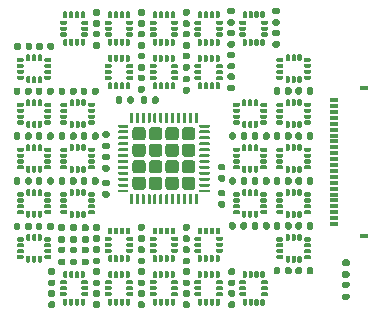
<source format=gbr>
G04 #@! TF.GenerationSoftware,KiCad,Pcbnew,(6.0.9)*
G04 #@! TF.CreationDate,2024-07-14T21:03:07-07:00*
G04 #@! TF.ProjectId,AccArray_QFN,41636341-7272-4617-995f-51464e2e6b69,rev?*
G04 #@! TF.SameCoordinates,Original*
G04 #@! TF.FileFunction,Paste,Top*
G04 #@! TF.FilePolarity,Positive*
%FSLAX46Y46*%
G04 Gerber Fmt 4.6, Leading zero omitted, Abs format (unit mm)*
G04 Created by KiCad (PCBNEW (6.0.9)) date 2024-07-14 21:03:07*
%MOMM*%
%LPD*%
G01*
G04 APERTURE LIST*
%ADD10R,0.800000X0.300000*%
%ADD11R,0.800000X0.400000*%
G04 APERTURE END LIST*
G04 #@! TO.C,D1*
G36*
G01*
X115227500Y-78545000D02*
X115572500Y-78545000D01*
G75*
G02*
X115720000Y-78692500I0J-147500D01*
G01*
X115720000Y-78987500D01*
G75*
G02*
X115572500Y-79135000I-147500J0D01*
G01*
X115227500Y-79135000D01*
G75*
G02*
X115080000Y-78987500I0J147500D01*
G01*
X115080000Y-78692500D01*
G75*
G02*
X115227500Y-78545000I147500J0D01*
G01*
G37*
G36*
G01*
X115227500Y-79515000D02*
X115572500Y-79515000D01*
G75*
G02*
X115720000Y-79662500I0J-147500D01*
G01*
X115720000Y-79957500D01*
G75*
G02*
X115572500Y-80105000I-147500J0D01*
G01*
X115227500Y-80105000D01*
G75*
G02*
X115080000Y-79957500I0J147500D01*
G01*
X115080000Y-79662500D01*
G75*
G02*
X115227500Y-79515000I147500J0D01*
G01*
G37*
G04 #@! TD*
G04 #@! TO.C,R6*
G36*
G01*
X93165000Y-77470000D02*
X93535000Y-77470000D01*
G75*
G02*
X93670000Y-77605000I0J-135000D01*
G01*
X93670000Y-77875000D01*
G75*
G02*
X93535000Y-78010000I-135000J0D01*
G01*
X93165000Y-78010000D01*
G75*
G02*
X93030000Y-77875000I0J135000D01*
G01*
X93030000Y-77605000D01*
G75*
G02*
X93165000Y-77470000I135000J0D01*
G01*
G37*
G36*
G01*
X93165000Y-78490000D02*
X93535000Y-78490000D01*
G75*
G02*
X93670000Y-78625000I0J-135000D01*
G01*
X93670000Y-78895000D01*
G75*
G02*
X93535000Y-79030000I-135000J0D01*
G01*
X93165000Y-79030000D01*
G75*
G02*
X93030000Y-78895000I0J135000D01*
G01*
X93030000Y-78625000D01*
G75*
G02*
X93165000Y-78490000I135000J0D01*
G01*
G37*
G04 #@! TD*
G04 #@! TO.C,R3*
G36*
G01*
X115215000Y-80420000D02*
X115585000Y-80420000D01*
G75*
G02*
X115720000Y-80555000I0J-135000D01*
G01*
X115720000Y-80825000D01*
G75*
G02*
X115585000Y-80960000I-135000J0D01*
G01*
X115215000Y-80960000D01*
G75*
G02*
X115080000Y-80825000I0J135000D01*
G01*
X115080000Y-80555000D01*
G75*
G02*
X115215000Y-80420000I135000J0D01*
G01*
G37*
G36*
G01*
X115215000Y-81440000D02*
X115585000Y-81440000D01*
G75*
G02*
X115720000Y-81575000I0J-135000D01*
G01*
X115720000Y-81845000D01*
G75*
G02*
X115585000Y-81980000I-135000J0D01*
G01*
X115215000Y-81980000D01*
G75*
G02*
X115080000Y-81845000I0J135000D01*
G01*
X115080000Y-81575000D01*
G75*
G02*
X115215000Y-81440000I135000J0D01*
G01*
G37*
G04 #@! TD*
G04 #@! TO.C,U15*
G36*
G01*
X109527500Y-73137500D02*
X109527500Y-72962500D01*
G75*
G02*
X109615000Y-72875000I87500J0D01*
G01*
X110030000Y-72875000D01*
G75*
G02*
X110117500Y-72962500I0J-87500D01*
G01*
X110117500Y-73137500D01*
G75*
G02*
X110030000Y-73225000I-87500J0D01*
G01*
X109615000Y-73225000D01*
G75*
G02*
X109527500Y-73137500I0J87500D01*
G01*
G37*
G36*
G01*
X109527500Y-73637500D02*
X109527500Y-73462500D01*
G75*
G02*
X109615000Y-73375000I87500J0D01*
G01*
X110030000Y-73375000D01*
G75*
G02*
X110117500Y-73462500I0J-87500D01*
G01*
X110117500Y-73637500D01*
G75*
G02*
X110030000Y-73725000I-87500J0D01*
G01*
X109615000Y-73725000D01*
G75*
G02*
X109527500Y-73637500I0J87500D01*
G01*
G37*
G36*
G01*
X109527500Y-74137500D02*
X109527500Y-73962500D01*
G75*
G02*
X109615000Y-73875000I87500J0D01*
G01*
X110030000Y-73875000D01*
G75*
G02*
X110117500Y-73962500I0J-87500D01*
G01*
X110117500Y-74137500D01*
G75*
G02*
X110030000Y-74225000I-87500J0D01*
G01*
X109615000Y-74225000D01*
G75*
G02*
X109527500Y-74137500I0J87500D01*
G01*
G37*
G36*
G01*
X109527500Y-74637500D02*
X109527500Y-74462500D01*
G75*
G02*
X109615000Y-74375000I87500J0D01*
G01*
X110030000Y-74375000D01*
G75*
G02*
X110117500Y-74462500I0J-87500D01*
G01*
X110117500Y-74637500D01*
G75*
G02*
X110030000Y-74725000I-87500J0D01*
G01*
X109615000Y-74725000D01*
G75*
G02*
X109527500Y-74637500I0J87500D01*
G01*
G37*
G36*
G01*
X110575000Y-75010000D02*
X110400000Y-75010000D01*
G75*
G02*
X110312500Y-74922500I0J87500D01*
G01*
X110312500Y-74507500D01*
G75*
G02*
X110400000Y-74420000I87500J0D01*
G01*
X110575000Y-74420000D01*
G75*
G02*
X110662500Y-74507500I0J-87500D01*
G01*
X110662500Y-74922500D01*
G75*
G02*
X110575000Y-75010000I-87500J0D01*
G01*
G37*
G36*
G01*
X111075000Y-75010000D02*
X110900000Y-75010000D01*
G75*
G02*
X110812500Y-74922500I0J87500D01*
G01*
X110812500Y-74507500D01*
G75*
G02*
X110900000Y-74420000I87500J0D01*
G01*
X111075000Y-74420000D01*
G75*
G02*
X111162500Y-74507500I0J-87500D01*
G01*
X111162500Y-74922500D01*
G75*
G02*
X111075000Y-75010000I-87500J0D01*
G01*
G37*
G36*
G01*
X111575000Y-75010000D02*
X111400000Y-75010000D01*
G75*
G02*
X111312500Y-74922500I0J87500D01*
G01*
X111312500Y-74507500D01*
G75*
G02*
X111400000Y-74420000I87500J0D01*
G01*
X111575000Y-74420000D01*
G75*
G02*
X111662500Y-74507500I0J-87500D01*
G01*
X111662500Y-74922500D01*
G75*
G02*
X111575000Y-75010000I-87500J0D01*
G01*
G37*
G36*
G01*
X112447500Y-74462500D02*
X112447500Y-74637500D01*
G75*
G02*
X112360000Y-74725000I-87500J0D01*
G01*
X111945000Y-74725000D01*
G75*
G02*
X111857500Y-74637500I0J87500D01*
G01*
X111857500Y-74462500D01*
G75*
G02*
X111945000Y-74375000I87500J0D01*
G01*
X112360000Y-74375000D01*
G75*
G02*
X112447500Y-74462500I0J-87500D01*
G01*
G37*
G36*
G01*
X112447500Y-73962500D02*
X112447500Y-74137500D01*
G75*
G02*
X112360000Y-74225000I-87500J0D01*
G01*
X111945000Y-74225000D01*
G75*
G02*
X111857500Y-74137500I0J87500D01*
G01*
X111857500Y-73962500D01*
G75*
G02*
X111945000Y-73875000I87500J0D01*
G01*
X112360000Y-73875000D01*
G75*
G02*
X112447500Y-73962500I0J-87500D01*
G01*
G37*
G36*
G01*
X112447500Y-73462500D02*
X112447500Y-73637500D01*
G75*
G02*
X112360000Y-73725000I-87500J0D01*
G01*
X111945000Y-73725000D01*
G75*
G02*
X111857500Y-73637500I0J87500D01*
G01*
X111857500Y-73462500D01*
G75*
G02*
X111945000Y-73375000I87500J0D01*
G01*
X112360000Y-73375000D01*
G75*
G02*
X112447500Y-73462500I0J-87500D01*
G01*
G37*
G36*
G01*
X112447500Y-72962500D02*
X112447500Y-73137500D01*
G75*
G02*
X112360000Y-73225000I-87500J0D01*
G01*
X111945000Y-73225000D01*
G75*
G02*
X111857500Y-73137500I0J87500D01*
G01*
X111857500Y-72962500D01*
G75*
G02*
X111945000Y-72875000I87500J0D01*
G01*
X112360000Y-72875000D01*
G75*
G02*
X112447500Y-72962500I0J-87500D01*
G01*
G37*
G36*
G01*
X111400000Y-72590000D02*
X111575000Y-72590000D01*
G75*
G02*
X111662500Y-72677500I0J-87500D01*
G01*
X111662500Y-73092500D01*
G75*
G02*
X111575000Y-73180000I-87500J0D01*
G01*
X111400000Y-73180000D01*
G75*
G02*
X111312500Y-73092500I0J87500D01*
G01*
X111312500Y-72677500D01*
G75*
G02*
X111400000Y-72590000I87500J0D01*
G01*
G37*
G36*
G01*
X110900000Y-72590000D02*
X111075000Y-72590000D01*
G75*
G02*
X111162500Y-72677500I0J-87500D01*
G01*
X111162500Y-73092500D01*
G75*
G02*
X111075000Y-73180000I-87500J0D01*
G01*
X110900000Y-73180000D01*
G75*
G02*
X110812500Y-73092500I0J87500D01*
G01*
X110812500Y-72677500D01*
G75*
G02*
X110900000Y-72590000I87500J0D01*
G01*
G37*
G36*
G01*
X110400000Y-72590000D02*
X110575000Y-72590000D01*
G75*
G02*
X110662500Y-72677500I0J-87500D01*
G01*
X110662500Y-73092500D01*
G75*
G02*
X110575000Y-73180000I-87500J0D01*
G01*
X110400000Y-73180000D01*
G75*
G02*
X110312500Y-73092500I0J87500D01*
G01*
X110312500Y-72677500D01*
G75*
G02*
X110400000Y-72590000I87500J0D01*
G01*
G37*
G04 #@! TD*
G04 #@! TO.C,D4*
G36*
G01*
X93177500Y-75570000D02*
X93522500Y-75570000D01*
G75*
G02*
X93670000Y-75717500I0J-147500D01*
G01*
X93670000Y-76012500D01*
G75*
G02*
X93522500Y-76160000I-147500J0D01*
G01*
X93177500Y-76160000D01*
G75*
G02*
X93030000Y-76012500I0J147500D01*
G01*
X93030000Y-75717500D01*
G75*
G02*
X93177500Y-75570000I147500J0D01*
G01*
G37*
G36*
G01*
X93177500Y-76540000D02*
X93522500Y-76540000D01*
G75*
G02*
X93670000Y-76687500I0J-147500D01*
G01*
X93670000Y-76982500D01*
G75*
G02*
X93522500Y-77130000I-147500J0D01*
G01*
X93177500Y-77130000D01*
G75*
G02*
X93030000Y-76982500I0J147500D01*
G01*
X93030000Y-76687500D01*
G75*
G02*
X93177500Y-76540000I147500J0D01*
G01*
G37*
G04 #@! TD*
G04 #@! TO.C,U33*
G36*
G01*
X101265000Y-67585000D02*
X101265000Y-68215000D01*
G75*
G02*
X101015000Y-68465000I-250000J0D01*
G01*
X100385000Y-68465000D01*
G75*
G02*
X100135000Y-68215000I0J250000D01*
G01*
X100135000Y-67585000D01*
G75*
G02*
X100385000Y-67335000I250000J0D01*
G01*
X101015000Y-67335000D01*
G75*
G02*
X101265000Y-67585000I0J-250000D01*
G01*
G37*
G36*
G01*
X98465000Y-67585000D02*
X98465000Y-68215000D01*
G75*
G02*
X98215000Y-68465000I-250000J0D01*
G01*
X97585000Y-68465000D01*
G75*
G02*
X97335000Y-68215000I0J250000D01*
G01*
X97335000Y-67585000D01*
G75*
G02*
X97585000Y-67335000I250000J0D01*
G01*
X98215000Y-67335000D01*
G75*
G02*
X98465000Y-67585000I0J-250000D01*
G01*
G37*
G36*
G01*
X98465000Y-70385000D02*
X98465000Y-71015000D01*
G75*
G02*
X98215000Y-71265000I-250000J0D01*
G01*
X97585000Y-71265000D01*
G75*
G02*
X97335000Y-71015000I0J250000D01*
G01*
X97335000Y-70385000D01*
G75*
G02*
X97585000Y-70135000I250000J0D01*
G01*
X98215000Y-70135000D01*
G75*
G02*
X98465000Y-70385000I0J-250000D01*
G01*
G37*
G36*
G01*
X101265000Y-68985000D02*
X101265000Y-69615000D01*
G75*
G02*
X101015000Y-69865000I-250000J0D01*
G01*
X100385000Y-69865000D01*
G75*
G02*
X100135000Y-69615000I0J250000D01*
G01*
X100135000Y-68985000D01*
G75*
G02*
X100385000Y-68735000I250000J0D01*
G01*
X101015000Y-68735000D01*
G75*
G02*
X101265000Y-68985000I0J-250000D01*
G01*
G37*
G36*
G01*
X99865000Y-70385000D02*
X99865000Y-71015000D01*
G75*
G02*
X99615000Y-71265000I-250000J0D01*
G01*
X98985000Y-71265000D01*
G75*
G02*
X98735000Y-71015000I0J250000D01*
G01*
X98735000Y-70385000D01*
G75*
G02*
X98985000Y-70135000I250000J0D01*
G01*
X99615000Y-70135000D01*
G75*
G02*
X99865000Y-70385000I0J-250000D01*
G01*
G37*
G36*
G01*
X102665000Y-70385000D02*
X102665000Y-71015000D01*
G75*
G02*
X102415000Y-71265000I-250000J0D01*
G01*
X101785000Y-71265000D01*
G75*
G02*
X101535000Y-71015000I0J250000D01*
G01*
X101535000Y-70385000D01*
G75*
G02*
X101785000Y-70135000I250000J0D01*
G01*
X102415000Y-70135000D01*
G75*
G02*
X102665000Y-70385000I0J-250000D01*
G01*
G37*
G36*
G01*
X99865000Y-71785000D02*
X99865000Y-72415000D01*
G75*
G02*
X99615000Y-72665000I-250000J0D01*
G01*
X98985000Y-72665000D01*
G75*
G02*
X98735000Y-72415000I0J250000D01*
G01*
X98735000Y-71785000D01*
G75*
G02*
X98985000Y-71535000I250000J0D01*
G01*
X99615000Y-71535000D01*
G75*
G02*
X99865000Y-71785000I0J-250000D01*
G01*
G37*
G36*
G01*
X98465000Y-71785000D02*
X98465000Y-72415000D01*
G75*
G02*
X98215000Y-72665000I-250000J0D01*
G01*
X97585000Y-72665000D01*
G75*
G02*
X97335000Y-72415000I0J250000D01*
G01*
X97335000Y-71785000D01*
G75*
G02*
X97585000Y-71535000I250000J0D01*
G01*
X98215000Y-71535000D01*
G75*
G02*
X98465000Y-71785000I0J-250000D01*
G01*
G37*
G36*
G01*
X102665000Y-67585000D02*
X102665000Y-68215000D01*
G75*
G02*
X102415000Y-68465000I-250000J0D01*
G01*
X101785000Y-68465000D01*
G75*
G02*
X101535000Y-68215000I0J250000D01*
G01*
X101535000Y-67585000D01*
G75*
G02*
X101785000Y-67335000I250000J0D01*
G01*
X102415000Y-67335000D01*
G75*
G02*
X102665000Y-67585000I0J-250000D01*
G01*
G37*
G36*
G01*
X98465000Y-68985000D02*
X98465000Y-69615000D01*
G75*
G02*
X98215000Y-69865000I-250000J0D01*
G01*
X97585000Y-69865000D01*
G75*
G02*
X97335000Y-69615000I0J250000D01*
G01*
X97335000Y-68985000D01*
G75*
G02*
X97585000Y-68735000I250000J0D01*
G01*
X98215000Y-68735000D01*
G75*
G02*
X98465000Y-68985000I0J-250000D01*
G01*
G37*
G36*
G01*
X101265000Y-71785000D02*
X101265000Y-72415000D01*
G75*
G02*
X101015000Y-72665000I-250000J0D01*
G01*
X100385000Y-72665000D01*
G75*
G02*
X100135000Y-72415000I0J250000D01*
G01*
X100135000Y-71785000D01*
G75*
G02*
X100385000Y-71535000I250000J0D01*
G01*
X101015000Y-71535000D01*
G75*
G02*
X101265000Y-71785000I0J-250000D01*
G01*
G37*
G36*
G01*
X101265000Y-70385000D02*
X101265000Y-71015000D01*
G75*
G02*
X101015000Y-71265000I-250000J0D01*
G01*
X100385000Y-71265000D01*
G75*
G02*
X100135000Y-71015000I0J250000D01*
G01*
X100135000Y-70385000D01*
G75*
G02*
X100385000Y-70135000I250000J0D01*
G01*
X101015000Y-70135000D01*
G75*
G02*
X101265000Y-70385000I0J-250000D01*
G01*
G37*
G36*
G01*
X99865000Y-68985000D02*
X99865000Y-69615000D01*
G75*
G02*
X99615000Y-69865000I-250000J0D01*
G01*
X98985000Y-69865000D01*
G75*
G02*
X98735000Y-69615000I0J250000D01*
G01*
X98735000Y-68985000D01*
G75*
G02*
X98985000Y-68735000I250000J0D01*
G01*
X99615000Y-68735000D01*
G75*
G02*
X99865000Y-68985000I0J-250000D01*
G01*
G37*
G36*
G01*
X102665000Y-68985000D02*
X102665000Y-69615000D01*
G75*
G02*
X102415000Y-69865000I-250000J0D01*
G01*
X101785000Y-69865000D01*
G75*
G02*
X101535000Y-69615000I0J250000D01*
G01*
X101535000Y-68985000D01*
G75*
G02*
X101785000Y-68735000I250000J0D01*
G01*
X102415000Y-68735000D01*
G75*
G02*
X102665000Y-68985000I0J-250000D01*
G01*
G37*
G36*
G01*
X99865000Y-67585000D02*
X99865000Y-68215000D01*
G75*
G02*
X99615000Y-68465000I-250000J0D01*
G01*
X98985000Y-68465000D01*
G75*
G02*
X98735000Y-68215000I0J250000D01*
G01*
X98735000Y-67585000D01*
G75*
G02*
X98985000Y-67335000I250000J0D01*
G01*
X99615000Y-67335000D01*
G75*
G02*
X99865000Y-67585000I0J-250000D01*
G01*
G37*
G36*
G01*
X102665000Y-71785000D02*
X102665000Y-72415000D01*
G75*
G02*
X102415000Y-72665000I-250000J0D01*
G01*
X101785000Y-72665000D01*
G75*
G02*
X101535000Y-72415000I0J250000D01*
G01*
X101535000Y-71785000D01*
G75*
G02*
X101785000Y-71535000I250000J0D01*
G01*
X102415000Y-71535000D01*
G75*
G02*
X102665000Y-71785000I0J-250000D01*
G01*
G37*
G36*
G01*
X103875000Y-72687500D02*
X103875000Y-72812500D01*
G75*
G02*
X103812500Y-72875000I-62500J0D01*
G01*
X103062500Y-72875000D01*
G75*
G02*
X103000000Y-72812500I0J62500D01*
G01*
X103000000Y-72687500D01*
G75*
G02*
X103062500Y-72625000I62500J0D01*
G01*
X103812500Y-72625000D01*
G75*
G02*
X103875000Y-72687500I0J-62500D01*
G01*
G37*
G36*
G01*
X103875000Y-72187500D02*
X103875000Y-72312500D01*
G75*
G02*
X103812500Y-72375000I-62500J0D01*
G01*
X103062500Y-72375000D01*
G75*
G02*
X103000000Y-72312500I0J62500D01*
G01*
X103000000Y-72187500D01*
G75*
G02*
X103062500Y-72125000I62500J0D01*
G01*
X103812500Y-72125000D01*
G75*
G02*
X103875000Y-72187500I0J-62500D01*
G01*
G37*
G36*
G01*
X103875000Y-71687500D02*
X103875000Y-71812500D01*
G75*
G02*
X103812500Y-71875000I-62500J0D01*
G01*
X103062500Y-71875000D01*
G75*
G02*
X103000000Y-71812500I0J62500D01*
G01*
X103000000Y-71687500D01*
G75*
G02*
X103062500Y-71625000I62500J0D01*
G01*
X103812500Y-71625000D01*
G75*
G02*
X103875000Y-71687500I0J-62500D01*
G01*
G37*
G36*
G01*
X103875000Y-71187500D02*
X103875000Y-71312500D01*
G75*
G02*
X103812500Y-71375000I-62500J0D01*
G01*
X103062500Y-71375000D01*
G75*
G02*
X103000000Y-71312500I0J62500D01*
G01*
X103000000Y-71187500D01*
G75*
G02*
X103062500Y-71125000I62500J0D01*
G01*
X103812500Y-71125000D01*
G75*
G02*
X103875000Y-71187500I0J-62500D01*
G01*
G37*
G36*
G01*
X103875000Y-70687500D02*
X103875000Y-70812500D01*
G75*
G02*
X103812500Y-70875000I-62500J0D01*
G01*
X103062500Y-70875000D01*
G75*
G02*
X103000000Y-70812500I0J62500D01*
G01*
X103000000Y-70687500D01*
G75*
G02*
X103062500Y-70625000I62500J0D01*
G01*
X103812500Y-70625000D01*
G75*
G02*
X103875000Y-70687500I0J-62500D01*
G01*
G37*
G36*
G01*
X103875000Y-70187500D02*
X103875000Y-70312500D01*
G75*
G02*
X103812500Y-70375000I-62500J0D01*
G01*
X103062500Y-70375000D01*
G75*
G02*
X103000000Y-70312500I0J62500D01*
G01*
X103000000Y-70187500D01*
G75*
G02*
X103062500Y-70125000I62500J0D01*
G01*
X103812500Y-70125000D01*
G75*
G02*
X103875000Y-70187500I0J-62500D01*
G01*
G37*
G36*
G01*
X103875000Y-69687500D02*
X103875000Y-69812500D01*
G75*
G02*
X103812500Y-69875000I-62500J0D01*
G01*
X103062500Y-69875000D01*
G75*
G02*
X103000000Y-69812500I0J62500D01*
G01*
X103000000Y-69687500D01*
G75*
G02*
X103062500Y-69625000I62500J0D01*
G01*
X103812500Y-69625000D01*
G75*
G02*
X103875000Y-69687500I0J-62500D01*
G01*
G37*
G36*
G01*
X103875000Y-69187500D02*
X103875000Y-69312500D01*
G75*
G02*
X103812500Y-69375000I-62500J0D01*
G01*
X103062500Y-69375000D01*
G75*
G02*
X103000000Y-69312500I0J62500D01*
G01*
X103000000Y-69187500D01*
G75*
G02*
X103062500Y-69125000I62500J0D01*
G01*
X103812500Y-69125000D01*
G75*
G02*
X103875000Y-69187500I0J-62500D01*
G01*
G37*
G36*
G01*
X103875000Y-68687500D02*
X103875000Y-68812500D01*
G75*
G02*
X103812500Y-68875000I-62500J0D01*
G01*
X103062500Y-68875000D01*
G75*
G02*
X103000000Y-68812500I0J62500D01*
G01*
X103000000Y-68687500D01*
G75*
G02*
X103062500Y-68625000I62500J0D01*
G01*
X103812500Y-68625000D01*
G75*
G02*
X103875000Y-68687500I0J-62500D01*
G01*
G37*
G36*
G01*
X103875000Y-68187500D02*
X103875000Y-68312500D01*
G75*
G02*
X103812500Y-68375000I-62500J0D01*
G01*
X103062500Y-68375000D01*
G75*
G02*
X103000000Y-68312500I0J62500D01*
G01*
X103000000Y-68187500D01*
G75*
G02*
X103062500Y-68125000I62500J0D01*
G01*
X103812500Y-68125000D01*
G75*
G02*
X103875000Y-68187500I0J-62500D01*
G01*
G37*
G36*
G01*
X103875000Y-67687500D02*
X103875000Y-67812500D01*
G75*
G02*
X103812500Y-67875000I-62500J0D01*
G01*
X103062500Y-67875000D01*
G75*
G02*
X103000000Y-67812500I0J62500D01*
G01*
X103000000Y-67687500D01*
G75*
G02*
X103062500Y-67625000I62500J0D01*
G01*
X103812500Y-67625000D01*
G75*
G02*
X103875000Y-67687500I0J-62500D01*
G01*
G37*
G36*
G01*
X103875000Y-67187500D02*
X103875000Y-67312500D01*
G75*
G02*
X103812500Y-67375000I-62500J0D01*
G01*
X103062500Y-67375000D01*
G75*
G02*
X103000000Y-67312500I0J62500D01*
G01*
X103000000Y-67187500D01*
G75*
G02*
X103062500Y-67125000I62500J0D01*
G01*
X103812500Y-67125000D01*
G75*
G02*
X103875000Y-67187500I0J-62500D01*
G01*
G37*
G36*
G01*
X102875000Y-66187500D02*
X102875000Y-66937500D01*
G75*
G02*
X102812500Y-67000000I-62500J0D01*
G01*
X102687500Y-67000000D01*
G75*
G02*
X102625000Y-66937500I0J62500D01*
G01*
X102625000Y-66187500D01*
G75*
G02*
X102687500Y-66125000I62500J0D01*
G01*
X102812500Y-66125000D01*
G75*
G02*
X102875000Y-66187500I0J-62500D01*
G01*
G37*
G36*
G01*
X102375000Y-66187500D02*
X102375000Y-66937500D01*
G75*
G02*
X102312500Y-67000000I-62500J0D01*
G01*
X102187500Y-67000000D01*
G75*
G02*
X102125000Y-66937500I0J62500D01*
G01*
X102125000Y-66187500D01*
G75*
G02*
X102187500Y-66125000I62500J0D01*
G01*
X102312500Y-66125000D01*
G75*
G02*
X102375000Y-66187500I0J-62500D01*
G01*
G37*
G36*
G01*
X101875000Y-66187500D02*
X101875000Y-66937500D01*
G75*
G02*
X101812500Y-67000000I-62500J0D01*
G01*
X101687500Y-67000000D01*
G75*
G02*
X101625000Y-66937500I0J62500D01*
G01*
X101625000Y-66187500D01*
G75*
G02*
X101687500Y-66125000I62500J0D01*
G01*
X101812500Y-66125000D01*
G75*
G02*
X101875000Y-66187500I0J-62500D01*
G01*
G37*
G36*
G01*
X101375000Y-66187500D02*
X101375000Y-66937500D01*
G75*
G02*
X101312500Y-67000000I-62500J0D01*
G01*
X101187500Y-67000000D01*
G75*
G02*
X101125000Y-66937500I0J62500D01*
G01*
X101125000Y-66187500D01*
G75*
G02*
X101187500Y-66125000I62500J0D01*
G01*
X101312500Y-66125000D01*
G75*
G02*
X101375000Y-66187500I0J-62500D01*
G01*
G37*
G36*
G01*
X100875000Y-66187500D02*
X100875000Y-66937500D01*
G75*
G02*
X100812500Y-67000000I-62500J0D01*
G01*
X100687500Y-67000000D01*
G75*
G02*
X100625000Y-66937500I0J62500D01*
G01*
X100625000Y-66187500D01*
G75*
G02*
X100687500Y-66125000I62500J0D01*
G01*
X100812500Y-66125000D01*
G75*
G02*
X100875000Y-66187500I0J-62500D01*
G01*
G37*
G36*
G01*
X100375000Y-66187500D02*
X100375000Y-66937500D01*
G75*
G02*
X100312500Y-67000000I-62500J0D01*
G01*
X100187500Y-67000000D01*
G75*
G02*
X100125000Y-66937500I0J62500D01*
G01*
X100125000Y-66187500D01*
G75*
G02*
X100187500Y-66125000I62500J0D01*
G01*
X100312500Y-66125000D01*
G75*
G02*
X100375000Y-66187500I0J-62500D01*
G01*
G37*
G36*
G01*
X99875000Y-66187500D02*
X99875000Y-66937500D01*
G75*
G02*
X99812500Y-67000000I-62500J0D01*
G01*
X99687500Y-67000000D01*
G75*
G02*
X99625000Y-66937500I0J62500D01*
G01*
X99625000Y-66187500D01*
G75*
G02*
X99687500Y-66125000I62500J0D01*
G01*
X99812500Y-66125000D01*
G75*
G02*
X99875000Y-66187500I0J-62500D01*
G01*
G37*
G36*
G01*
X99375000Y-66187500D02*
X99375000Y-66937500D01*
G75*
G02*
X99312500Y-67000000I-62500J0D01*
G01*
X99187500Y-67000000D01*
G75*
G02*
X99125000Y-66937500I0J62500D01*
G01*
X99125000Y-66187500D01*
G75*
G02*
X99187500Y-66125000I62500J0D01*
G01*
X99312500Y-66125000D01*
G75*
G02*
X99375000Y-66187500I0J-62500D01*
G01*
G37*
G36*
G01*
X98875000Y-66187500D02*
X98875000Y-66937500D01*
G75*
G02*
X98812500Y-67000000I-62500J0D01*
G01*
X98687500Y-67000000D01*
G75*
G02*
X98625000Y-66937500I0J62500D01*
G01*
X98625000Y-66187500D01*
G75*
G02*
X98687500Y-66125000I62500J0D01*
G01*
X98812500Y-66125000D01*
G75*
G02*
X98875000Y-66187500I0J-62500D01*
G01*
G37*
G36*
G01*
X98375000Y-66187500D02*
X98375000Y-66937500D01*
G75*
G02*
X98312500Y-67000000I-62500J0D01*
G01*
X98187500Y-67000000D01*
G75*
G02*
X98125000Y-66937500I0J62500D01*
G01*
X98125000Y-66187500D01*
G75*
G02*
X98187500Y-66125000I62500J0D01*
G01*
X98312500Y-66125000D01*
G75*
G02*
X98375000Y-66187500I0J-62500D01*
G01*
G37*
G36*
G01*
X97875000Y-66187500D02*
X97875000Y-66937500D01*
G75*
G02*
X97812500Y-67000000I-62500J0D01*
G01*
X97687500Y-67000000D01*
G75*
G02*
X97625000Y-66937500I0J62500D01*
G01*
X97625000Y-66187500D01*
G75*
G02*
X97687500Y-66125000I62500J0D01*
G01*
X97812500Y-66125000D01*
G75*
G02*
X97875000Y-66187500I0J-62500D01*
G01*
G37*
G36*
G01*
X97375000Y-66187500D02*
X97375000Y-66937500D01*
G75*
G02*
X97312500Y-67000000I-62500J0D01*
G01*
X97187500Y-67000000D01*
G75*
G02*
X97125000Y-66937500I0J62500D01*
G01*
X97125000Y-66187500D01*
G75*
G02*
X97187500Y-66125000I62500J0D01*
G01*
X97312500Y-66125000D01*
G75*
G02*
X97375000Y-66187500I0J-62500D01*
G01*
G37*
G36*
G01*
X97000000Y-67187500D02*
X97000000Y-67312500D01*
G75*
G02*
X96937500Y-67375000I-62500J0D01*
G01*
X96187500Y-67375000D01*
G75*
G02*
X96125000Y-67312500I0J62500D01*
G01*
X96125000Y-67187500D01*
G75*
G02*
X96187500Y-67125000I62500J0D01*
G01*
X96937500Y-67125000D01*
G75*
G02*
X97000000Y-67187500I0J-62500D01*
G01*
G37*
G36*
G01*
X97000000Y-67687500D02*
X97000000Y-67812500D01*
G75*
G02*
X96937500Y-67875000I-62500J0D01*
G01*
X96187500Y-67875000D01*
G75*
G02*
X96125000Y-67812500I0J62500D01*
G01*
X96125000Y-67687500D01*
G75*
G02*
X96187500Y-67625000I62500J0D01*
G01*
X96937500Y-67625000D01*
G75*
G02*
X97000000Y-67687500I0J-62500D01*
G01*
G37*
G36*
G01*
X97000000Y-68187500D02*
X97000000Y-68312500D01*
G75*
G02*
X96937500Y-68375000I-62500J0D01*
G01*
X96187500Y-68375000D01*
G75*
G02*
X96125000Y-68312500I0J62500D01*
G01*
X96125000Y-68187500D01*
G75*
G02*
X96187500Y-68125000I62500J0D01*
G01*
X96937500Y-68125000D01*
G75*
G02*
X97000000Y-68187500I0J-62500D01*
G01*
G37*
G36*
G01*
X97000000Y-68687500D02*
X97000000Y-68812500D01*
G75*
G02*
X96937500Y-68875000I-62500J0D01*
G01*
X96187500Y-68875000D01*
G75*
G02*
X96125000Y-68812500I0J62500D01*
G01*
X96125000Y-68687500D01*
G75*
G02*
X96187500Y-68625000I62500J0D01*
G01*
X96937500Y-68625000D01*
G75*
G02*
X97000000Y-68687500I0J-62500D01*
G01*
G37*
G36*
G01*
X97000000Y-69187500D02*
X97000000Y-69312500D01*
G75*
G02*
X96937500Y-69375000I-62500J0D01*
G01*
X96187500Y-69375000D01*
G75*
G02*
X96125000Y-69312500I0J62500D01*
G01*
X96125000Y-69187500D01*
G75*
G02*
X96187500Y-69125000I62500J0D01*
G01*
X96937500Y-69125000D01*
G75*
G02*
X97000000Y-69187500I0J-62500D01*
G01*
G37*
G36*
G01*
X97000000Y-69687500D02*
X97000000Y-69812500D01*
G75*
G02*
X96937500Y-69875000I-62500J0D01*
G01*
X96187500Y-69875000D01*
G75*
G02*
X96125000Y-69812500I0J62500D01*
G01*
X96125000Y-69687500D01*
G75*
G02*
X96187500Y-69625000I62500J0D01*
G01*
X96937500Y-69625000D01*
G75*
G02*
X97000000Y-69687500I0J-62500D01*
G01*
G37*
G36*
G01*
X97000000Y-70187500D02*
X97000000Y-70312500D01*
G75*
G02*
X96937500Y-70375000I-62500J0D01*
G01*
X96187500Y-70375000D01*
G75*
G02*
X96125000Y-70312500I0J62500D01*
G01*
X96125000Y-70187500D01*
G75*
G02*
X96187500Y-70125000I62500J0D01*
G01*
X96937500Y-70125000D01*
G75*
G02*
X97000000Y-70187500I0J-62500D01*
G01*
G37*
G36*
G01*
X97000000Y-70687500D02*
X97000000Y-70812500D01*
G75*
G02*
X96937500Y-70875000I-62500J0D01*
G01*
X96187500Y-70875000D01*
G75*
G02*
X96125000Y-70812500I0J62500D01*
G01*
X96125000Y-70687500D01*
G75*
G02*
X96187500Y-70625000I62500J0D01*
G01*
X96937500Y-70625000D01*
G75*
G02*
X97000000Y-70687500I0J-62500D01*
G01*
G37*
G36*
G01*
X97000000Y-71187500D02*
X97000000Y-71312500D01*
G75*
G02*
X96937500Y-71375000I-62500J0D01*
G01*
X96187500Y-71375000D01*
G75*
G02*
X96125000Y-71312500I0J62500D01*
G01*
X96125000Y-71187500D01*
G75*
G02*
X96187500Y-71125000I62500J0D01*
G01*
X96937500Y-71125000D01*
G75*
G02*
X97000000Y-71187500I0J-62500D01*
G01*
G37*
G36*
G01*
X97000000Y-71687500D02*
X97000000Y-71812500D01*
G75*
G02*
X96937500Y-71875000I-62500J0D01*
G01*
X96187500Y-71875000D01*
G75*
G02*
X96125000Y-71812500I0J62500D01*
G01*
X96125000Y-71687500D01*
G75*
G02*
X96187500Y-71625000I62500J0D01*
G01*
X96937500Y-71625000D01*
G75*
G02*
X97000000Y-71687500I0J-62500D01*
G01*
G37*
G36*
G01*
X97000000Y-72187500D02*
X97000000Y-72312500D01*
G75*
G02*
X96937500Y-72375000I-62500J0D01*
G01*
X96187500Y-72375000D01*
G75*
G02*
X96125000Y-72312500I0J62500D01*
G01*
X96125000Y-72187500D01*
G75*
G02*
X96187500Y-72125000I62500J0D01*
G01*
X96937500Y-72125000D01*
G75*
G02*
X97000000Y-72187500I0J-62500D01*
G01*
G37*
G36*
G01*
X97000000Y-72687500D02*
X97000000Y-72812500D01*
G75*
G02*
X96937500Y-72875000I-62500J0D01*
G01*
X96187500Y-72875000D01*
G75*
G02*
X96125000Y-72812500I0J62500D01*
G01*
X96125000Y-72687500D01*
G75*
G02*
X96187500Y-72625000I62500J0D01*
G01*
X96937500Y-72625000D01*
G75*
G02*
X97000000Y-72687500I0J-62500D01*
G01*
G37*
G36*
G01*
X97375000Y-73062500D02*
X97375000Y-73812500D01*
G75*
G02*
X97312500Y-73875000I-62500J0D01*
G01*
X97187500Y-73875000D01*
G75*
G02*
X97125000Y-73812500I0J62500D01*
G01*
X97125000Y-73062500D01*
G75*
G02*
X97187500Y-73000000I62500J0D01*
G01*
X97312500Y-73000000D01*
G75*
G02*
X97375000Y-73062500I0J-62500D01*
G01*
G37*
G36*
G01*
X97875000Y-73062500D02*
X97875000Y-73812500D01*
G75*
G02*
X97812500Y-73875000I-62500J0D01*
G01*
X97687500Y-73875000D01*
G75*
G02*
X97625000Y-73812500I0J62500D01*
G01*
X97625000Y-73062500D01*
G75*
G02*
X97687500Y-73000000I62500J0D01*
G01*
X97812500Y-73000000D01*
G75*
G02*
X97875000Y-73062500I0J-62500D01*
G01*
G37*
G36*
G01*
X98375000Y-73062500D02*
X98375000Y-73812500D01*
G75*
G02*
X98312500Y-73875000I-62500J0D01*
G01*
X98187500Y-73875000D01*
G75*
G02*
X98125000Y-73812500I0J62500D01*
G01*
X98125000Y-73062500D01*
G75*
G02*
X98187500Y-73000000I62500J0D01*
G01*
X98312500Y-73000000D01*
G75*
G02*
X98375000Y-73062500I0J-62500D01*
G01*
G37*
G36*
G01*
X98875000Y-73062500D02*
X98875000Y-73812500D01*
G75*
G02*
X98812500Y-73875000I-62500J0D01*
G01*
X98687500Y-73875000D01*
G75*
G02*
X98625000Y-73812500I0J62500D01*
G01*
X98625000Y-73062500D01*
G75*
G02*
X98687500Y-73000000I62500J0D01*
G01*
X98812500Y-73000000D01*
G75*
G02*
X98875000Y-73062500I0J-62500D01*
G01*
G37*
G36*
G01*
X99375000Y-73062500D02*
X99375000Y-73812500D01*
G75*
G02*
X99312500Y-73875000I-62500J0D01*
G01*
X99187500Y-73875000D01*
G75*
G02*
X99125000Y-73812500I0J62500D01*
G01*
X99125000Y-73062500D01*
G75*
G02*
X99187500Y-73000000I62500J0D01*
G01*
X99312500Y-73000000D01*
G75*
G02*
X99375000Y-73062500I0J-62500D01*
G01*
G37*
G36*
G01*
X99875000Y-73062500D02*
X99875000Y-73812500D01*
G75*
G02*
X99812500Y-73875000I-62500J0D01*
G01*
X99687500Y-73875000D01*
G75*
G02*
X99625000Y-73812500I0J62500D01*
G01*
X99625000Y-73062500D01*
G75*
G02*
X99687500Y-73000000I62500J0D01*
G01*
X99812500Y-73000000D01*
G75*
G02*
X99875000Y-73062500I0J-62500D01*
G01*
G37*
G36*
G01*
X100375000Y-73062500D02*
X100375000Y-73812500D01*
G75*
G02*
X100312500Y-73875000I-62500J0D01*
G01*
X100187500Y-73875000D01*
G75*
G02*
X100125000Y-73812500I0J62500D01*
G01*
X100125000Y-73062500D01*
G75*
G02*
X100187500Y-73000000I62500J0D01*
G01*
X100312500Y-73000000D01*
G75*
G02*
X100375000Y-73062500I0J-62500D01*
G01*
G37*
G36*
G01*
X100875000Y-73062500D02*
X100875000Y-73812500D01*
G75*
G02*
X100812500Y-73875000I-62500J0D01*
G01*
X100687500Y-73875000D01*
G75*
G02*
X100625000Y-73812500I0J62500D01*
G01*
X100625000Y-73062500D01*
G75*
G02*
X100687500Y-73000000I62500J0D01*
G01*
X100812500Y-73000000D01*
G75*
G02*
X100875000Y-73062500I0J-62500D01*
G01*
G37*
G36*
G01*
X101375000Y-73062500D02*
X101375000Y-73812500D01*
G75*
G02*
X101312500Y-73875000I-62500J0D01*
G01*
X101187500Y-73875000D01*
G75*
G02*
X101125000Y-73812500I0J62500D01*
G01*
X101125000Y-73062500D01*
G75*
G02*
X101187500Y-73000000I62500J0D01*
G01*
X101312500Y-73000000D01*
G75*
G02*
X101375000Y-73062500I0J-62500D01*
G01*
G37*
G36*
G01*
X101875000Y-73062500D02*
X101875000Y-73812500D01*
G75*
G02*
X101812500Y-73875000I-62500J0D01*
G01*
X101687500Y-73875000D01*
G75*
G02*
X101625000Y-73812500I0J62500D01*
G01*
X101625000Y-73062500D01*
G75*
G02*
X101687500Y-73000000I62500J0D01*
G01*
X101812500Y-73000000D01*
G75*
G02*
X101875000Y-73062500I0J-62500D01*
G01*
G37*
G36*
G01*
X102375000Y-73062500D02*
X102375000Y-73812500D01*
G75*
G02*
X102312500Y-73875000I-62500J0D01*
G01*
X102187500Y-73875000D01*
G75*
G02*
X102125000Y-73812500I0J62500D01*
G01*
X102125000Y-73062500D01*
G75*
G02*
X102187500Y-73000000I62500J0D01*
G01*
X102312500Y-73000000D01*
G75*
G02*
X102375000Y-73062500I0J-62500D01*
G01*
G37*
G36*
G01*
X102875000Y-73062500D02*
X102875000Y-73812500D01*
G75*
G02*
X102812500Y-73875000I-62500J0D01*
G01*
X102687500Y-73875000D01*
G75*
G02*
X102625000Y-73812500I0J62500D01*
G01*
X102625000Y-73062500D01*
G75*
G02*
X102687500Y-73000000I62500J0D01*
G01*
X102812500Y-73000000D01*
G75*
G02*
X102875000Y-73062500I0J-62500D01*
G01*
G37*
G04 #@! TD*
G04 #@! TO.C,C67*
G36*
G01*
X105920000Y-80810000D02*
X105580000Y-80810000D01*
G75*
G02*
X105440000Y-80670000I0J140000D01*
G01*
X105440000Y-80390000D01*
G75*
G02*
X105580000Y-80250000I140000J0D01*
G01*
X105920000Y-80250000D01*
G75*
G02*
X106060000Y-80390000I0J-140000D01*
G01*
X106060000Y-80670000D01*
G75*
G02*
X105920000Y-80810000I-140000J0D01*
G01*
G37*
G36*
G01*
X105920000Y-79850000D02*
X105580000Y-79850000D01*
G75*
G02*
X105440000Y-79710000I0J140000D01*
G01*
X105440000Y-79430000D01*
G75*
G02*
X105580000Y-79290000I140000J0D01*
G01*
X105920000Y-79290000D01*
G75*
G02*
X106060000Y-79430000I0J-140000D01*
G01*
X106060000Y-79710000D01*
G75*
G02*
X105920000Y-79850000I-140000J0D01*
G01*
G37*
G04 #@! TD*
G04 #@! TO.C,U31*
G36*
G01*
X90472500Y-66862500D02*
X90472500Y-67037500D01*
G75*
G02*
X90385000Y-67125000I-87500J0D01*
G01*
X89970000Y-67125000D01*
G75*
G02*
X89882500Y-67037500I0J87500D01*
G01*
X89882500Y-66862500D01*
G75*
G02*
X89970000Y-66775000I87500J0D01*
G01*
X90385000Y-66775000D01*
G75*
G02*
X90472500Y-66862500I0J-87500D01*
G01*
G37*
G36*
G01*
X90472500Y-66362500D02*
X90472500Y-66537500D01*
G75*
G02*
X90385000Y-66625000I-87500J0D01*
G01*
X89970000Y-66625000D01*
G75*
G02*
X89882500Y-66537500I0J87500D01*
G01*
X89882500Y-66362500D01*
G75*
G02*
X89970000Y-66275000I87500J0D01*
G01*
X90385000Y-66275000D01*
G75*
G02*
X90472500Y-66362500I0J-87500D01*
G01*
G37*
G36*
G01*
X90472500Y-65862500D02*
X90472500Y-66037500D01*
G75*
G02*
X90385000Y-66125000I-87500J0D01*
G01*
X89970000Y-66125000D01*
G75*
G02*
X89882500Y-66037500I0J87500D01*
G01*
X89882500Y-65862500D01*
G75*
G02*
X89970000Y-65775000I87500J0D01*
G01*
X90385000Y-65775000D01*
G75*
G02*
X90472500Y-65862500I0J-87500D01*
G01*
G37*
G36*
G01*
X90472500Y-65362500D02*
X90472500Y-65537500D01*
G75*
G02*
X90385000Y-65625000I-87500J0D01*
G01*
X89970000Y-65625000D01*
G75*
G02*
X89882500Y-65537500I0J87500D01*
G01*
X89882500Y-65362500D01*
G75*
G02*
X89970000Y-65275000I87500J0D01*
G01*
X90385000Y-65275000D01*
G75*
G02*
X90472500Y-65362500I0J-87500D01*
G01*
G37*
G36*
G01*
X89425000Y-64990000D02*
X89600000Y-64990000D01*
G75*
G02*
X89687500Y-65077500I0J-87500D01*
G01*
X89687500Y-65492500D01*
G75*
G02*
X89600000Y-65580000I-87500J0D01*
G01*
X89425000Y-65580000D01*
G75*
G02*
X89337500Y-65492500I0J87500D01*
G01*
X89337500Y-65077500D01*
G75*
G02*
X89425000Y-64990000I87500J0D01*
G01*
G37*
G36*
G01*
X88925000Y-64990000D02*
X89100000Y-64990000D01*
G75*
G02*
X89187500Y-65077500I0J-87500D01*
G01*
X89187500Y-65492500D01*
G75*
G02*
X89100000Y-65580000I-87500J0D01*
G01*
X88925000Y-65580000D01*
G75*
G02*
X88837500Y-65492500I0J87500D01*
G01*
X88837500Y-65077500D01*
G75*
G02*
X88925000Y-64990000I87500J0D01*
G01*
G37*
G36*
G01*
X88425000Y-64990000D02*
X88600000Y-64990000D01*
G75*
G02*
X88687500Y-65077500I0J-87500D01*
G01*
X88687500Y-65492500D01*
G75*
G02*
X88600000Y-65580000I-87500J0D01*
G01*
X88425000Y-65580000D01*
G75*
G02*
X88337500Y-65492500I0J87500D01*
G01*
X88337500Y-65077500D01*
G75*
G02*
X88425000Y-64990000I87500J0D01*
G01*
G37*
G36*
G01*
X87552500Y-65537500D02*
X87552500Y-65362500D01*
G75*
G02*
X87640000Y-65275000I87500J0D01*
G01*
X88055000Y-65275000D01*
G75*
G02*
X88142500Y-65362500I0J-87500D01*
G01*
X88142500Y-65537500D01*
G75*
G02*
X88055000Y-65625000I-87500J0D01*
G01*
X87640000Y-65625000D01*
G75*
G02*
X87552500Y-65537500I0J87500D01*
G01*
G37*
G36*
G01*
X87552500Y-66037500D02*
X87552500Y-65862500D01*
G75*
G02*
X87640000Y-65775000I87500J0D01*
G01*
X88055000Y-65775000D01*
G75*
G02*
X88142500Y-65862500I0J-87500D01*
G01*
X88142500Y-66037500D01*
G75*
G02*
X88055000Y-66125000I-87500J0D01*
G01*
X87640000Y-66125000D01*
G75*
G02*
X87552500Y-66037500I0J87500D01*
G01*
G37*
G36*
G01*
X87552500Y-66537500D02*
X87552500Y-66362500D01*
G75*
G02*
X87640000Y-66275000I87500J0D01*
G01*
X88055000Y-66275000D01*
G75*
G02*
X88142500Y-66362500I0J-87500D01*
G01*
X88142500Y-66537500D01*
G75*
G02*
X88055000Y-66625000I-87500J0D01*
G01*
X87640000Y-66625000D01*
G75*
G02*
X87552500Y-66537500I0J87500D01*
G01*
G37*
G36*
G01*
X87552500Y-67037500D02*
X87552500Y-66862500D01*
G75*
G02*
X87640000Y-66775000I87500J0D01*
G01*
X88055000Y-66775000D01*
G75*
G02*
X88142500Y-66862500I0J-87500D01*
G01*
X88142500Y-67037500D01*
G75*
G02*
X88055000Y-67125000I-87500J0D01*
G01*
X87640000Y-67125000D01*
G75*
G02*
X87552500Y-67037500I0J87500D01*
G01*
G37*
G36*
G01*
X88600000Y-67410000D02*
X88425000Y-67410000D01*
G75*
G02*
X88337500Y-67322500I0J87500D01*
G01*
X88337500Y-66907500D01*
G75*
G02*
X88425000Y-66820000I87500J0D01*
G01*
X88600000Y-66820000D01*
G75*
G02*
X88687500Y-66907500I0J-87500D01*
G01*
X88687500Y-67322500D01*
G75*
G02*
X88600000Y-67410000I-87500J0D01*
G01*
G37*
G36*
G01*
X89100000Y-67410000D02*
X88925000Y-67410000D01*
G75*
G02*
X88837500Y-67322500I0J87500D01*
G01*
X88837500Y-66907500D01*
G75*
G02*
X88925000Y-66820000I87500J0D01*
G01*
X89100000Y-66820000D01*
G75*
G02*
X89187500Y-66907500I0J-87500D01*
G01*
X89187500Y-67322500D01*
G75*
G02*
X89100000Y-67410000I-87500J0D01*
G01*
G37*
G36*
G01*
X89600000Y-67410000D02*
X89425000Y-67410000D01*
G75*
G02*
X89337500Y-67322500I0J87500D01*
G01*
X89337500Y-66907500D01*
G75*
G02*
X89425000Y-66820000I87500J0D01*
G01*
X89600000Y-66820000D01*
G75*
G02*
X89687500Y-66907500I0J-87500D01*
G01*
X89687500Y-67322500D01*
G75*
G02*
X89600000Y-67410000I-87500J0D01*
G01*
G37*
G04 #@! TD*
G04 #@! TO.C,C40*
G36*
G01*
X107060000Y-67930000D02*
X107060000Y-68270000D01*
G75*
G02*
X106920000Y-68410000I-140000J0D01*
G01*
X106640000Y-68410000D01*
G75*
G02*
X106500000Y-68270000I0J140000D01*
G01*
X106500000Y-67930000D01*
G75*
G02*
X106640000Y-67790000I140000J0D01*
G01*
X106920000Y-67790000D01*
G75*
G02*
X107060000Y-67930000I0J-140000D01*
G01*
G37*
G36*
G01*
X106100000Y-67930000D02*
X106100000Y-68270000D01*
G75*
G02*
X105960000Y-68410000I-140000J0D01*
G01*
X105680000Y-68410000D01*
G75*
G02*
X105540000Y-68270000I0J140000D01*
G01*
X105540000Y-67930000D01*
G75*
G02*
X105680000Y-67790000I140000J0D01*
G01*
X105960000Y-67790000D01*
G75*
G02*
X106100000Y-67930000I0J-140000D01*
G01*
G37*
G04 #@! TD*
G04 #@! TO.C,C84*
G36*
G01*
X87290000Y-72070000D02*
X87290000Y-71730000D01*
G75*
G02*
X87430000Y-71590000I140000J0D01*
G01*
X87710000Y-71590000D01*
G75*
G02*
X87850000Y-71730000I0J-140000D01*
G01*
X87850000Y-72070000D01*
G75*
G02*
X87710000Y-72210000I-140000J0D01*
G01*
X87430000Y-72210000D01*
G75*
G02*
X87290000Y-72070000I0J140000D01*
G01*
G37*
G36*
G01*
X88250000Y-72070000D02*
X88250000Y-71730000D01*
G75*
G02*
X88390000Y-71590000I140000J0D01*
G01*
X88670000Y-71590000D01*
G75*
G02*
X88810000Y-71730000I0J-140000D01*
G01*
X88810000Y-72070000D01*
G75*
G02*
X88670000Y-72210000I-140000J0D01*
G01*
X88390000Y-72210000D01*
G75*
G02*
X88250000Y-72070000I0J140000D01*
G01*
G37*
G04 #@! TD*
G04 #@! TO.C,U32*
G36*
G01*
X90472500Y-63062500D02*
X90472500Y-63237500D01*
G75*
G02*
X90385000Y-63325000I-87500J0D01*
G01*
X89970000Y-63325000D01*
G75*
G02*
X89882500Y-63237500I0J87500D01*
G01*
X89882500Y-63062500D01*
G75*
G02*
X89970000Y-62975000I87500J0D01*
G01*
X90385000Y-62975000D01*
G75*
G02*
X90472500Y-63062500I0J-87500D01*
G01*
G37*
G36*
G01*
X90472500Y-62562500D02*
X90472500Y-62737500D01*
G75*
G02*
X90385000Y-62825000I-87500J0D01*
G01*
X89970000Y-62825000D01*
G75*
G02*
X89882500Y-62737500I0J87500D01*
G01*
X89882500Y-62562500D01*
G75*
G02*
X89970000Y-62475000I87500J0D01*
G01*
X90385000Y-62475000D01*
G75*
G02*
X90472500Y-62562500I0J-87500D01*
G01*
G37*
G36*
G01*
X90472500Y-62062500D02*
X90472500Y-62237500D01*
G75*
G02*
X90385000Y-62325000I-87500J0D01*
G01*
X89970000Y-62325000D01*
G75*
G02*
X89882500Y-62237500I0J87500D01*
G01*
X89882500Y-62062500D01*
G75*
G02*
X89970000Y-61975000I87500J0D01*
G01*
X90385000Y-61975000D01*
G75*
G02*
X90472500Y-62062500I0J-87500D01*
G01*
G37*
G36*
G01*
X90472500Y-61562500D02*
X90472500Y-61737500D01*
G75*
G02*
X90385000Y-61825000I-87500J0D01*
G01*
X89970000Y-61825000D01*
G75*
G02*
X89882500Y-61737500I0J87500D01*
G01*
X89882500Y-61562500D01*
G75*
G02*
X89970000Y-61475000I87500J0D01*
G01*
X90385000Y-61475000D01*
G75*
G02*
X90472500Y-61562500I0J-87500D01*
G01*
G37*
G36*
G01*
X89425000Y-61190000D02*
X89600000Y-61190000D01*
G75*
G02*
X89687500Y-61277500I0J-87500D01*
G01*
X89687500Y-61692500D01*
G75*
G02*
X89600000Y-61780000I-87500J0D01*
G01*
X89425000Y-61780000D01*
G75*
G02*
X89337500Y-61692500I0J87500D01*
G01*
X89337500Y-61277500D01*
G75*
G02*
X89425000Y-61190000I87500J0D01*
G01*
G37*
G36*
G01*
X88925000Y-61190000D02*
X89100000Y-61190000D01*
G75*
G02*
X89187500Y-61277500I0J-87500D01*
G01*
X89187500Y-61692500D01*
G75*
G02*
X89100000Y-61780000I-87500J0D01*
G01*
X88925000Y-61780000D01*
G75*
G02*
X88837500Y-61692500I0J87500D01*
G01*
X88837500Y-61277500D01*
G75*
G02*
X88925000Y-61190000I87500J0D01*
G01*
G37*
G36*
G01*
X88425000Y-61190000D02*
X88600000Y-61190000D01*
G75*
G02*
X88687500Y-61277500I0J-87500D01*
G01*
X88687500Y-61692500D01*
G75*
G02*
X88600000Y-61780000I-87500J0D01*
G01*
X88425000Y-61780000D01*
G75*
G02*
X88337500Y-61692500I0J87500D01*
G01*
X88337500Y-61277500D01*
G75*
G02*
X88425000Y-61190000I87500J0D01*
G01*
G37*
G36*
G01*
X87552500Y-61737500D02*
X87552500Y-61562500D01*
G75*
G02*
X87640000Y-61475000I87500J0D01*
G01*
X88055000Y-61475000D01*
G75*
G02*
X88142500Y-61562500I0J-87500D01*
G01*
X88142500Y-61737500D01*
G75*
G02*
X88055000Y-61825000I-87500J0D01*
G01*
X87640000Y-61825000D01*
G75*
G02*
X87552500Y-61737500I0J87500D01*
G01*
G37*
G36*
G01*
X87552500Y-62237500D02*
X87552500Y-62062500D01*
G75*
G02*
X87640000Y-61975000I87500J0D01*
G01*
X88055000Y-61975000D01*
G75*
G02*
X88142500Y-62062500I0J-87500D01*
G01*
X88142500Y-62237500D01*
G75*
G02*
X88055000Y-62325000I-87500J0D01*
G01*
X87640000Y-62325000D01*
G75*
G02*
X87552500Y-62237500I0J87500D01*
G01*
G37*
G36*
G01*
X87552500Y-62737500D02*
X87552500Y-62562500D01*
G75*
G02*
X87640000Y-62475000I87500J0D01*
G01*
X88055000Y-62475000D01*
G75*
G02*
X88142500Y-62562500I0J-87500D01*
G01*
X88142500Y-62737500D01*
G75*
G02*
X88055000Y-62825000I-87500J0D01*
G01*
X87640000Y-62825000D01*
G75*
G02*
X87552500Y-62737500I0J87500D01*
G01*
G37*
G36*
G01*
X87552500Y-63237500D02*
X87552500Y-63062500D01*
G75*
G02*
X87640000Y-62975000I87500J0D01*
G01*
X88055000Y-62975000D01*
G75*
G02*
X88142500Y-63062500I0J-87500D01*
G01*
X88142500Y-63237500D01*
G75*
G02*
X88055000Y-63325000I-87500J0D01*
G01*
X87640000Y-63325000D01*
G75*
G02*
X87552500Y-63237500I0J87500D01*
G01*
G37*
G36*
G01*
X88600000Y-63610000D02*
X88425000Y-63610000D01*
G75*
G02*
X88337500Y-63522500I0J87500D01*
G01*
X88337500Y-63107500D01*
G75*
G02*
X88425000Y-63020000I87500J0D01*
G01*
X88600000Y-63020000D01*
G75*
G02*
X88687500Y-63107500I0J-87500D01*
G01*
X88687500Y-63522500D01*
G75*
G02*
X88600000Y-63610000I-87500J0D01*
G01*
G37*
G36*
G01*
X89100000Y-63610000D02*
X88925000Y-63610000D01*
G75*
G02*
X88837500Y-63522500I0J87500D01*
G01*
X88837500Y-63107500D01*
G75*
G02*
X88925000Y-63020000I87500J0D01*
G01*
X89100000Y-63020000D01*
G75*
G02*
X89187500Y-63107500I0J-87500D01*
G01*
X89187500Y-63522500D01*
G75*
G02*
X89100000Y-63610000I-87500J0D01*
G01*
G37*
G36*
G01*
X89600000Y-63610000D02*
X89425000Y-63610000D01*
G75*
G02*
X89337500Y-63522500I0J87500D01*
G01*
X89337500Y-63107500D01*
G75*
G02*
X89425000Y-63020000I87500J0D01*
G01*
X89600000Y-63020000D01*
G75*
G02*
X89687500Y-63107500I0J-87500D01*
G01*
X89687500Y-63522500D01*
G75*
G02*
X89600000Y-63610000I-87500J0D01*
G01*
G37*
G04 #@! TD*
G04 #@! TO.C,C69*
G36*
G01*
X98270000Y-80810000D02*
X97930000Y-80810000D01*
G75*
G02*
X97790000Y-80670000I0J140000D01*
G01*
X97790000Y-80390000D01*
G75*
G02*
X97930000Y-80250000I140000J0D01*
G01*
X98270000Y-80250000D01*
G75*
G02*
X98410000Y-80390000I0J-140000D01*
G01*
X98410000Y-80670000D01*
G75*
G02*
X98270000Y-80810000I-140000J0D01*
G01*
G37*
G36*
G01*
X98270000Y-79850000D02*
X97930000Y-79850000D01*
G75*
G02*
X97790000Y-79710000I0J140000D01*
G01*
X97790000Y-79430000D01*
G75*
G02*
X97930000Y-79290000I140000J0D01*
G01*
X98270000Y-79290000D01*
G75*
G02*
X98410000Y-79430000I0J-140000D01*
G01*
X98410000Y-79710000D01*
G75*
G02*
X98270000Y-79850000I-140000J0D01*
G01*
G37*
G04 #@! TD*
G04 #@! TO.C,C35*
G36*
G01*
X112660000Y-64105000D02*
X112660000Y-64445000D01*
G75*
G02*
X112520000Y-64585000I-140000J0D01*
G01*
X112240000Y-64585000D01*
G75*
G02*
X112100000Y-64445000I0J140000D01*
G01*
X112100000Y-64105000D01*
G75*
G02*
X112240000Y-63965000I140000J0D01*
G01*
X112520000Y-63965000D01*
G75*
G02*
X112660000Y-64105000I0J-140000D01*
G01*
G37*
G36*
G01*
X111700000Y-64105000D02*
X111700000Y-64445000D01*
G75*
G02*
X111560000Y-64585000I-140000J0D01*
G01*
X111280000Y-64585000D01*
G75*
G02*
X111140000Y-64445000I0J140000D01*
G01*
X111140000Y-64105000D01*
G75*
G02*
X111280000Y-63965000I140000J0D01*
G01*
X111560000Y-63965000D01*
G75*
G02*
X111700000Y-64105000I0J-140000D01*
G01*
G37*
G04 #@! TD*
G04 #@! TO.C,U22*
G36*
G01*
X100662500Y-79527500D02*
X100837500Y-79527500D01*
G75*
G02*
X100925000Y-79615000I0J-87500D01*
G01*
X100925000Y-80030000D01*
G75*
G02*
X100837500Y-80117500I-87500J0D01*
G01*
X100662500Y-80117500D01*
G75*
G02*
X100575000Y-80030000I0J87500D01*
G01*
X100575000Y-79615000D01*
G75*
G02*
X100662500Y-79527500I87500J0D01*
G01*
G37*
G36*
G01*
X100162500Y-79527500D02*
X100337500Y-79527500D01*
G75*
G02*
X100425000Y-79615000I0J-87500D01*
G01*
X100425000Y-80030000D01*
G75*
G02*
X100337500Y-80117500I-87500J0D01*
G01*
X100162500Y-80117500D01*
G75*
G02*
X100075000Y-80030000I0J87500D01*
G01*
X100075000Y-79615000D01*
G75*
G02*
X100162500Y-79527500I87500J0D01*
G01*
G37*
G36*
G01*
X99662500Y-79527500D02*
X99837500Y-79527500D01*
G75*
G02*
X99925000Y-79615000I0J-87500D01*
G01*
X99925000Y-80030000D01*
G75*
G02*
X99837500Y-80117500I-87500J0D01*
G01*
X99662500Y-80117500D01*
G75*
G02*
X99575000Y-80030000I0J87500D01*
G01*
X99575000Y-79615000D01*
G75*
G02*
X99662500Y-79527500I87500J0D01*
G01*
G37*
G36*
G01*
X99162500Y-79527500D02*
X99337500Y-79527500D01*
G75*
G02*
X99425000Y-79615000I0J-87500D01*
G01*
X99425000Y-80030000D01*
G75*
G02*
X99337500Y-80117500I-87500J0D01*
G01*
X99162500Y-80117500D01*
G75*
G02*
X99075000Y-80030000I0J87500D01*
G01*
X99075000Y-79615000D01*
G75*
G02*
X99162500Y-79527500I87500J0D01*
G01*
G37*
G36*
G01*
X98790000Y-80575000D02*
X98790000Y-80400000D01*
G75*
G02*
X98877500Y-80312500I87500J0D01*
G01*
X99292500Y-80312500D01*
G75*
G02*
X99380000Y-80400000I0J-87500D01*
G01*
X99380000Y-80575000D01*
G75*
G02*
X99292500Y-80662500I-87500J0D01*
G01*
X98877500Y-80662500D01*
G75*
G02*
X98790000Y-80575000I0J87500D01*
G01*
G37*
G36*
G01*
X98790000Y-81075000D02*
X98790000Y-80900000D01*
G75*
G02*
X98877500Y-80812500I87500J0D01*
G01*
X99292500Y-80812500D01*
G75*
G02*
X99380000Y-80900000I0J-87500D01*
G01*
X99380000Y-81075000D01*
G75*
G02*
X99292500Y-81162500I-87500J0D01*
G01*
X98877500Y-81162500D01*
G75*
G02*
X98790000Y-81075000I0J87500D01*
G01*
G37*
G36*
G01*
X98790000Y-81575000D02*
X98790000Y-81400000D01*
G75*
G02*
X98877500Y-81312500I87500J0D01*
G01*
X99292500Y-81312500D01*
G75*
G02*
X99380000Y-81400000I0J-87500D01*
G01*
X99380000Y-81575000D01*
G75*
G02*
X99292500Y-81662500I-87500J0D01*
G01*
X98877500Y-81662500D01*
G75*
G02*
X98790000Y-81575000I0J87500D01*
G01*
G37*
G36*
G01*
X99337500Y-82447500D02*
X99162500Y-82447500D01*
G75*
G02*
X99075000Y-82360000I0J87500D01*
G01*
X99075000Y-81945000D01*
G75*
G02*
X99162500Y-81857500I87500J0D01*
G01*
X99337500Y-81857500D01*
G75*
G02*
X99425000Y-81945000I0J-87500D01*
G01*
X99425000Y-82360000D01*
G75*
G02*
X99337500Y-82447500I-87500J0D01*
G01*
G37*
G36*
G01*
X99837500Y-82447500D02*
X99662500Y-82447500D01*
G75*
G02*
X99575000Y-82360000I0J87500D01*
G01*
X99575000Y-81945000D01*
G75*
G02*
X99662500Y-81857500I87500J0D01*
G01*
X99837500Y-81857500D01*
G75*
G02*
X99925000Y-81945000I0J-87500D01*
G01*
X99925000Y-82360000D01*
G75*
G02*
X99837500Y-82447500I-87500J0D01*
G01*
G37*
G36*
G01*
X100337500Y-82447500D02*
X100162500Y-82447500D01*
G75*
G02*
X100075000Y-82360000I0J87500D01*
G01*
X100075000Y-81945000D01*
G75*
G02*
X100162500Y-81857500I87500J0D01*
G01*
X100337500Y-81857500D01*
G75*
G02*
X100425000Y-81945000I0J-87500D01*
G01*
X100425000Y-82360000D01*
G75*
G02*
X100337500Y-82447500I-87500J0D01*
G01*
G37*
G36*
G01*
X100837500Y-82447500D02*
X100662500Y-82447500D01*
G75*
G02*
X100575000Y-82360000I0J87500D01*
G01*
X100575000Y-81945000D01*
G75*
G02*
X100662500Y-81857500I87500J0D01*
G01*
X100837500Y-81857500D01*
G75*
G02*
X100925000Y-81945000I0J-87500D01*
G01*
X100925000Y-82360000D01*
G75*
G02*
X100837500Y-82447500I-87500J0D01*
G01*
G37*
G36*
G01*
X101210000Y-81400000D02*
X101210000Y-81575000D01*
G75*
G02*
X101122500Y-81662500I-87500J0D01*
G01*
X100707500Y-81662500D01*
G75*
G02*
X100620000Y-81575000I0J87500D01*
G01*
X100620000Y-81400000D01*
G75*
G02*
X100707500Y-81312500I87500J0D01*
G01*
X101122500Y-81312500D01*
G75*
G02*
X101210000Y-81400000I0J-87500D01*
G01*
G37*
G36*
G01*
X101210000Y-80900000D02*
X101210000Y-81075000D01*
G75*
G02*
X101122500Y-81162500I-87500J0D01*
G01*
X100707500Y-81162500D01*
G75*
G02*
X100620000Y-81075000I0J87500D01*
G01*
X100620000Y-80900000D01*
G75*
G02*
X100707500Y-80812500I87500J0D01*
G01*
X101122500Y-80812500D01*
G75*
G02*
X101210000Y-80900000I0J-87500D01*
G01*
G37*
G36*
G01*
X101210000Y-80400000D02*
X101210000Y-80575000D01*
G75*
G02*
X101122500Y-80662500I-87500J0D01*
G01*
X100707500Y-80662500D01*
G75*
G02*
X100620000Y-80575000I0J87500D01*
G01*
X100620000Y-80400000D01*
G75*
G02*
X100707500Y-80312500I87500J0D01*
G01*
X101122500Y-80312500D01*
G75*
G02*
X101210000Y-80400000I0J-87500D01*
G01*
G37*
G04 #@! TD*
G04 #@! TO.C,C37*
G36*
G01*
X112660000Y-71730000D02*
X112660000Y-72070000D01*
G75*
G02*
X112520000Y-72210000I-140000J0D01*
G01*
X112240000Y-72210000D01*
G75*
G02*
X112100000Y-72070000I0J140000D01*
G01*
X112100000Y-71730000D01*
G75*
G02*
X112240000Y-71590000I140000J0D01*
G01*
X112520000Y-71590000D01*
G75*
G02*
X112660000Y-71730000I0J-140000D01*
G01*
G37*
G36*
G01*
X111700000Y-71730000D02*
X111700000Y-72070000D01*
G75*
G02*
X111560000Y-72210000I-140000J0D01*
G01*
X111280000Y-72210000D01*
G75*
G02*
X111140000Y-72070000I0J140000D01*
G01*
X111140000Y-71730000D01*
G75*
G02*
X111280000Y-71590000I140000J0D01*
G01*
X111560000Y-71590000D01*
G75*
G02*
X111700000Y-71730000I0J-140000D01*
G01*
G37*
G04 #@! TD*
G04 #@! TO.C,C34*
G36*
G01*
X107987500Y-75530000D02*
X107987500Y-75870000D01*
G75*
G02*
X107847500Y-76010000I-140000J0D01*
G01*
X107567500Y-76010000D01*
G75*
G02*
X107427500Y-75870000I0J140000D01*
G01*
X107427500Y-75530000D01*
G75*
G02*
X107567500Y-75390000I140000J0D01*
G01*
X107847500Y-75390000D01*
G75*
G02*
X107987500Y-75530000I0J-140000D01*
G01*
G37*
G36*
G01*
X108947500Y-75530000D02*
X108947500Y-75870000D01*
G75*
G02*
X108807500Y-76010000I-140000J0D01*
G01*
X108527500Y-76010000D01*
G75*
G02*
X108387500Y-75870000I0J140000D01*
G01*
X108387500Y-75530000D01*
G75*
G02*
X108527500Y-75390000I140000J0D01*
G01*
X108807500Y-75390000D01*
G75*
G02*
X108947500Y-75530000I0J-140000D01*
G01*
G37*
G04 #@! TD*
G04 #@! TO.C,U28*
G36*
G01*
X90472500Y-78262500D02*
X90472500Y-78437500D01*
G75*
G02*
X90385000Y-78525000I-87500J0D01*
G01*
X89970000Y-78525000D01*
G75*
G02*
X89882500Y-78437500I0J87500D01*
G01*
X89882500Y-78262500D01*
G75*
G02*
X89970000Y-78175000I87500J0D01*
G01*
X90385000Y-78175000D01*
G75*
G02*
X90472500Y-78262500I0J-87500D01*
G01*
G37*
G36*
G01*
X90472500Y-77762500D02*
X90472500Y-77937500D01*
G75*
G02*
X90385000Y-78025000I-87500J0D01*
G01*
X89970000Y-78025000D01*
G75*
G02*
X89882500Y-77937500I0J87500D01*
G01*
X89882500Y-77762500D01*
G75*
G02*
X89970000Y-77675000I87500J0D01*
G01*
X90385000Y-77675000D01*
G75*
G02*
X90472500Y-77762500I0J-87500D01*
G01*
G37*
G36*
G01*
X90472500Y-77262500D02*
X90472500Y-77437500D01*
G75*
G02*
X90385000Y-77525000I-87500J0D01*
G01*
X89970000Y-77525000D01*
G75*
G02*
X89882500Y-77437500I0J87500D01*
G01*
X89882500Y-77262500D01*
G75*
G02*
X89970000Y-77175000I87500J0D01*
G01*
X90385000Y-77175000D01*
G75*
G02*
X90472500Y-77262500I0J-87500D01*
G01*
G37*
G36*
G01*
X90472500Y-76762500D02*
X90472500Y-76937500D01*
G75*
G02*
X90385000Y-77025000I-87500J0D01*
G01*
X89970000Y-77025000D01*
G75*
G02*
X89882500Y-76937500I0J87500D01*
G01*
X89882500Y-76762500D01*
G75*
G02*
X89970000Y-76675000I87500J0D01*
G01*
X90385000Y-76675000D01*
G75*
G02*
X90472500Y-76762500I0J-87500D01*
G01*
G37*
G36*
G01*
X89425000Y-76390000D02*
X89600000Y-76390000D01*
G75*
G02*
X89687500Y-76477500I0J-87500D01*
G01*
X89687500Y-76892500D01*
G75*
G02*
X89600000Y-76980000I-87500J0D01*
G01*
X89425000Y-76980000D01*
G75*
G02*
X89337500Y-76892500I0J87500D01*
G01*
X89337500Y-76477500D01*
G75*
G02*
X89425000Y-76390000I87500J0D01*
G01*
G37*
G36*
G01*
X88925000Y-76390000D02*
X89100000Y-76390000D01*
G75*
G02*
X89187500Y-76477500I0J-87500D01*
G01*
X89187500Y-76892500D01*
G75*
G02*
X89100000Y-76980000I-87500J0D01*
G01*
X88925000Y-76980000D01*
G75*
G02*
X88837500Y-76892500I0J87500D01*
G01*
X88837500Y-76477500D01*
G75*
G02*
X88925000Y-76390000I87500J0D01*
G01*
G37*
G36*
G01*
X88425000Y-76390000D02*
X88600000Y-76390000D01*
G75*
G02*
X88687500Y-76477500I0J-87500D01*
G01*
X88687500Y-76892500D01*
G75*
G02*
X88600000Y-76980000I-87500J0D01*
G01*
X88425000Y-76980000D01*
G75*
G02*
X88337500Y-76892500I0J87500D01*
G01*
X88337500Y-76477500D01*
G75*
G02*
X88425000Y-76390000I87500J0D01*
G01*
G37*
G36*
G01*
X87552500Y-76937500D02*
X87552500Y-76762500D01*
G75*
G02*
X87640000Y-76675000I87500J0D01*
G01*
X88055000Y-76675000D01*
G75*
G02*
X88142500Y-76762500I0J-87500D01*
G01*
X88142500Y-76937500D01*
G75*
G02*
X88055000Y-77025000I-87500J0D01*
G01*
X87640000Y-77025000D01*
G75*
G02*
X87552500Y-76937500I0J87500D01*
G01*
G37*
G36*
G01*
X87552500Y-77437500D02*
X87552500Y-77262500D01*
G75*
G02*
X87640000Y-77175000I87500J0D01*
G01*
X88055000Y-77175000D01*
G75*
G02*
X88142500Y-77262500I0J-87500D01*
G01*
X88142500Y-77437500D01*
G75*
G02*
X88055000Y-77525000I-87500J0D01*
G01*
X87640000Y-77525000D01*
G75*
G02*
X87552500Y-77437500I0J87500D01*
G01*
G37*
G36*
G01*
X87552500Y-77937500D02*
X87552500Y-77762500D01*
G75*
G02*
X87640000Y-77675000I87500J0D01*
G01*
X88055000Y-77675000D01*
G75*
G02*
X88142500Y-77762500I0J-87500D01*
G01*
X88142500Y-77937500D01*
G75*
G02*
X88055000Y-78025000I-87500J0D01*
G01*
X87640000Y-78025000D01*
G75*
G02*
X87552500Y-77937500I0J87500D01*
G01*
G37*
G36*
G01*
X87552500Y-78437500D02*
X87552500Y-78262500D01*
G75*
G02*
X87640000Y-78175000I87500J0D01*
G01*
X88055000Y-78175000D01*
G75*
G02*
X88142500Y-78262500I0J-87500D01*
G01*
X88142500Y-78437500D01*
G75*
G02*
X88055000Y-78525000I-87500J0D01*
G01*
X87640000Y-78525000D01*
G75*
G02*
X87552500Y-78437500I0J87500D01*
G01*
G37*
G36*
G01*
X88600000Y-78810000D02*
X88425000Y-78810000D01*
G75*
G02*
X88337500Y-78722500I0J87500D01*
G01*
X88337500Y-78307500D01*
G75*
G02*
X88425000Y-78220000I87500J0D01*
G01*
X88600000Y-78220000D01*
G75*
G02*
X88687500Y-78307500I0J-87500D01*
G01*
X88687500Y-78722500D01*
G75*
G02*
X88600000Y-78810000I-87500J0D01*
G01*
G37*
G36*
G01*
X89100000Y-78810000D02*
X88925000Y-78810000D01*
G75*
G02*
X88837500Y-78722500I0J87500D01*
G01*
X88837500Y-78307500D01*
G75*
G02*
X88925000Y-78220000I87500J0D01*
G01*
X89100000Y-78220000D01*
G75*
G02*
X89187500Y-78307500I0J-87500D01*
G01*
X89187500Y-78722500D01*
G75*
G02*
X89100000Y-78810000I-87500J0D01*
G01*
G37*
G36*
G01*
X89600000Y-78810000D02*
X89425000Y-78810000D01*
G75*
G02*
X89337500Y-78722500I0J87500D01*
G01*
X89337500Y-78307500D01*
G75*
G02*
X89425000Y-78220000I87500J0D01*
G01*
X89600000Y-78220000D01*
G75*
G02*
X89687500Y-78307500I0J-87500D01*
G01*
X89687500Y-78722500D01*
G75*
G02*
X89600000Y-78810000I-87500J0D01*
G01*
G37*
G04 #@! TD*
G04 #@! TO.C,C44*
G36*
G01*
X110810000Y-67930000D02*
X110810000Y-68270000D01*
G75*
G02*
X110670000Y-68410000I-140000J0D01*
G01*
X110390000Y-68410000D01*
G75*
G02*
X110250000Y-68270000I0J140000D01*
G01*
X110250000Y-67930000D01*
G75*
G02*
X110390000Y-67790000I140000J0D01*
G01*
X110670000Y-67790000D01*
G75*
G02*
X110810000Y-67930000I0J-140000D01*
G01*
G37*
G36*
G01*
X109850000Y-67930000D02*
X109850000Y-68270000D01*
G75*
G02*
X109710000Y-68410000I-140000J0D01*
G01*
X109430000Y-68410000D01*
G75*
G02*
X109290000Y-68270000I0J140000D01*
G01*
X109290000Y-67930000D01*
G75*
G02*
X109430000Y-67790000I140000J0D01*
G01*
X109710000Y-67790000D01*
G75*
G02*
X109850000Y-67930000I0J-140000D01*
G01*
G37*
G04 #@! TD*
G04 #@! TO.C,C94*
G36*
G01*
X89152500Y-64470000D02*
X89152500Y-64130000D01*
G75*
G02*
X89292500Y-63990000I140000J0D01*
G01*
X89572500Y-63990000D01*
G75*
G02*
X89712500Y-64130000I0J-140000D01*
G01*
X89712500Y-64470000D01*
G75*
G02*
X89572500Y-64610000I-140000J0D01*
G01*
X89292500Y-64610000D01*
G75*
G02*
X89152500Y-64470000I0J140000D01*
G01*
G37*
G36*
G01*
X90112500Y-64470000D02*
X90112500Y-64130000D01*
G75*
G02*
X90252500Y-63990000I140000J0D01*
G01*
X90532500Y-63990000D01*
G75*
G02*
X90672500Y-64130000I0J-140000D01*
G01*
X90672500Y-64470000D01*
G75*
G02*
X90532500Y-64610000I-140000J0D01*
G01*
X90252500Y-64610000D01*
G75*
G02*
X90112500Y-64470000I0J140000D01*
G01*
G37*
G04 #@! TD*
G04 #@! TO.C,C65*
G36*
G01*
X98270000Y-77060000D02*
X97930000Y-77060000D01*
G75*
G02*
X97790000Y-76920000I0J140000D01*
G01*
X97790000Y-76640000D01*
G75*
G02*
X97930000Y-76500000I140000J0D01*
G01*
X98270000Y-76500000D01*
G75*
G02*
X98410000Y-76640000I0J-140000D01*
G01*
X98410000Y-76920000D01*
G75*
G02*
X98270000Y-77060000I-140000J0D01*
G01*
G37*
G36*
G01*
X98270000Y-76100000D02*
X97930000Y-76100000D01*
G75*
G02*
X97790000Y-75960000I0J140000D01*
G01*
X97790000Y-75680000D01*
G75*
G02*
X97930000Y-75540000I140000J0D01*
G01*
X98270000Y-75540000D01*
G75*
G02*
X98410000Y-75680000I0J-140000D01*
G01*
X98410000Y-75960000D01*
G75*
G02*
X98270000Y-76100000I-140000J0D01*
G01*
G37*
G04 #@! TD*
G04 #@! TO.C,C47*
G36*
G01*
X110810000Y-79330000D02*
X110810000Y-79670000D01*
G75*
G02*
X110670000Y-79810000I-140000J0D01*
G01*
X110390000Y-79810000D01*
G75*
G02*
X110250000Y-79670000I0J140000D01*
G01*
X110250000Y-79330000D01*
G75*
G02*
X110390000Y-79190000I140000J0D01*
G01*
X110670000Y-79190000D01*
G75*
G02*
X110810000Y-79330000I0J-140000D01*
G01*
G37*
G36*
G01*
X109850000Y-79330000D02*
X109850000Y-79670000D01*
G75*
G02*
X109710000Y-79810000I-140000J0D01*
G01*
X109430000Y-79810000D01*
G75*
G02*
X109290000Y-79670000I0J140000D01*
G01*
X109290000Y-79330000D01*
G75*
G02*
X109430000Y-79190000I140000J0D01*
G01*
X109710000Y-79190000D01*
G75*
G02*
X109850000Y-79330000I0J-140000D01*
G01*
G37*
G04 #@! TD*
G04 #@! TO.C,C14*
G36*
G01*
X105530000Y-57240000D02*
X105870000Y-57240000D01*
G75*
G02*
X106010000Y-57380000I0J-140000D01*
G01*
X106010000Y-57660000D01*
G75*
G02*
X105870000Y-57800000I-140000J0D01*
G01*
X105530000Y-57800000D01*
G75*
G02*
X105390000Y-57660000I0J140000D01*
G01*
X105390000Y-57380000D01*
G75*
G02*
X105530000Y-57240000I140000J0D01*
G01*
G37*
G36*
G01*
X105530000Y-58200000D02*
X105870000Y-58200000D01*
G75*
G02*
X106010000Y-58340000I0J-140000D01*
G01*
X106010000Y-58620000D01*
G75*
G02*
X105870000Y-58760000I-140000J0D01*
G01*
X105530000Y-58760000D01*
G75*
G02*
X105390000Y-58620000I0J140000D01*
G01*
X105390000Y-58340000D01*
G75*
G02*
X105530000Y-58200000I140000J0D01*
G01*
G37*
G04 #@! TD*
G04 #@! TO.C,C19*
G36*
G01*
X94130000Y-59190000D02*
X94470000Y-59190000D01*
G75*
G02*
X94610000Y-59330000I0J-140000D01*
G01*
X94610000Y-59610000D01*
G75*
G02*
X94470000Y-59750000I-140000J0D01*
G01*
X94130000Y-59750000D01*
G75*
G02*
X93990000Y-59610000I0J140000D01*
G01*
X93990000Y-59330000D01*
G75*
G02*
X94130000Y-59190000I140000J0D01*
G01*
G37*
G36*
G01*
X94130000Y-60150000D02*
X94470000Y-60150000D01*
G75*
G02*
X94610000Y-60290000I0J-140000D01*
G01*
X94610000Y-60570000D01*
G75*
G02*
X94470000Y-60710000I-140000J0D01*
G01*
X94130000Y-60710000D01*
G75*
G02*
X93990000Y-60570000I0J140000D01*
G01*
X93990000Y-60290000D01*
G75*
G02*
X94130000Y-60150000I140000J0D01*
G01*
G37*
G04 #@! TD*
G04 #@! TO.C,U26*
G36*
G01*
X94160000Y-70662500D02*
X94160000Y-70837500D01*
G75*
G02*
X94072500Y-70925000I-87500J0D01*
G01*
X93657500Y-70925000D01*
G75*
G02*
X93570000Y-70837500I0J87500D01*
G01*
X93570000Y-70662500D01*
G75*
G02*
X93657500Y-70575000I87500J0D01*
G01*
X94072500Y-70575000D01*
G75*
G02*
X94160000Y-70662500I0J-87500D01*
G01*
G37*
G36*
G01*
X94160000Y-70162500D02*
X94160000Y-70337500D01*
G75*
G02*
X94072500Y-70425000I-87500J0D01*
G01*
X93657500Y-70425000D01*
G75*
G02*
X93570000Y-70337500I0J87500D01*
G01*
X93570000Y-70162500D01*
G75*
G02*
X93657500Y-70075000I87500J0D01*
G01*
X94072500Y-70075000D01*
G75*
G02*
X94160000Y-70162500I0J-87500D01*
G01*
G37*
G36*
G01*
X94160000Y-69662500D02*
X94160000Y-69837500D01*
G75*
G02*
X94072500Y-69925000I-87500J0D01*
G01*
X93657500Y-69925000D01*
G75*
G02*
X93570000Y-69837500I0J87500D01*
G01*
X93570000Y-69662500D01*
G75*
G02*
X93657500Y-69575000I87500J0D01*
G01*
X94072500Y-69575000D01*
G75*
G02*
X94160000Y-69662500I0J-87500D01*
G01*
G37*
G36*
G01*
X94160000Y-69162500D02*
X94160000Y-69337500D01*
G75*
G02*
X94072500Y-69425000I-87500J0D01*
G01*
X93657500Y-69425000D01*
G75*
G02*
X93570000Y-69337500I0J87500D01*
G01*
X93570000Y-69162500D01*
G75*
G02*
X93657500Y-69075000I87500J0D01*
G01*
X94072500Y-69075000D01*
G75*
G02*
X94160000Y-69162500I0J-87500D01*
G01*
G37*
G36*
G01*
X93112500Y-68790000D02*
X93287500Y-68790000D01*
G75*
G02*
X93375000Y-68877500I0J-87500D01*
G01*
X93375000Y-69292500D01*
G75*
G02*
X93287500Y-69380000I-87500J0D01*
G01*
X93112500Y-69380000D01*
G75*
G02*
X93025000Y-69292500I0J87500D01*
G01*
X93025000Y-68877500D01*
G75*
G02*
X93112500Y-68790000I87500J0D01*
G01*
G37*
G36*
G01*
X92612500Y-68790000D02*
X92787500Y-68790000D01*
G75*
G02*
X92875000Y-68877500I0J-87500D01*
G01*
X92875000Y-69292500D01*
G75*
G02*
X92787500Y-69380000I-87500J0D01*
G01*
X92612500Y-69380000D01*
G75*
G02*
X92525000Y-69292500I0J87500D01*
G01*
X92525000Y-68877500D01*
G75*
G02*
X92612500Y-68790000I87500J0D01*
G01*
G37*
G36*
G01*
X92112500Y-68790000D02*
X92287500Y-68790000D01*
G75*
G02*
X92375000Y-68877500I0J-87500D01*
G01*
X92375000Y-69292500D01*
G75*
G02*
X92287500Y-69380000I-87500J0D01*
G01*
X92112500Y-69380000D01*
G75*
G02*
X92025000Y-69292500I0J87500D01*
G01*
X92025000Y-68877500D01*
G75*
G02*
X92112500Y-68790000I87500J0D01*
G01*
G37*
G36*
G01*
X91240000Y-69337500D02*
X91240000Y-69162500D01*
G75*
G02*
X91327500Y-69075000I87500J0D01*
G01*
X91742500Y-69075000D01*
G75*
G02*
X91830000Y-69162500I0J-87500D01*
G01*
X91830000Y-69337500D01*
G75*
G02*
X91742500Y-69425000I-87500J0D01*
G01*
X91327500Y-69425000D01*
G75*
G02*
X91240000Y-69337500I0J87500D01*
G01*
G37*
G36*
G01*
X91240000Y-69837500D02*
X91240000Y-69662500D01*
G75*
G02*
X91327500Y-69575000I87500J0D01*
G01*
X91742500Y-69575000D01*
G75*
G02*
X91830000Y-69662500I0J-87500D01*
G01*
X91830000Y-69837500D01*
G75*
G02*
X91742500Y-69925000I-87500J0D01*
G01*
X91327500Y-69925000D01*
G75*
G02*
X91240000Y-69837500I0J87500D01*
G01*
G37*
G36*
G01*
X91240000Y-70337500D02*
X91240000Y-70162500D01*
G75*
G02*
X91327500Y-70075000I87500J0D01*
G01*
X91742500Y-70075000D01*
G75*
G02*
X91830000Y-70162500I0J-87500D01*
G01*
X91830000Y-70337500D01*
G75*
G02*
X91742500Y-70425000I-87500J0D01*
G01*
X91327500Y-70425000D01*
G75*
G02*
X91240000Y-70337500I0J87500D01*
G01*
G37*
G36*
G01*
X91240000Y-70837500D02*
X91240000Y-70662500D01*
G75*
G02*
X91327500Y-70575000I87500J0D01*
G01*
X91742500Y-70575000D01*
G75*
G02*
X91830000Y-70662500I0J-87500D01*
G01*
X91830000Y-70837500D01*
G75*
G02*
X91742500Y-70925000I-87500J0D01*
G01*
X91327500Y-70925000D01*
G75*
G02*
X91240000Y-70837500I0J87500D01*
G01*
G37*
G36*
G01*
X92287500Y-71210000D02*
X92112500Y-71210000D01*
G75*
G02*
X92025000Y-71122500I0J87500D01*
G01*
X92025000Y-70707500D01*
G75*
G02*
X92112500Y-70620000I87500J0D01*
G01*
X92287500Y-70620000D01*
G75*
G02*
X92375000Y-70707500I0J-87500D01*
G01*
X92375000Y-71122500D01*
G75*
G02*
X92287500Y-71210000I-87500J0D01*
G01*
G37*
G36*
G01*
X92787500Y-71210000D02*
X92612500Y-71210000D01*
G75*
G02*
X92525000Y-71122500I0J87500D01*
G01*
X92525000Y-70707500D01*
G75*
G02*
X92612500Y-70620000I87500J0D01*
G01*
X92787500Y-70620000D01*
G75*
G02*
X92875000Y-70707500I0J-87500D01*
G01*
X92875000Y-71122500D01*
G75*
G02*
X92787500Y-71210000I-87500J0D01*
G01*
G37*
G36*
G01*
X93287500Y-71210000D02*
X93112500Y-71210000D01*
G75*
G02*
X93025000Y-71122500I0J87500D01*
G01*
X93025000Y-70707500D01*
G75*
G02*
X93112500Y-70620000I87500J0D01*
G01*
X93287500Y-70620000D01*
G75*
G02*
X93375000Y-70707500I0J-87500D01*
G01*
X93375000Y-71122500D01*
G75*
G02*
X93287500Y-71210000I-87500J0D01*
G01*
G37*
G04 #@! TD*
G04 #@! TO.C,C12*
G36*
G01*
X97930000Y-57340000D02*
X98270000Y-57340000D01*
G75*
G02*
X98410000Y-57480000I0J-140000D01*
G01*
X98410000Y-57760000D01*
G75*
G02*
X98270000Y-57900000I-140000J0D01*
G01*
X97930000Y-57900000D01*
G75*
G02*
X97790000Y-57760000I0J140000D01*
G01*
X97790000Y-57480000D01*
G75*
G02*
X97930000Y-57340000I140000J0D01*
G01*
G37*
G36*
G01*
X97930000Y-58300000D02*
X98270000Y-58300000D01*
G75*
G02*
X98410000Y-58440000I0J-140000D01*
G01*
X98410000Y-58720000D01*
G75*
G02*
X98270000Y-58860000I-140000J0D01*
G01*
X97930000Y-58860000D01*
G75*
G02*
X97790000Y-58720000I0J140000D01*
G01*
X97790000Y-58440000D01*
G75*
G02*
X97930000Y-58300000I140000J0D01*
G01*
G37*
G04 #@! TD*
G04 #@! TO.C,C64*
G36*
G01*
X102070000Y-77060000D02*
X101730000Y-77060000D01*
G75*
G02*
X101590000Y-76920000I0J140000D01*
G01*
X101590000Y-76640000D01*
G75*
G02*
X101730000Y-76500000I140000J0D01*
G01*
X102070000Y-76500000D01*
G75*
G02*
X102210000Y-76640000I0J-140000D01*
G01*
X102210000Y-76920000D01*
G75*
G02*
X102070000Y-77060000I-140000J0D01*
G01*
G37*
G36*
G01*
X102070000Y-76100000D02*
X101730000Y-76100000D01*
G75*
G02*
X101590000Y-75960000I0J140000D01*
G01*
X101590000Y-75680000D01*
G75*
G02*
X101730000Y-75540000I140000J0D01*
G01*
X102070000Y-75540000D01*
G75*
G02*
X102210000Y-75680000I0J-140000D01*
G01*
X102210000Y-75960000D01*
G75*
G02*
X102070000Y-76100000I-140000J0D01*
G01*
G37*
G04 #@! TD*
G04 #@! TO.C,D2*
G36*
G01*
X91177500Y-75570000D02*
X91522500Y-75570000D01*
G75*
G02*
X91670000Y-75717500I0J-147500D01*
G01*
X91670000Y-76012500D01*
G75*
G02*
X91522500Y-76160000I-147500J0D01*
G01*
X91177500Y-76160000D01*
G75*
G02*
X91030000Y-76012500I0J147500D01*
G01*
X91030000Y-75717500D01*
G75*
G02*
X91177500Y-75570000I147500J0D01*
G01*
G37*
G36*
G01*
X91177500Y-76540000D02*
X91522500Y-76540000D01*
G75*
G02*
X91670000Y-76687500I0J-147500D01*
G01*
X91670000Y-76982500D01*
G75*
G02*
X91522500Y-77130000I-147500J0D01*
G01*
X91177500Y-77130000D01*
G75*
G02*
X91030000Y-76982500I0J147500D01*
G01*
X91030000Y-76687500D01*
G75*
G02*
X91177500Y-76540000I147500J0D01*
G01*
G37*
G04 #@! TD*
G04 #@! TO.C,C5*
G36*
G01*
X104730000Y-72640000D02*
X105070000Y-72640000D01*
G75*
G02*
X105210000Y-72780000I0J-140000D01*
G01*
X105210000Y-73060000D01*
G75*
G02*
X105070000Y-73200000I-140000J0D01*
G01*
X104730000Y-73200000D01*
G75*
G02*
X104590000Y-73060000I0J140000D01*
G01*
X104590000Y-72780000D01*
G75*
G02*
X104730000Y-72640000I140000J0D01*
G01*
G37*
G36*
G01*
X104730000Y-73600000D02*
X105070000Y-73600000D01*
G75*
G02*
X105210000Y-73740000I0J-140000D01*
G01*
X105210000Y-74020000D01*
G75*
G02*
X105070000Y-74160000I-140000J0D01*
G01*
X104730000Y-74160000D01*
G75*
G02*
X104590000Y-74020000I0J140000D01*
G01*
X104590000Y-73740000D01*
G75*
G02*
X104730000Y-73600000I140000J0D01*
G01*
G37*
G04 #@! TD*
G04 #@! TO.C,U1*
G36*
G01*
X95537500Y-64147500D02*
X95362500Y-64147500D01*
G75*
G02*
X95275000Y-64060000I0J87500D01*
G01*
X95275000Y-63645000D01*
G75*
G02*
X95362500Y-63557500I87500J0D01*
G01*
X95537500Y-63557500D01*
G75*
G02*
X95625000Y-63645000I0J-87500D01*
G01*
X95625000Y-64060000D01*
G75*
G02*
X95537500Y-64147500I-87500J0D01*
G01*
G37*
G36*
G01*
X96037500Y-64147500D02*
X95862500Y-64147500D01*
G75*
G02*
X95775000Y-64060000I0J87500D01*
G01*
X95775000Y-63645000D01*
G75*
G02*
X95862500Y-63557500I87500J0D01*
G01*
X96037500Y-63557500D01*
G75*
G02*
X96125000Y-63645000I0J-87500D01*
G01*
X96125000Y-64060000D01*
G75*
G02*
X96037500Y-64147500I-87500J0D01*
G01*
G37*
G36*
G01*
X96537500Y-64147500D02*
X96362500Y-64147500D01*
G75*
G02*
X96275000Y-64060000I0J87500D01*
G01*
X96275000Y-63645000D01*
G75*
G02*
X96362500Y-63557500I87500J0D01*
G01*
X96537500Y-63557500D01*
G75*
G02*
X96625000Y-63645000I0J-87500D01*
G01*
X96625000Y-64060000D01*
G75*
G02*
X96537500Y-64147500I-87500J0D01*
G01*
G37*
G36*
G01*
X97037500Y-64147500D02*
X96862500Y-64147500D01*
G75*
G02*
X96775000Y-64060000I0J87500D01*
G01*
X96775000Y-63645000D01*
G75*
G02*
X96862500Y-63557500I87500J0D01*
G01*
X97037500Y-63557500D01*
G75*
G02*
X97125000Y-63645000I0J-87500D01*
G01*
X97125000Y-64060000D01*
G75*
G02*
X97037500Y-64147500I-87500J0D01*
G01*
G37*
G36*
G01*
X97410000Y-63100000D02*
X97410000Y-63275000D01*
G75*
G02*
X97322500Y-63362500I-87500J0D01*
G01*
X96907500Y-63362500D01*
G75*
G02*
X96820000Y-63275000I0J87500D01*
G01*
X96820000Y-63100000D01*
G75*
G02*
X96907500Y-63012500I87500J0D01*
G01*
X97322500Y-63012500D01*
G75*
G02*
X97410000Y-63100000I0J-87500D01*
G01*
G37*
G36*
G01*
X97410000Y-62600000D02*
X97410000Y-62775000D01*
G75*
G02*
X97322500Y-62862500I-87500J0D01*
G01*
X96907500Y-62862500D01*
G75*
G02*
X96820000Y-62775000I0J87500D01*
G01*
X96820000Y-62600000D01*
G75*
G02*
X96907500Y-62512500I87500J0D01*
G01*
X97322500Y-62512500D01*
G75*
G02*
X97410000Y-62600000I0J-87500D01*
G01*
G37*
G36*
G01*
X97410000Y-62100000D02*
X97410000Y-62275000D01*
G75*
G02*
X97322500Y-62362500I-87500J0D01*
G01*
X96907500Y-62362500D01*
G75*
G02*
X96820000Y-62275000I0J87500D01*
G01*
X96820000Y-62100000D01*
G75*
G02*
X96907500Y-62012500I87500J0D01*
G01*
X97322500Y-62012500D01*
G75*
G02*
X97410000Y-62100000I0J-87500D01*
G01*
G37*
G36*
G01*
X96862500Y-61227500D02*
X97037500Y-61227500D01*
G75*
G02*
X97125000Y-61315000I0J-87500D01*
G01*
X97125000Y-61730000D01*
G75*
G02*
X97037500Y-61817500I-87500J0D01*
G01*
X96862500Y-61817500D01*
G75*
G02*
X96775000Y-61730000I0J87500D01*
G01*
X96775000Y-61315000D01*
G75*
G02*
X96862500Y-61227500I87500J0D01*
G01*
G37*
G36*
G01*
X96362500Y-61227500D02*
X96537500Y-61227500D01*
G75*
G02*
X96625000Y-61315000I0J-87500D01*
G01*
X96625000Y-61730000D01*
G75*
G02*
X96537500Y-61817500I-87500J0D01*
G01*
X96362500Y-61817500D01*
G75*
G02*
X96275000Y-61730000I0J87500D01*
G01*
X96275000Y-61315000D01*
G75*
G02*
X96362500Y-61227500I87500J0D01*
G01*
G37*
G36*
G01*
X95862500Y-61227500D02*
X96037500Y-61227500D01*
G75*
G02*
X96125000Y-61315000I0J-87500D01*
G01*
X96125000Y-61730000D01*
G75*
G02*
X96037500Y-61817500I-87500J0D01*
G01*
X95862500Y-61817500D01*
G75*
G02*
X95775000Y-61730000I0J87500D01*
G01*
X95775000Y-61315000D01*
G75*
G02*
X95862500Y-61227500I87500J0D01*
G01*
G37*
G36*
G01*
X95362500Y-61227500D02*
X95537500Y-61227500D01*
G75*
G02*
X95625000Y-61315000I0J-87500D01*
G01*
X95625000Y-61730000D01*
G75*
G02*
X95537500Y-61817500I-87500J0D01*
G01*
X95362500Y-61817500D01*
G75*
G02*
X95275000Y-61730000I0J87500D01*
G01*
X95275000Y-61315000D01*
G75*
G02*
X95362500Y-61227500I87500J0D01*
G01*
G37*
G36*
G01*
X94990000Y-62275000D02*
X94990000Y-62100000D01*
G75*
G02*
X95077500Y-62012500I87500J0D01*
G01*
X95492500Y-62012500D01*
G75*
G02*
X95580000Y-62100000I0J-87500D01*
G01*
X95580000Y-62275000D01*
G75*
G02*
X95492500Y-62362500I-87500J0D01*
G01*
X95077500Y-62362500D01*
G75*
G02*
X94990000Y-62275000I0J87500D01*
G01*
G37*
G36*
G01*
X94990000Y-62775000D02*
X94990000Y-62600000D01*
G75*
G02*
X95077500Y-62512500I87500J0D01*
G01*
X95492500Y-62512500D01*
G75*
G02*
X95580000Y-62600000I0J-87500D01*
G01*
X95580000Y-62775000D01*
G75*
G02*
X95492500Y-62862500I-87500J0D01*
G01*
X95077500Y-62862500D01*
G75*
G02*
X94990000Y-62775000I0J87500D01*
G01*
G37*
G36*
G01*
X94990000Y-63275000D02*
X94990000Y-63100000D01*
G75*
G02*
X95077500Y-63012500I87500J0D01*
G01*
X95492500Y-63012500D01*
G75*
G02*
X95580000Y-63100000I0J-87500D01*
G01*
X95580000Y-63275000D01*
G75*
G02*
X95492500Y-63362500I-87500J0D01*
G01*
X95077500Y-63362500D01*
G75*
G02*
X94990000Y-63275000I0J87500D01*
G01*
G37*
G04 #@! TD*
G04 #@! TO.C,C87*
G36*
G01*
X87340000Y-60670000D02*
X87340000Y-60330000D01*
G75*
G02*
X87480000Y-60190000I140000J0D01*
G01*
X87760000Y-60190000D01*
G75*
G02*
X87900000Y-60330000I0J-140000D01*
G01*
X87900000Y-60670000D01*
G75*
G02*
X87760000Y-60810000I-140000J0D01*
G01*
X87480000Y-60810000D01*
G75*
G02*
X87340000Y-60670000I0J140000D01*
G01*
G37*
G36*
G01*
X88300000Y-60670000D02*
X88300000Y-60330000D01*
G75*
G02*
X88440000Y-60190000I140000J0D01*
G01*
X88720000Y-60190000D01*
G75*
G02*
X88860000Y-60330000I0J-140000D01*
G01*
X88860000Y-60670000D01*
G75*
G02*
X88720000Y-60810000I-140000J0D01*
G01*
X88440000Y-60810000D01*
G75*
G02*
X88300000Y-60670000I0J140000D01*
G01*
G37*
G04 #@! TD*
G04 #@! TO.C,C18*
G36*
G01*
X105530000Y-62790000D02*
X105870000Y-62790000D01*
G75*
G02*
X106010000Y-62930000I0J-140000D01*
G01*
X106010000Y-63210000D01*
G75*
G02*
X105870000Y-63350000I-140000J0D01*
G01*
X105530000Y-63350000D01*
G75*
G02*
X105390000Y-63210000I0J140000D01*
G01*
X105390000Y-62930000D01*
G75*
G02*
X105530000Y-62790000I140000J0D01*
G01*
G37*
G36*
G01*
X105530000Y-63750000D02*
X105870000Y-63750000D01*
G75*
G02*
X106010000Y-63890000I0J-140000D01*
G01*
X106010000Y-64170000D01*
G75*
G02*
X105870000Y-64310000I-140000J0D01*
G01*
X105530000Y-64310000D01*
G75*
G02*
X105390000Y-64170000I0J140000D01*
G01*
X105390000Y-63890000D01*
G75*
G02*
X105530000Y-63750000I140000J0D01*
G01*
G37*
G04 #@! TD*
G04 #@! TO.C,U11*
G36*
G01*
X105840000Y-73137500D02*
X105840000Y-72962500D01*
G75*
G02*
X105927500Y-72875000I87500J0D01*
G01*
X106342500Y-72875000D01*
G75*
G02*
X106430000Y-72962500I0J-87500D01*
G01*
X106430000Y-73137500D01*
G75*
G02*
X106342500Y-73225000I-87500J0D01*
G01*
X105927500Y-73225000D01*
G75*
G02*
X105840000Y-73137500I0J87500D01*
G01*
G37*
G36*
G01*
X105840000Y-73637500D02*
X105840000Y-73462500D01*
G75*
G02*
X105927500Y-73375000I87500J0D01*
G01*
X106342500Y-73375000D01*
G75*
G02*
X106430000Y-73462500I0J-87500D01*
G01*
X106430000Y-73637500D01*
G75*
G02*
X106342500Y-73725000I-87500J0D01*
G01*
X105927500Y-73725000D01*
G75*
G02*
X105840000Y-73637500I0J87500D01*
G01*
G37*
G36*
G01*
X105840000Y-74137500D02*
X105840000Y-73962500D01*
G75*
G02*
X105927500Y-73875000I87500J0D01*
G01*
X106342500Y-73875000D01*
G75*
G02*
X106430000Y-73962500I0J-87500D01*
G01*
X106430000Y-74137500D01*
G75*
G02*
X106342500Y-74225000I-87500J0D01*
G01*
X105927500Y-74225000D01*
G75*
G02*
X105840000Y-74137500I0J87500D01*
G01*
G37*
G36*
G01*
X105840000Y-74637500D02*
X105840000Y-74462500D01*
G75*
G02*
X105927500Y-74375000I87500J0D01*
G01*
X106342500Y-74375000D01*
G75*
G02*
X106430000Y-74462500I0J-87500D01*
G01*
X106430000Y-74637500D01*
G75*
G02*
X106342500Y-74725000I-87500J0D01*
G01*
X105927500Y-74725000D01*
G75*
G02*
X105840000Y-74637500I0J87500D01*
G01*
G37*
G36*
G01*
X106887500Y-75010000D02*
X106712500Y-75010000D01*
G75*
G02*
X106625000Y-74922500I0J87500D01*
G01*
X106625000Y-74507500D01*
G75*
G02*
X106712500Y-74420000I87500J0D01*
G01*
X106887500Y-74420000D01*
G75*
G02*
X106975000Y-74507500I0J-87500D01*
G01*
X106975000Y-74922500D01*
G75*
G02*
X106887500Y-75010000I-87500J0D01*
G01*
G37*
G36*
G01*
X107387500Y-75010000D02*
X107212500Y-75010000D01*
G75*
G02*
X107125000Y-74922500I0J87500D01*
G01*
X107125000Y-74507500D01*
G75*
G02*
X107212500Y-74420000I87500J0D01*
G01*
X107387500Y-74420000D01*
G75*
G02*
X107475000Y-74507500I0J-87500D01*
G01*
X107475000Y-74922500D01*
G75*
G02*
X107387500Y-75010000I-87500J0D01*
G01*
G37*
G36*
G01*
X107887500Y-75010000D02*
X107712500Y-75010000D01*
G75*
G02*
X107625000Y-74922500I0J87500D01*
G01*
X107625000Y-74507500D01*
G75*
G02*
X107712500Y-74420000I87500J0D01*
G01*
X107887500Y-74420000D01*
G75*
G02*
X107975000Y-74507500I0J-87500D01*
G01*
X107975000Y-74922500D01*
G75*
G02*
X107887500Y-75010000I-87500J0D01*
G01*
G37*
G36*
G01*
X108760000Y-74462500D02*
X108760000Y-74637500D01*
G75*
G02*
X108672500Y-74725000I-87500J0D01*
G01*
X108257500Y-74725000D01*
G75*
G02*
X108170000Y-74637500I0J87500D01*
G01*
X108170000Y-74462500D01*
G75*
G02*
X108257500Y-74375000I87500J0D01*
G01*
X108672500Y-74375000D01*
G75*
G02*
X108760000Y-74462500I0J-87500D01*
G01*
G37*
G36*
G01*
X108760000Y-73962500D02*
X108760000Y-74137500D01*
G75*
G02*
X108672500Y-74225000I-87500J0D01*
G01*
X108257500Y-74225000D01*
G75*
G02*
X108170000Y-74137500I0J87500D01*
G01*
X108170000Y-73962500D01*
G75*
G02*
X108257500Y-73875000I87500J0D01*
G01*
X108672500Y-73875000D01*
G75*
G02*
X108760000Y-73962500I0J-87500D01*
G01*
G37*
G36*
G01*
X108760000Y-73462500D02*
X108760000Y-73637500D01*
G75*
G02*
X108672500Y-73725000I-87500J0D01*
G01*
X108257500Y-73725000D01*
G75*
G02*
X108170000Y-73637500I0J87500D01*
G01*
X108170000Y-73462500D01*
G75*
G02*
X108257500Y-73375000I87500J0D01*
G01*
X108672500Y-73375000D01*
G75*
G02*
X108760000Y-73462500I0J-87500D01*
G01*
G37*
G36*
G01*
X108760000Y-72962500D02*
X108760000Y-73137500D01*
G75*
G02*
X108672500Y-73225000I-87500J0D01*
G01*
X108257500Y-73225000D01*
G75*
G02*
X108170000Y-73137500I0J87500D01*
G01*
X108170000Y-72962500D01*
G75*
G02*
X108257500Y-72875000I87500J0D01*
G01*
X108672500Y-72875000D01*
G75*
G02*
X108760000Y-72962500I0J-87500D01*
G01*
G37*
G36*
G01*
X107712500Y-72590000D02*
X107887500Y-72590000D01*
G75*
G02*
X107975000Y-72677500I0J-87500D01*
G01*
X107975000Y-73092500D01*
G75*
G02*
X107887500Y-73180000I-87500J0D01*
G01*
X107712500Y-73180000D01*
G75*
G02*
X107625000Y-73092500I0J87500D01*
G01*
X107625000Y-72677500D01*
G75*
G02*
X107712500Y-72590000I87500J0D01*
G01*
G37*
G36*
G01*
X107212500Y-72590000D02*
X107387500Y-72590000D01*
G75*
G02*
X107475000Y-72677500I0J-87500D01*
G01*
X107475000Y-73092500D01*
G75*
G02*
X107387500Y-73180000I-87500J0D01*
G01*
X107212500Y-73180000D01*
G75*
G02*
X107125000Y-73092500I0J87500D01*
G01*
X107125000Y-72677500D01*
G75*
G02*
X107212500Y-72590000I87500J0D01*
G01*
G37*
G36*
G01*
X106712500Y-72590000D02*
X106887500Y-72590000D01*
G75*
G02*
X106975000Y-72677500I0J-87500D01*
G01*
X106975000Y-73092500D01*
G75*
G02*
X106887500Y-73180000I-87500J0D01*
G01*
X106712500Y-73180000D01*
G75*
G02*
X106625000Y-73092500I0J87500D01*
G01*
X106625000Y-72677500D01*
G75*
G02*
X106712500Y-72590000I87500J0D01*
G01*
G37*
G04 #@! TD*
G04 #@! TO.C,U8*
G36*
G01*
X106937500Y-60460000D02*
X106762500Y-60460000D01*
G75*
G02*
X106675000Y-60372500I0J87500D01*
G01*
X106675000Y-59957500D01*
G75*
G02*
X106762500Y-59870000I87500J0D01*
G01*
X106937500Y-59870000D01*
G75*
G02*
X107025000Y-59957500I0J-87500D01*
G01*
X107025000Y-60372500D01*
G75*
G02*
X106937500Y-60460000I-87500J0D01*
G01*
G37*
G36*
G01*
X107437500Y-60460000D02*
X107262500Y-60460000D01*
G75*
G02*
X107175000Y-60372500I0J87500D01*
G01*
X107175000Y-59957500D01*
G75*
G02*
X107262500Y-59870000I87500J0D01*
G01*
X107437500Y-59870000D01*
G75*
G02*
X107525000Y-59957500I0J-87500D01*
G01*
X107525000Y-60372500D01*
G75*
G02*
X107437500Y-60460000I-87500J0D01*
G01*
G37*
G36*
G01*
X107937500Y-60460000D02*
X107762500Y-60460000D01*
G75*
G02*
X107675000Y-60372500I0J87500D01*
G01*
X107675000Y-59957500D01*
G75*
G02*
X107762500Y-59870000I87500J0D01*
G01*
X107937500Y-59870000D01*
G75*
G02*
X108025000Y-59957500I0J-87500D01*
G01*
X108025000Y-60372500D01*
G75*
G02*
X107937500Y-60460000I-87500J0D01*
G01*
G37*
G36*
G01*
X108437500Y-60460000D02*
X108262500Y-60460000D01*
G75*
G02*
X108175000Y-60372500I0J87500D01*
G01*
X108175000Y-59957500D01*
G75*
G02*
X108262500Y-59870000I87500J0D01*
G01*
X108437500Y-59870000D01*
G75*
G02*
X108525000Y-59957500I0J-87500D01*
G01*
X108525000Y-60372500D01*
G75*
G02*
X108437500Y-60460000I-87500J0D01*
G01*
G37*
G36*
G01*
X108810000Y-59412500D02*
X108810000Y-59587500D01*
G75*
G02*
X108722500Y-59675000I-87500J0D01*
G01*
X108307500Y-59675000D01*
G75*
G02*
X108220000Y-59587500I0J87500D01*
G01*
X108220000Y-59412500D01*
G75*
G02*
X108307500Y-59325000I87500J0D01*
G01*
X108722500Y-59325000D01*
G75*
G02*
X108810000Y-59412500I0J-87500D01*
G01*
G37*
G36*
G01*
X108810000Y-58912500D02*
X108810000Y-59087500D01*
G75*
G02*
X108722500Y-59175000I-87500J0D01*
G01*
X108307500Y-59175000D01*
G75*
G02*
X108220000Y-59087500I0J87500D01*
G01*
X108220000Y-58912500D01*
G75*
G02*
X108307500Y-58825000I87500J0D01*
G01*
X108722500Y-58825000D01*
G75*
G02*
X108810000Y-58912500I0J-87500D01*
G01*
G37*
G36*
G01*
X108810000Y-58412500D02*
X108810000Y-58587500D01*
G75*
G02*
X108722500Y-58675000I-87500J0D01*
G01*
X108307500Y-58675000D01*
G75*
G02*
X108220000Y-58587500I0J87500D01*
G01*
X108220000Y-58412500D01*
G75*
G02*
X108307500Y-58325000I87500J0D01*
G01*
X108722500Y-58325000D01*
G75*
G02*
X108810000Y-58412500I0J-87500D01*
G01*
G37*
G36*
G01*
X108262500Y-57540000D02*
X108437500Y-57540000D01*
G75*
G02*
X108525000Y-57627500I0J-87500D01*
G01*
X108525000Y-58042500D01*
G75*
G02*
X108437500Y-58130000I-87500J0D01*
G01*
X108262500Y-58130000D01*
G75*
G02*
X108175000Y-58042500I0J87500D01*
G01*
X108175000Y-57627500D01*
G75*
G02*
X108262500Y-57540000I87500J0D01*
G01*
G37*
G36*
G01*
X107762500Y-57540000D02*
X107937500Y-57540000D01*
G75*
G02*
X108025000Y-57627500I0J-87500D01*
G01*
X108025000Y-58042500D01*
G75*
G02*
X107937500Y-58130000I-87500J0D01*
G01*
X107762500Y-58130000D01*
G75*
G02*
X107675000Y-58042500I0J87500D01*
G01*
X107675000Y-57627500D01*
G75*
G02*
X107762500Y-57540000I87500J0D01*
G01*
G37*
G36*
G01*
X107262500Y-57540000D02*
X107437500Y-57540000D01*
G75*
G02*
X107525000Y-57627500I0J-87500D01*
G01*
X107525000Y-58042500D01*
G75*
G02*
X107437500Y-58130000I-87500J0D01*
G01*
X107262500Y-58130000D01*
G75*
G02*
X107175000Y-58042500I0J87500D01*
G01*
X107175000Y-57627500D01*
G75*
G02*
X107262500Y-57540000I87500J0D01*
G01*
G37*
G36*
G01*
X106762500Y-57540000D02*
X106937500Y-57540000D01*
G75*
G02*
X107025000Y-57627500I0J-87500D01*
G01*
X107025000Y-58042500D01*
G75*
G02*
X106937500Y-58130000I-87500J0D01*
G01*
X106762500Y-58130000D01*
G75*
G02*
X106675000Y-58042500I0J87500D01*
G01*
X106675000Y-57627500D01*
G75*
G02*
X106762500Y-57540000I87500J0D01*
G01*
G37*
G36*
G01*
X106390000Y-58587500D02*
X106390000Y-58412500D01*
G75*
G02*
X106477500Y-58325000I87500J0D01*
G01*
X106892500Y-58325000D01*
G75*
G02*
X106980000Y-58412500I0J-87500D01*
G01*
X106980000Y-58587500D01*
G75*
G02*
X106892500Y-58675000I-87500J0D01*
G01*
X106477500Y-58675000D01*
G75*
G02*
X106390000Y-58587500I0J87500D01*
G01*
G37*
G36*
G01*
X106390000Y-59087500D02*
X106390000Y-58912500D01*
G75*
G02*
X106477500Y-58825000I87500J0D01*
G01*
X106892500Y-58825000D01*
G75*
G02*
X106980000Y-58912500I0J-87500D01*
G01*
X106980000Y-59087500D01*
G75*
G02*
X106892500Y-59175000I-87500J0D01*
G01*
X106477500Y-59175000D01*
G75*
G02*
X106390000Y-59087500I0J87500D01*
G01*
G37*
G36*
G01*
X106390000Y-59587500D02*
X106390000Y-59412500D01*
G75*
G02*
X106477500Y-59325000I87500J0D01*
G01*
X106892500Y-59325000D01*
G75*
G02*
X106980000Y-59412500I0J-87500D01*
G01*
X106980000Y-59587500D01*
G75*
G02*
X106892500Y-59675000I-87500J0D01*
G01*
X106477500Y-59675000D01*
G75*
G02*
X106390000Y-59587500I0J87500D01*
G01*
G37*
G04 #@! TD*
G04 #@! TO.C,C1*
G36*
G01*
X98040000Y-65220000D02*
X98040000Y-64880000D01*
G75*
G02*
X98180000Y-64740000I140000J0D01*
G01*
X98460000Y-64740000D01*
G75*
G02*
X98600000Y-64880000I0J-140000D01*
G01*
X98600000Y-65220000D01*
G75*
G02*
X98460000Y-65360000I-140000J0D01*
G01*
X98180000Y-65360000D01*
G75*
G02*
X98040000Y-65220000I0J140000D01*
G01*
G37*
G36*
G01*
X99000000Y-65220000D02*
X99000000Y-64880000D01*
G75*
G02*
X99140000Y-64740000I140000J0D01*
G01*
X99420000Y-64740000D01*
G75*
G02*
X99560000Y-64880000I0J-140000D01*
G01*
X99560000Y-65220000D01*
G75*
G02*
X99420000Y-65360000I-140000J0D01*
G01*
X99140000Y-65360000D01*
G75*
G02*
X99000000Y-65220000I0J140000D01*
G01*
G37*
G04 #@! TD*
G04 #@! TO.C,C66*
G36*
G01*
X94470000Y-77060000D02*
X94130000Y-77060000D01*
G75*
G02*
X93990000Y-76920000I0J140000D01*
G01*
X93990000Y-76640000D01*
G75*
G02*
X94130000Y-76500000I140000J0D01*
G01*
X94470000Y-76500000D01*
G75*
G02*
X94610000Y-76640000I0J-140000D01*
G01*
X94610000Y-76920000D01*
G75*
G02*
X94470000Y-77060000I-140000J0D01*
G01*
G37*
G36*
G01*
X94470000Y-76100000D02*
X94130000Y-76100000D01*
G75*
G02*
X93990000Y-75960000I0J140000D01*
G01*
X93990000Y-75680000D01*
G75*
G02*
X94130000Y-75540000I140000J0D01*
G01*
X94470000Y-75540000D01*
G75*
G02*
X94610000Y-75680000I0J-140000D01*
G01*
X94610000Y-75960000D01*
G75*
G02*
X94470000Y-76100000I-140000J0D01*
G01*
G37*
G04 #@! TD*
G04 #@! TO.C,R5*
G36*
G01*
X92165000Y-77470000D02*
X92535000Y-77470000D01*
G75*
G02*
X92670000Y-77605000I0J-135000D01*
G01*
X92670000Y-77875000D01*
G75*
G02*
X92535000Y-78010000I-135000J0D01*
G01*
X92165000Y-78010000D01*
G75*
G02*
X92030000Y-77875000I0J135000D01*
G01*
X92030000Y-77605000D01*
G75*
G02*
X92165000Y-77470000I135000J0D01*
G01*
G37*
G36*
G01*
X92165000Y-78490000D02*
X92535000Y-78490000D01*
G75*
G02*
X92670000Y-78625000I0J-135000D01*
G01*
X92670000Y-78895000D01*
G75*
G02*
X92535000Y-79030000I-135000J0D01*
G01*
X92165000Y-79030000D01*
G75*
G02*
X92030000Y-78895000I0J135000D01*
G01*
X92030000Y-78625000D01*
G75*
G02*
X92165000Y-78490000I135000J0D01*
G01*
G37*
G04 #@! TD*
G04 #@! TO.C,C8*
G36*
G01*
X105530000Y-60940000D02*
X105870000Y-60940000D01*
G75*
G02*
X106010000Y-61080000I0J-140000D01*
G01*
X106010000Y-61360000D01*
G75*
G02*
X105870000Y-61500000I-140000J0D01*
G01*
X105530000Y-61500000D01*
G75*
G02*
X105390000Y-61360000I0J140000D01*
G01*
X105390000Y-61080000D01*
G75*
G02*
X105530000Y-60940000I140000J0D01*
G01*
G37*
G36*
G01*
X105530000Y-61900000D02*
X105870000Y-61900000D01*
G75*
G02*
X106010000Y-62040000I0J-140000D01*
G01*
X106010000Y-62320000D01*
G75*
G02*
X105870000Y-62460000I-140000J0D01*
G01*
X105530000Y-62460000D01*
G75*
G02*
X105390000Y-62320000I0J140000D01*
G01*
X105390000Y-62040000D01*
G75*
G02*
X105530000Y-61900000I140000J0D01*
G01*
G37*
G04 #@! TD*
G04 #@! TO.C,C92*
G36*
G01*
X89152500Y-72070000D02*
X89152500Y-71730000D01*
G75*
G02*
X89292500Y-71590000I140000J0D01*
G01*
X89572500Y-71590000D01*
G75*
G02*
X89712500Y-71730000I0J-140000D01*
G01*
X89712500Y-72070000D01*
G75*
G02*
X89572500Y-72210000I-140000J0D01*
G01*
X89292500Y-72210000D01*
G75*
G02*
X89152500Y-72070000I0J140000D01*
G01*
G37*
G36*
G01*
X90112500Y-72070000D02*
X90112500Y-71730000D01*
G75*
G02*
X90252500Y-71590000I140000J0D01*
G01*
X90532500Y-71590000D01*
G75*
G02*
X90672500Y-71730000I0J-140000D01*
G01*
X90672500Y-72070000D01*
G75*
G02*
X90532500Y-72210000I-140000J0D01*
G01*
X90252500Y-72210000D01*
G75*
G02*
X90112500Y-72070000I0J140000D01*
G01*
G37*
G04 #@! TD*
G04 #@! TO.C,C2*
G36*
G01*
X94930000Y-72750000D02*
X95270000Y-72750000D01*
G75*
G02*
X95410000Y-72890000I0J-140000D01*
G01*
X95410000Y-73170000D01*
G75*
G02*
X95270000Y-73310000I-140000J0D01*
G01*
X94930000Y-73310000D01*
G75*
G02*
X94790000Y-73170000I0J140000D01*
G01*
X94790000Y-72890000D01*
G75*
G02*
X94930000Y-72750000I140000J0D01*
G01*
G37*
G36*
G01*
X94930000Y-71790000D02*
X95270000Y-71790000D01*
G75*
G02*
X95410000Y-71930000I0J-140000D01*
G01*
X95410000Y-72210000D01*
G75*
G02*
X95270000Y-72350000I-140000J0D01*
G01*
X94930000Y-72350000D01*
G75*
G02*
X94790000Y-72210000I0J140000D01*
G01*
X94790000Y-71930000D01*
G75*
G02*
X94930000Y-71790000I140000J0D01*
G01*
G37*
G04 #@! TD*
G04 #@! TO.C,C88*
G36*
G01*
X92952500Y-72070000D02*
X92952500Y-71730000D01*
G75*
G02*
X93092500Y-71590000I140000J0D01*
G01*
X93372500Y-71590000D01*
G75*
G02*
X93512500Y-71730000I0J-140000D01*
G01*
X93512500Y-72070000D01*
G75*
G02*
X93372500Y-72210000I-140000J0D01*
G01*
X93092500Y-72210000D01*
G75*
G02*
X92952500Y-72070000I0J140000D01*
G01*
G37*
G36*
G01*
X93912500Y-72070000D02*
X93912500Y-71730000D01*
G75*
G02*
X94052500Y-71590000I140000J0D01*
G01*
X94332500Y-71590000D01*
G75*
G02*
X94472500Y-71730000I0J-140000D01*
G01*
X94472500Y-72070000D01*
G75*
G02*
X94332500Y-72210000I-140000J0D01*
G01*
X94052500Y-72210000D01*
G75*
G02*
X93912500Y-72070000I0J140000D01*
G01*
G37*
G04 #@! TD*
G04 #@! TO.C,C80*
G36*
G01*
X91090000Y-72070000D02*
X91090000Y-71730000D01*
G75*
G02*
X91230000Y-71590000I140000J0D01*
G01*
X91510000Y-71590000D01*
G75*
G02*
X91650000Y-71730000I0J-140000D01*
G01*
X91650000Y-72070000D01*
G75*
G02*
X91510000Y-72210000I-140000J0D01*
G01*
X91230000Y-72210000D01*
G75*
G02*
X91090000Y-72070000I0J140000D01*
G01*
G37*
G36*
G01*
X92050000Y-72070000D02*
X92050000Y-71730000D01*
G75*
G02*
X92190000Y-71590000I140000J0D01*
G01*
X92470000Y-71590000D01*
G75*
G02*
X92610000Y-71730000I0J-140000D01*
G01*
X92610000Y-72070000D01*
G75*
G02*
X92470000Y-72210000I-140000J0D01*
G01*
X92190000Y-72210000D01*
G75*
G02*
X92050000Y-72070000I0J140000D01*
G01*
G37*
G04 #@! TD*
G04 #@! TO.C,C61*
G36*
G01*
X98270000Y-82660000D02*
X97930000Y-82660000D01*
G75*
G02*
X97790000Y-82520000I0J140000D01*
G01*
X97790000Y-82240000D01*
G75*
G02*
X97930000Y-82100000I140000J0D01*
G01*
X98270000Y-82100000D01*
G75*
G02*
X98410000Y-82240000I0J-140000D01*
G01*
X98410000Y-82520000D01*
G75*
G02*
X98270000Y-82660000I-140000J0D01*
G01*
G37*
G36*
G01*
X98270000Y-81700000D02*
X97930000Y-81700000D01*
G75*
G02*
X97790000Y-81560000I0J140000D01*
G01*
X97790000Y-81280000D01*
G75*
G02*
X97930000Y-81140000I140000J0D01*
G01*
X98270000Y-81140000D01*
G75*
G02*
X98410000Y-81280000I0J-140000D01*
G01*
X98410000Y-81560000D01*
G75*
G02*
X98270000Y-81700000I-140000J0D01*
G01*
G37*
G04 #@! TD*
G04 #@! TO.C,C91*
G36*
G01*
X89152500Y-75920000D02*
X89152500Y-75580000D01*
G75*
G02*
X89292500Y-75440000I140000J0D01*
G01*
X89572500Y-75440000D01*
G75*
G02*
X89712500Y-75580000I0J-140000D01*
G01*
X89712500Y-75920000D01*
G75*
G02*
X89572500Y-76060000I-140000J0D01*
G01*
X89292500Y-76060000D01*
G75*
G02*
X89152500Y-75920000I0J140000D01*
G01*
G37*
G36*
G01*
X90112500Y-75920000D02*
X90112500Y-75580000D01*
G75*
G02*
X90252500Y-75440000I140000J0D01*
G01*
X90532500Y-75440000D01*
G75*
G02*
X90672500Y-75580000I0J-140000D01*
G01*
X90672500Y-75920000D01*
G75*
G02*
X90532500Y-76060000I-140000J0D01*
G01*
X90252500Y-76060000D01*
G75*
G02*
X90112500Y-75920000I0J140000D01*
G01*
G37*
G04 #@! TD*
G04 #@! TO.C,U25*
G36*
G01*
X94160000Y-74462500D02*
X94160000Y-74637500D01*
G75*
G02*
X94072500Y-74725000I-87500J0D01*
G01*
X93657500Y-74725000D01*
G75*
G02*
X93570000Y-74637500I0J87500D01*
G01*
X93570000Y-74462500D01*
G75*
G02*
X93657500Y-74375000I87500J0D01*
G01*
X94072500Y-74375000D01*
G75*
G02*
X94160000Y-74462500I0J-87500D01*
G01*
G37*
G36*
G01*
X94160000Y-73962500D02*
X94160000Y-74137500D01*
G75*
G02*
X94072500Y-74225000I-87500J0D01*
G01*
X93657500Y-74225000D01*
G75*
G02*
X93570000Y-74137500I0J87500D01*
G01*
X93570000Y-73962500D01*
G75*
G02*
X93657500Y-73875000I87500J0D01*
G01*
X94072500Y-73875000D01*
G75*
G02*
X94160000Y-73962500I0J-87500D01*
G01*
G37*
G36*
G01*
X94160000Y-73462500D02*
X94160000Y-73637500D01*
G75*
G02*
X94072500Y-73725000I-87500J0D01*
G01*
X93657500Y-73725000D01*
G75*
G02*
X93570000Y-73637500I0J87500D01*
G01*
X93570000Y-73462500D01*
G75*
G02*
X93657500Y-73375000I87500J0D01*
G01*
X94072500Y-73375000D01*
G75*
G02*
X94160000Y-73462500I0J-87500D01*
G01*
G37*
G36*
G01*
X94160000Y-72962500D02*
X94160000Y-73137500D01*
G75*
G02*
X94072500Y-73225000I-87500J0D01*
G01*
X93657500Y-73225000D01*
G75*
G02*
X93570000Y-73137500I0J87500D01*
G01*
X93570000Y-72962500D01*
G75*
G02*
X93657500Y-72875000I87500J0D01*
G01*
X94072500Y-72875000D01*
G75*
G02*
X94160000Y-72962500I0J-87500D01*
G01*
G37*
G36*
G01*
X93112500Y-72590000D02*
X93287500Y-72590000D01*
G75*
G02*
X93375000Y-72677500I0J-87500D01*
G01*
X93375000Y-73092500D01*
G75*
G02*
X93287500Y-73180000I-87500J0D01*
G01*
X93112500Y-73180000D01*
G75*
G02*
X93025000Y-73092500I0J87500D01*
G01*
X93025000Y-72677500D01*
G75*
G02*
X93112500Y-72590000I87500J0D01*
G01*
G37*
G36*
G01*
X92612500Y-72590000D02*
X92787500Y-72590000D01*
G75*
G02*
X92875000Y-72677500I0J-87500D01*
G01*
X92875000Y-73092500D01*
G75*
G02*
X92787500Y-73180000I-87500J0D01*
G01*
X92612500Y-73180000D01*
G75*
G02*
X92525000Y-73092500I0J87500D01*
G01*
X92525000Y-72677500D01*
G75*
G02*
X92612500Y-72590000I87500J0D01*
G01*
G37*
G36*
G01*
X92112500Y-72590000D02*
X92287500Y-72590000D01*
G75*
G02*
X92375000Y-72677500I0J-87500D01*
G01*
X92375000Y-73092500D01*
G75*
G02*
X92287500Y-73180000I-87500J0D01*
G01*
X92112500Y-73180000D01*
G75*
G02*
X92025000Y-73092500I0J87500D01*
G01*
X92025000Y-72677500D01*
G75*
G02*
X92112500Y-72590000I87500J0D01*
G01*
G37*
G36*
G01*
X91240000Y-73137500D02*
X91240000Y-72962500D01*
G75*
G02*
X91327500Y-72875000I87500J0D01*
G01*
X91742500Y-72875000D01*
G75*
G02*
X91830000Y-72962500I0J-87500D01*
G01*
X91830000Y-73137500D01*
G75*
G02*
X91742500Y-73225000I-87500J0D01*
G01*
X91327500Y-73225000D01*
G75*
G02*
X91240000Y-73137500I0J87500D01*
G01*
G37*
G36*
G01*
X91240000Y-73637500D02*
X91240000Y-73462500D01*
G75*
G02*
X91327500Y-73375000I87500J0D01*
G01*
X91742500Y-73375000D01*
G75*
G02*
X91830000Y-73462500I0J-87500D01*
G01*
X91830000Y-73637500D01*
G75*
G02*
X91742500Y-73725000I-87500J0D01*
G01*
X91327500Y-73725000D01*
G75*
G02*
X91240000Y-73637500I0J87500D01*
G01*
G37*
G36*
G01*
X91240000Y-74137500D02*
X91240000Y-73962500D01*
G75*
G02*
X91327500Y-73875000I87500J0D01*
G01*
X91742500Y-73875000D01*
G75*
G02*
X91830000Y-73962500I0J-87500D01*
G01*
X91830000Y-74137500D01*
G75*
G02*
X91742500Y-74225000I-87500J0D01*
G01*
X91327500Y-74225000D01*
G75*
G02*
X91240000Y-74137500I0J87500D01*
G01*
G37*
G36*
G01*
X91240000Y-74637500D02*
X91240000Y-74462500D01*
G75*
G02*
X91327500Y-74375000I87500J0D01*
G01*
X91742500Y-74375000D01*
G75*
G02*
X91830000Y-74462500I0J-87500D01*
G01*
X91830000Y-74637500D01*
G75*
G02*
X91742500Y-74725000I-87500J0D01*
G01*
X91327500Y-74725000D01*
G75*
G02*
X91240000Y-74637500I0J87500D01*
G01*
G37*
G36*
G01*
X92287500Y-75010000D02*
X92112500Y-75010000D01*
G75*
G02*
X92025000Y-74922500I0J87500D01*
G01*
X92025000Y-74507500D01*
G75*
G02*
X92112500Y-74420000I87500J0D01*
G01*
X92287500Y-74420000D01*
G75*
G02*
X92375000Y-74507500I0J-87500D01*
G01*
X92375000Y-74922500D01*
G75*
G02*
X92287500Y-75010000I-87500J0D01*
G01*
G37*
G36*
G01*
X92787500Y-75010000D02*
X92612500Y-75010000D01*
G75*
G02*
X92525000Y-74922500I0J87500D01*
G01*
X92525000Y-74507500D01*
G75*
G02*
X92612500Y-74420000I87500J0D01*
G01*
X92787500Y-74420000D01*
G75*
G02*
X92875000Y-74507500I0J-87500D01*
G01*
X92875000Y-74922500D01*
G75*
G02*
X92787500Y-75010000I-87500J0D01*
G01*
G37*
G36*
G01*
X93287500Y-75010000D02*
X93112500Y-75010000D01*
G75*
G02*
X93025000Y-74922500I0J87500D01*
G01*
X93025000Y-74507500D01*
G75*
G02*
X93112500Y-74420000I87500J0D01*
G01*
X93287500Y-74420000D01*
G75*
G02*
X93375000Y-74507500I0J-87500D01*
G01*
X93375000Y-74922500D01*
G75*
G02*
X93287500Y-75010000I-87500J0D01*
G01*
G37*
G04 #@! TD*
G04 #@! TO.C,U16*
G36*
G01*
X109527500Y-76937500D02*
X109527500Y-76762500D01*
G75*
G02*
X109615000Y-76675000I87500J0D01*
G01*
X110030000Y-76675000D01*
G75*
G02*
X110117500Y-76762500I0J-87500D01*
G01*
X110117500Y-76937500D01*
G75*
G02*
X110030000Y-77025000I-87500J0D01*
G01*
X109615000Y-77025000D01*
G75*
G02*
X109527500Y-76937500I0J87500D01*
G01*
G37*
G36*
G01*
X109527500Y-77437500D02*
X109527500Y-77262500D01*
G75*
G02*
X109615000Y-77175000I87500J0D01*
G01*
X110030000Y-77175000D01*
G75*
G02*
X110117500Y-77262500I0J-87500D01*
G01*
X110117500Y-77437500D01*
G75*
G02*
X110030000Y-77525000I-87500J0D01*
G01*
X109615000Y-77525000D01*
G75*
G02*
X109527500Y-77437500I0J87500D01*
G01*
G37*
G36*
G01*
X109527500Y-77937500D02*
X109527500Y-77762500D01*
G75*
G02*
X109615000Y-77675000I87500J0D01*
G01*
X110030000Y-77675000D01*
G75*
G02*
X110117500Y-77762500I0J-87500D01*
G01*
X110117500Y-77937500D01*
G75*
G02*
X110030000Y-78025000I-87500J0D01*
G01*
X109615000Y-78025000D01*
G75*
G02*
X109527500Y-77937500I0J87500D01*
G01*
G37*
G36*
G01*
X109527500Y-78437500D02*
X109527500Y-78262500D01*
G75*
G02*
X109615000Y-78175000I87500J0D01*
G01*
X110030000Y-78175000D01*
G75*
G02*
X110117500Y-78262500I0J-87500D01*
G01*
X110117500Y-78437500D01*
G75*
G02*
X110030000Y-78525000I-87500J0D01*
G01*
X109615000Y-78525000D01*
G75*
G02*
X109527500Y-78437500I0J87500D01*
G01*
G37*
G36*
G01*
X110575000Y-78810000D02*
X110400000Y-78810000D01*
G75*
G02*
X110312500Y-78722500I0J87500D01*
G01*
X110312500Y-78307500D01*
G75*
G02*
X110400000Y-78220000I87500J0D01*
G01*
X110575000Y-78220000D01*
G75*
G02*
X110662500Y-78307500I0J-87500D01*
G01*
X110662500Y-78722500D01*
G75*
G02*
X110575000Y-78810000I-87500J0D01*
G01*
G37*
G36*
G01*
X111075000Y-78810000D02*
X110900000Y-78810000D01*
G75*
G02*
X110812500Y-78722500I0J87500D01*
G01*
X110812500Y-78307500D01*
G75*
G02*
X110900000Y-78220000I87500J0D01*
G01*
X111075000Y-78220000D01*
G75*
G02*
X111162500Y-78307500I0J-87500D01*
G01*
X111162500Y-78722500D01*
G75*
G02*
X111075000Y-78810000I-87500J0D01*
G01*
G37*
G36*
G01*
X111575000Y-78810000D02*
X111400000Y-78810000D01*
G75*
G02*
X111312500Y-78722500I0J87500D01*
G01*
X111312500Y-78307500D01*
G75*
G02*
X111400000Y-78220000I87500J0D01*
G01*
X111575000Y-78220000D01*
G75*
G02*
X111662500Y-78307500I0J-87500D01*
G01*
X111662500Y-78722500D01*
G75*
G02*
X111575000Y-78810000I-87500J0D01*
G01*
G37*
G36*
G01*
X112447500Y-78262500D02*
X112447500Y-78437500D01*
G75*
G02*
X112360000Y-78525000I-87500J0D01*
G01*
X111945000Y-78525000D01*
G75*
G02*
X111857500Y-78437500I0J87500D01*
G01*
X111857500Y-78262500D01*
G75*
G02*
X111945000Y-78175000I87500J0D01*
G01*
X112360000Y-78175000D01*
G75*
G02*
X112447500Y-78262500I0J-87500D01*
G01*
G37*
G36*
G01*
X112447500Y-77762500D02*
X112447500Y-77937500D01*
G75*
G02*
X112360000Y-78025000I-87500J0D01*
G01*
X111945000Y-78025000D01*
G75*
G02*
X111857500Y-77937500I0J87500D01*
G01*
X111857500Y-77762500D01*
G75*
G02*
X111945000Y-77675000I87500J0D01*
G01*
X112360000Y-77675000D01*
G75*
G02*
X112447500Y-77762500I0J-87500D01*
G01*
G37*
G36*
G01*
X112447500Y-77262500D02*
X112447500Y-77437500D01*
G75*
G02*
X112360000Y-77525000I-87500J0D01*
G01*
X111945000Y-77525000D01*
G75*
G02*
X111857500Y-77437500I0J87500D01*
G01*
X111857500Y-77262500D01*
G75*
G02*
X111945000Y-77175000I87500J0D01*
G01*
X112360000Y-77175000D01*
G75*
G02*
X112447500Y-77262500I0J-87500D01*
G01*
G37*
G36*
G01*
X112447500Y-76762500D02*
X112447500Y-76937500D01*
G75*
G02*
X112360000Y-77025000I-87500J0D01*
G01*
X111945000Y-77025000D01*
G75*
G02*
X111857500Y-76937500I0J87500D01*
G01*
X111857500Y-76762500D01*
G75*
G02*
X111945000Y-76675000I87500J0D01*
G01*
X112360000Y-76675000D01*
G75*
G02*
X112447500Y-76762500I0J-87500D01*
G01*
G37*
G36*
G01*
X111400000Y-76390000D02*
X111575000Y-76390000D01*
G75*
G02*
X111662500Y-76477500I0J-87500D01*
G01*
X111662500Y-76892500D01*
G75*
G02*
X111575000Y-76980000I-87500J0D01*
G01*
X111400000Y-76980000D01*
G75*
G02*
X111312500Y-76892500I0J87500D01*
G01*
X111312500Y-76477500D01*
G75*
G02*
X111400000Y-76390000I87500J0D01*
G01*
G37*
G36*
G01*
X110900000Y-76390000D02*
X111075000Y-76390000D01*
G75*
G02*
X111162500Y-76477500I0J-87500D01*
G01*
X111162500Y-76892500D01*
G75*
G02*
X111075000Y-76980000I-87500J0D01*
G01*
X110900000Y-76980000D01*
G75*
G02*
X110812500Y-76892500I0J87500D01*
G01*
X110812500Y-76477500D01*
G75*
G02*
X110900000Y-76390000I87500J0D01*
G01*
G37*
G36*
G01*
X110400000Y-76390000D02*
X110575000Y-76390000D01*
G75*
G02*
X110662500Y-76477500I0J-87500D01*
G01*
X110662500Y-76892500D01*
G75*
G02*
X110575000Y-76980000I-87500J0D01*
G01*
X110400000Y-76980000D01*
G75*
G02*
X110312500Y-76892500I0J87500D01*
G01*
X110312500Y-76477500D01*
G75*
G02*
X110400000Y-76390000I87500J0D01*
G01*
G37*
G04 #@! TD*
G04 #@! TO.C,C33*
G36*
G01*
X107987500Y-71730000D02*
X107987500Y-72070000D01*
G75*
G02*
X107847500Y-72210000I-140000J0D01*
G01*
X107567500Y-72210000D01*
G75*
G02*
X107427500Y-72070000I0J140000D01*
G01*
X107427500Y-71730000D01*
G75*
G02*
X107567500Y-71590000I140000J0D01*
G01*
X107847500Y-71590000D01*
G75*
G02*
X107987500Y-71730000I0J-140000D01*
G01*
G37*
G36*
G01*
X108947500Y-71730000D02*
X108947500Y-72070000D01*
G75*
G02*
X108807500Y-72210000I-140000J0D01*
G01*
X108527500Y-72210000D01*
G75*
G02*
X108387500Y-72070000I0J140000D01*
G01*
X108387500Y-71730000D01*
G75*
G02*
X108527500Y-71590000I140000J0D01*
G01*
X108807500Y-71590000D01*
G75*
G02*
X108947500Y-71730000I0J-140000D01*
G01*
G37*
G04 #@! TD*
G04 #@! TO.C,U4*
G36*
G01*
X91737500Y-60460000D02*
X91562500Y-60460000D01*
G75*
G02*
X91475000Y-60372500I0J87500D01*
G01*
X91475000Y-59957500D01*
G75*
G02*
X91562500Y-59870000I87500J0D01*
G01*
X91737500Y-59870000D01*
G75*
G02*
X91825000Y-59957500I0J-87500D01*
G01*
X91825000Y-60372500D01*
G75*
G02*
X91737500Y-60460000I-87500J0D01*
G01*
G37*
G36*
G01*
X92237500Y-60460000D02*
X92062500Y-60460000D01*
G75*
G02*
X91975000Y-60372500I0J87500D01*
G01*
X91975000Y-59957500D01*
G75*
G02*
X92062500Y-59870000I87500J0D01*
G01*
X92237500Y-59870000D01*
G75*
G02*
X92325000Y-59957500I0J-87500D01*
G01*
X92325000Y-60372500D01*
G75*
G02*
X92237500Y-60460000I-87500J0D01*
G01*
G37*
G36*
G01*
X92737500Y-60460000D02*
X92562500Y-60460000D01*
G75*
G02*
X92475000Y-60372500I0J87500D01*
G01*
X92475000Y-59957500D01*
G75*
G02*
X92562500Y-59870000I87500J0D01*
G01*
X92737500Y-59870000D01*
G75*
G02*
X92825000Y-59957500I0J-87500D01*
G01*
X92825000Y-60372500D01*
G75*
G02*
X92737500Y-60460000I-87500J0D01*
G01*
G37*
G36*
G01*
X93237500Y-60460000D02*
X93062500Y-60460000D01*
G75*
G02*
X92975000Y-60372500I0J87500D01*
G01*
X92975000Y-59957500D01*
G75*
G02*
X93062500Y-59870000I87500J0D01*
G01*
X93237500Y-59870000D01*
G75*
G02*
X93325000Y-59957500I0J-87500D01*
G01*
X93325000Y-60372500D01*
G75*
G02*
X93237500Y-60460000I-87500J0D01*
G01*
G37*
G36*
G01*
X93610000Y-59412500D02*
X93610000Y-59587500D01*
G75*
G02*
X93522500Y-59675000I-87500J0D01*
G01*
X93107500Y-59675000D01*
G75*
G02*
X93020000Y-59587500I0J87500D01*
G01*
X93020000Y-59412500D01*
G75*
G02*
X93107500Y-59325000I87500J0D01*
G01*
X93522500Y-59325000D01*
G75*
G02*
X93610000Y-59412500I0J-87500D01*
G01*
G37*
G36*
G01*
X93610000Y-58912500D02*
X93610000Y-59087500D01*
G75*
G02*
X93522500Y-59175000I-87500J0D01*
G01*
X93107500Y-59175000D01*
G75*
G02*
X93020000Y-59087500I0J87500D01*
G01*
X93020000Y-58912500D01*
G75*
G02*
X93107500Y-58825000I87500J0D01*
G01*
X93522500Y-58825000D01*
G75*
G02*
X93610000Y-58912500I0J-87500D01*
G01*
G37*
G36*
G01*
X93610000Y-58412500D02*
X93610000Y-58587500D01*
G75*
G02*
X93522500Y-58675000I-87500J0D01*
G01*
X93107500Y-58675000D01*
G75*
G02*
X93020000Y-58587500I0J87500D01*
G01*
X93020000Y-58412500D01*
G75*
G02*
X93107500Y-58325000I87500J0D01*
G01*
X93522500Y-58325000D01*
G75*
G02*
X93610000Y-58412500I0J-87500D01*
G01*
G37*
G36*
G01*
X93062500Y-57540000D02*
X93237500Y-57540000D01*
G75*
G02*
X93325000Y-57627500I0J-87500D01*
G01*
X93325000Y-58042500D01*
G75*
G02*
X93237500Y-58130000I-87500J0D01*
G01*
X93062500Y-58130000D01*
G75*
G02*
X92975000Y-58042500I0J87500D01*
G01*
X92975000Y-57627500D01*
G75*
G02*
X93062500Y-57540000I87500J0D01*
G01*
G37*
G36*
G01*
X92562500Y-57540000D02*
X92737500Y-57540000D01*
G75*
G02*
X92825000Y-57627500I0J-87500D01*
G01*
X92825000Y-58042500D01*
G75*
G02*
X92737500Y-58130000I-87500J0D01*
G01*
X92562500Y-58130000D01*
G75*
G02*
X92475000Y-58042500I0J87500D01*
G01*
X92475000Y-57627500D01*
G75*
G02*
X92562500Y-57540000I87500J0D01*
G01*
G37*
G36*
G01*
X92062500Y-57540000D02*
X92237500Y-57540000D01*
G75*
G02*
X92325000Y-57627500I0J-87500D01*
G01*
X92325000Y-58042500D01*
G75*
G02*
X92237500Y-58130000I-87500J0D01*
G01*
X92062500Y-58130000D01*
G75*
G02*
X91975000Y-58042500I0J87500D01*
G01*
X91975000Y-57627500D01*
G75*
G02*
X92062500Y-57540000I87500J0D01*
G01*
G37*
G36*
G01*
X91562500Y-57540000D02*
X91737500Y-57540000D01*
G75*
G02*
X91825000Y-57627500I0J-87500D01*
G01*
X91825000Y-58042500D01*
G75*
G02*
X91737500Y-58130000I-87500J0D01*
G01*
X91562500Y-58130000D01*
G75*
G02*
X91475000Y-58042500I0J87500D01*
G01*
X91475000Y-57627500D01*
G75*
G02*
X91562500Y-57540000I87500J0D01*
G01*
G37*
G36*
G01*
X91190000Y-58587500D02*
X91190000Y-58412500D01*
G75*
G02*
X91277500Y-58325000I87500J0D01*
G01*
X91692500Y-58325000D01*
G75*
G02*
X91780000Y-58412500I0J-87500D01*
G01*
X91780000Y-58587500D01*
G75*
G02*
X91692500Y-58675000I-87500J0D01*
G01*
X91277500Y-58675000D01*
G75*
G02*
X91190000Y-58587500I0J87500D01*
G01*
G37*
G36*
G01*
X91190000Y-59087500D02*
X91190000Y-58912500D01*
G75*
G02*
X91277500Y-58825000I87500J0D01*
G01*
X91692500Y-58825000D01*
G75*
G02*
X91780000Y-58912500I0J-87500D01*
G01*
X91780000Y-59087500D01*
G75*
G02*
X91692500Y-59175000I-87500J0D01*
G01*
X91277500Y-59175000D01*
G75*
G02*
X91190000Y-59087500I0J87500D01*
G01*
G37*
G36*
G01*
X91190000Y-59587500D02*
X91190000Y-59412500D01*
G75*
G02*
X91277500Y-59325000I87500J0D01*
G01*
X91692500Y-59325000D01*
G75*
G02*
X91780000Y-59412500I0J-87500D01*
G01*
X91780000Y-59587500D01*
G75*
G02*
X91692500Y-59675000I-87500J0D01*
G01*
X91277500Y-59675000D01*
G75*
G02*
X91190000Y-59587500I0J87500D01*
G01*
G37*
G04 #@! TD*
G04 #@! TO.C,U5*
G36*
G01*
X95537500Y-60460000D02*
X95362500Y-60460000D01*
G75*
G02*
X95275000Y-60372500I0J87500D01*
G01*
X95275000Y-59957500D01*
G75*
G02*
X95362500Y-59870000I87500J0D01*
G01*
X95537500Y-59870000D01*
G75*
G02*
X95625000Y-59957500I0J-87500D01*
G01*
X95625000Y-60372500D01*
G75*
G02*
X95537500Y-60460000I-87500J0D01*
G01*
G37*
G36*
G01*
X96037500Y-60460000D02*
X95862500Y-60460000D01*
G75*
G02*
X95775000Y-60372500I0J87500D01*
G01*
X95775000Y-59957500D01*
G75*
G02*
X95862500Y-59870000I87500J0D01*
G01*
X96037500Y-59870000D01*
G75*
G02*
X96125000Y-59957500I0J-87500D01*
G01*
X96125000Y-60372500D01*
G75*
G02*
X96037500Y-60460000I-87500J0D01*
G01*
G37*
G36*
G01*
X96537500Y-60460000D02*
X96362500Y-60460000D01*
G75*
G02*
X96275000Y-60372500I0J87500D01*
G01*
X96275000Y-59957500D01*
G75*
G02*
X96362500Y-59870000I87500J0D01*
G01*
X96537500Y-59870000D01*
G75*
G02*
X96625000Y-59957500I0J-87500D01*
G01*
X96625000Y-60372500D01*
G75*
G02*
X96537500Y-60460000I-87500J0D01*
G01*
G37*
G36*
G01*
X97037500Y-60460000D02*
X96862500Y-60460000D01*
G75*
G02*
X96775000Y-60372500I0J87500D01*
G01*
X96775000Y-59957500D01*
G75*
G02*
X96862500Y-59870000I87500J0D01*
G01*
X97037500Y-59870000D01*
G75*
G02*
X97125000Y-59957500I0J-87500D01*
G01*
X97125000Y-60372500D01*
G75*
G02*
X97037500Y-60460000I-87500J0D01*
G01*
G37*
G36*
G01*
X97410000Y-59412500D02*
X97410000Y-59587500D01*
G75*
G02*
X97322500Y-59675000I-87500J0D01*
G01*
X96907500Y-59675000D01*
G75*
G02*
X96820000Y-59587500I0J87500D01*
G01*
X96820000Y-59412500D01*
G75*
G02*
X96907500Y-59325000I87500J0D01*
G01*
X97322500Y-59325000D01*
G75*
G02*
X97410000Y-59412500I0J-87500D01*
G01*
G37*
G36*
G01*
X97410000Y-58912500D02*
X97410000Y-59087500D01*
G75*
G02*
X97322500Y-59175000I-87500J0D01*
G01*
X96907500Y-59175000D01*
G75*
G02*
X96820000Y-59087500I0J87500D01*
G01*
X96820000Y-58912500D01*
G75*
G02*
X96907500Y-58825000I87500J0D01*
G01*
X97322500Y-58825000D01*
G75*
G02*
X97410000Y-58912500I0J-87500D01*
G01*
G37*
G36*
G01*
X97410000Y-58412500D02*
X97410000Y-58587500D01*
G75*
G02*
X97322500Y-58675000I-87500J0D01*
G01*
X96907500Y-58675000D01*
G75*
G02*
X96820000Y-58587500I0J87500D01*
G01*
X96820000Y-58412500D01*
G75*
G02*
X96907500Y-58325000I87500J0D01*
G01*
X97322500Y-58325000D01*
G75*
G02*
X97410000Y-58412500I0J-87500D01*
G01*
G37*
G36*
G01*
X96862500Y-57540000D02*
X97037500Y-57540000D01*
G75*
G02*
X97125000Y-57627500I0J-87500D01*
G01*
X97125000Y-58042500D01*
G75*
G02*
X97037500Y-58130000I-87500J0D01*
G01*
X96862500Y-58130000D01*
G75*
G02*
X96775000Y-58042500I0J87500D01*
G01*
X96775000Y-57627500D01*
G75*
G02*
X96862500Y-57540000I87500J0D01*
G01*
G37*
G36*
G01*
X96362500Y-57540000D02*
X96537500Y-57540000D01*
G75*
G02*
X96625000Y-57627500I0J-87500D01*
G01*
X96625000Y-58042500D01*
G75*
G02*
X96537500Y-58130000I-87500J0D01*
G01*
X96362500Y-58130000D01*
G75*
G02*
X96275000Y-58042500I0J87500D01*
G01*
X96275000Y-57627500D01*
G75*
G02*
X96362500Y-57540000I87500J0D01*
G01*
G37*
G36*
G01*
X95862500Y-57540000D02*
X96037500Y-57540000D01*
G75*
G02*
X96125000Y-57627500I0J-87500D01*
G01*
X96125000Y-58042500D01*
G75*
G02*
X96037500Y-58130000I-87500J0D01*
G01*
X95862500Y-58130000D01*
G75*
G02*
X95775000Y-58042500I0J87500D01*
G01*
X95775000Y-57627500D01*
G75*
G02*
X95862500Y-57540000I87500J0D01*
G01*
G37*
G36*
G01*
X95362500Y-57540000D02*
X95537500Y-57540000D01*
G75*
G02*
X95625000Y-57627500I0J-87500D01*
G01*
X95625000Y-58042500D01*
G75*
G02*
X95537500Y-58130000I-87500J0D01*
G01*
X95362500Y-58130000D01*
G75*
G02*
X95275000Y-58042500I0J87500D01*
G01*
X95275000Y-57627500D01*
G75*
G02*
X95362500Y-57540000I87500J0D01*
G01*
G37*
G36*
G01*
X94990000Y-58587500D02*
X94990000Y-58412500D01*
G75*
G02*
X95077500Y-58325000I87500J0D01*
G01*
X95492500Y-58325000D01*
G75*
G02*
X95580000Y-58412500I0J-87500D01*
G01*
X95580000Y-58587500D01*
G75*
G02*
X95492500Y-58675000I-87500J0D01*
G01*
X95077500Y-58675000D01*
G75*
G02*
X94990000Y-58587500I0J87500D01*
G01*
G37*
G36*
G01*
X94990000Y-59087500D02*
X94990000Y-58912500D01*
G75*
G02*
X95077500Y-58825000I87500J0D01*
G01*
X95492500Y-58825000D01*
G75*
G02*
X95580000Y-58912500I0J-87500D01*
G01*
X95580000Y-59087500D01*
G75*
G02*
X95492500Y-59175000I-87500J0D01*
G01*
X95077500Y-59175000D01*
G75*
G02*
X94990000Y-59087500I0J87500D01*
G01*
G37*
G36*
G01*
X94990000Y-59587500D02*
X94990000Y-59412500D01*
G75*
G02*
X95077500Y-59325000I87500J0D01*
G01*
X95492500Y-59325000D01*
G75*
G02*
X95580000Y-59412500I0J-87500D01*
G01*
X95580000Y-59587500D01*
G75*
G02*
X95492500Y-59675000I-87500J0D01*
G01*
X95077500Y-59675000D01*
G75*
G02*
X94990000Y-59587500I0J87500D01*
G01*
G37*
G04 #@! TD*
G04 #@! TO.C,U30*
G36*
G01*
X90472500Y-70662500D02*
X90472500Y-70837500D01*
G75*
G02*
X90385000Y-70925000I-87500J0D01*
G01*
X89970000Y-70925000D01*
G75*
G02*
X89882500Y-70837500I0J87500D01*
G01*
X89882500Y-70662500D01*
G75*
G02*
X89970000Y-70575000I87500J0D01*
G01*
X90385000Y-70575000D01*
G75*
G02*
X90472500Y-70662500I0J-87500D01*
G01*
G37*
G36*
G01*
X90472500Y-70162500D02*
X90472500Y-70337500D01*
G75*
G02*
X90385000Y-70425000I-87500J0D01*
G01*
X89970000Y-70425000D01*
G75*
G02*
X89882500Y-70337500I0J87500D01*
G01*
X89882500Y-70162500D01*
G75*
G02*
X89970000Y-70075000I87500J0D01*
G01*
X90385000Y-70075000D01*
G75*
G02*
X90472500Y-70162500I0J-87500D01*
G01*
G37*
G36*
G01*
X90472500Y-69662500D02*
X90472500Y-69837500D01*
G75*
G02*
X90385000Y-69925000I-87500J0D01*
G01*
X89970000Y-69925000D01*
G75*
G02*
X89882500Y-69837500I0J87500D01*
G01*
X89882500Y-69662500D01*
G75*
G02*
X89970000Y-69575000I87500J0D01*
G01*
X90385000Y-69575000D01*
G75*
G02*
X90472500Y-69662500I0J-87500D01*
G01*
G37*
G36*
G01*
X90472500Y-69162500D02*
X90472500Y-69337500D01*
G75*
G02*
X90385000Y-69425000I-87500J0D01*
G01*
X89970000Y-69425000D01*
G75*
G02*
X89882500Y-69337500I0J87500D01*
G01*
X89882500Y-69162500D01*
G75*
G02*
X89970000Y-69075000I87500J0D01*
G01*
X90385000Y-69075000D01*
G75*
G02*
X90472500Y-69162500I0J-87500D01*
G01*
G37*
G36*
G01*
X89425000Y-68790000D02*
X89600000Y-68790000D01*
G75*
G02*
X89687500Y-68877500I0J-87500D01*
G01*
X89687500Y-69292500D01*
G75*
G02*
X89600000Y-69380000I-87500J0D01*
G01*
X89425000Y-69380000D01*
G75*
G02*
X89337500Y-69292500I0J87500D01*
G01*
X89337500Y-68877500D01*
G75*
G02*
X89425000Y-68790000I87500J0D01*
G01*
G37*
G36*
G01*
X88925000Y-68790000D02*
X89100000Y-68790000D01*
G75*
G02*
X89187500Y-68877500I0J-87500D01*
G01*
X89187500Y-69292500D01*
G75*
G02*
X89100000Y-69380000I-87500J0D01*
G01*
X88925000Y-69380000D01*
G75*
G02*
X88837500Y-69292500I0J87500D01*
G01*
X88837500Y-68877500D01*
G75*
G02*
X88925000Y-68790000I87500J0D01*
G01*
G37*
G36*
G01*
X88425000Y-68790000D02*
X88600000Y-68790000D01*
G75*
G02*
X88687500Y-68877500I0J-87500D01*
G01*
X88687500Y-69292500D01*
G75*
G02*
X88600000Y-69380000I-87500J0D01*
G01*
X88425000Y-69380000D01*
G75*
G02*
X88337500Y-69292500I0J87500D01*
G01*
X88337500Y-68877500D01*
G75*
G02*
X88425000Y-68790000I87500J0D01*
G01*
G37*
G36*
G01*
X87552500Y-69337500D02*
X87552500Y-69162500D01*
G75*
G02*
X87640000Y-69075000I87500J0D01*
G01*
X88055000Y-69075000D01*
G75*
G02*
X88142500Y-69162500I0J-87500D01*
G01*
X88142500Y-69337500D01*
G75*
G02*
X88055000Y-69425000I-87500J0D01*
G01*
X87640000Y-69425000D01*
G75*
G02*
X87552500Y-69337500I0J87500D01*
G01*
G37*
G36*
G01*
X87552500Y-69837500D02*
X87552500Y-69662500D01*
G75*
G02*
X87640000Y-69575000I87500J0D01*
G01*
X88055000Y-69575000D01*
G75*
G02*
X88142500Y-69662500I0J-87500D01*
G01*
X88142500Y-69837500D01*
G75*
G02*
X88055000Y-69925000I-87500J0D01*
G01*
X87640000Y-69925000D01*
G75*
G02*
X87552500Y-69837500I0J87500D01*
G01*
G37*
G36*
G01*
X87552500Y-70337500D02*
X87552500Y-70162500D01*
G75*
G02*
X87640000Y-70075000I87500J0D01*
G01*
X88055000Y-70075000D01*
G75*
G02*
X88142500Y-70162500I0J-87500D01*
G01*
X88142500Y-70337500D01*
G75*
G02*
X88055000Y-70425000I-87500J0D01*
G01*
X87640000Y-70425000D01*
G75*
G02*
X87552500Y-70337500I0J87500D01*
G01*
G37*
G36*
G01*
X87552500Y-70837500D02*
X87552500Y-70662500D01*
G75*
G02*
X87640000Y-70575000I87500J0D01*
G01*
X88055000Y-70575000D01*
G75*
G02*
X88142500Y-70662500I0J-87500D01*
G01*
X88142500Y-70837500D01*
G75*
G02*
X88055000Y-70925000I-87500J0D01*
G01*
X87640000Y-70925000D01*
G75*
G02*
X87552500Y-70837500I0J87500D01*
G01*
G37*
G36*
G01*
X88600000Y-71210000D02*
X88425000Y-71210000D01*
G75*
G02*
X88337500Y-71122500I0J87500D01*
G01*
X88337500Y-70707500D01*
G75*
G02*
X88425000Y-70620000I87500J0D01*
G01*
X88600000Y-70620000D01*
G75*
G02*
X88687500Y-70707500I0J-87500D01*
G01*
X88687500Y-71122500D01*
G75*
G02*
X88600000Y-71210000I-87500J0D01*
G01*
G37*
G36*
G01*
X89100000Y-71210000D02*
X88925000Y-71210000D01*
G75*
G02*
X88837500Y-71122500I0J87500D01*
G01*
X88837500Y-70707500D01*
G75*
G02*
X88925000Y-70620000I87500J0D01*
G01*
X89100000Y-70620000D01*
G75*
G02*
X89187500Y-70707500I0J-87500D01*
G01*
X89187500Y-71122500D01*
G75*
G02*
X89100000Y-71210000I-87500J0D01*
G01*
G37*
G36*
G01*
X89600000Y-71210000D02*
X89425000Y-71210000D01*
G75*
G02*
X89337500Y-71122500I0J87500D01*
G01*
X89337500Y-70707500D01*
G75*
G02*
X89425000Y-70620000I87500J0D01*
G01*
X89600000Y-70620000D01*
G75*
G02*
X89687500Y-70707500I0J-87500D01*
G01*
X89687500Y-71122500D01*
G75*
G02*
X89600000Y-71210000I-87500J0D01*
G01*
G37*
G04 #@! TD*
G04 #@! TO.C,C60*
G36*
G01*
X102070000Y-82660000D02*
X101730000Y-82660000D01*
G75*
G02*
X101590000Y-82520000I0J140000D01*
G01*
X101590000Y-82240000D01*
G75*
G02*
X101730000Y-82100000I140000J0D01*
G01*
X102070000Y-82100000D01*
G75*
G02*
X102210000Y-82240000I0J-140000D01*
G01*
X102210000Y-82520000D01*
G75*
G02*
X102070000Y-82660000I-140000J0D01*
G01*
G37*
G36*
G01*
X102070000Y-81700000D02*
X101730000Y-81700000D01*
G75*
G02*
X101590000Y-81560000I0J140000D01*
G01*
X101590000Y-81280000D01*
G75*
G02*
X101730000Y-81140000I140000J0D01*
G01*
X102070000Y-81140000D01*
G75*
G02*
X102210000Y-81280000I0J-140000D01*
G01*
X102210000Y-81560000D01*
G75*
G02*
X102070000Y-81700000I-140000J0D01*
G01*
G37*
G04 #@! TD*
G04 #@! TO.C,C58*
G36*
G01*
X94470000Y-78960000D02*
X94130000Y-78960000D01*
G75*
G02*
X93990000Y-78820000I0J140000D01*
G01*
X93990000Y-78540000D01*
G75*
G02*
X94130000Y-78400000I140000J0D01*
G01*
X94470000Y-78400000D01*
G75*
G02*
X94610000Y-78540000I0J-140000D01*
G01*
X94610000Y-78820000D01*
G75*
G02*
X94470000Y-78960000I-140000J0D01*
G01*
G37*
G36*
G01*
X94470000Y-78000000D02*
X94130000Y-78000000D01*
G75*
G02*
X93990000Y-77860000I0J140000D01*
G01*
X93990000Y-77580000D01*
G75*
G02*
X94130000Y-77440000I140000J0D01*
G01*
X94470000Y-77440000D01*
G75*
G02*
X94610000Y-77580000I0J-140000D01*
G01*
X94610000Y-77860000D01*
G75*
G02*
X94470000Y-78000000I-140000J0D01*
G01*
G37*
G04 #@! TD*
G04 #@! TO.C,C95*
G36*
G01*
X89190000Y-60670000D02*
X89190000Y-60330000D01*
G75*
G02*
X89330000Y-60190000I140000J0D01*
G01*
X89610000Y-60190000D01*
G75*
G02*
X89750000Y-60330000I0J-140000D01*
G01*
X89750000Y-60670000D01*
G75*
G02*
X89610000Y-60810000I-140000J0D01*
G01*
X89330000Y-60810000D01*
G75*
G02*
X89190000Y-60670000I0J140000D01*
G01*
G37*
G36*
G01*
X90150000Y-60670000D02*
X90150000Y-60330000D01*
G75*
G02*
X90290000Y-60190000I140000J0D01*
G01*
X90570000Y-60190000D01*
G75*
G02*
X90710000Y-60330000I0J-140000D01*
G01*
X90710000Y-60670000D01*
G75*
G02*
X90570000Y-60810000I-140000J0D01*
G01*
X90290000Y-60810000D01*
G75*
G02*
X90150000Y-60670000I0J140000D01*
G01*
G37*
G04 #@! TD*
G04 #@! TO.C,C6*
G36*
G01*
X101730000Y-61040000D02*
X102070000Y-61040000D01*
G75*
G02*
X102210000Y-61180000I0J-140000D01*
G01*
X102210000Y-61460000D01*
G75*
G02*
X102070000Y-61600000I-140000J0D01*
G01*
X101730000Y-61600000D01*
G75*
G02*
X101590000Y-61460000I0J140000D01*
G01*
X101590000Y-61180000D01*
G75*
G02*
X101730000Y-61040000I140000J0D01*
G01*
G37*
G36*
G01*
X101730000Y-62000000D02*
X102070000Y-62000000D01*
G75*
G02*
X102210000Y-62140000I0J-140000D01*
G01*
X102210000Y-62420000D01*
G75*
G02*
X102070000Y-62560000I-140000J0D01*
G01*
X101730000Y-62560000D01*
G75*
G02*
X101590000Y-62420000I0J140000D01*
G01*
X101590000Y-62140000D01*
G75*
G02*
X101730000Y-62000000I140000J0D01*
G01*
G37*
G04 #@! TD*
G04 #@! TO.C,U13*
G36*
G01*
X109527500Y-65537500D02*
X109527500Y-65362500D01*
G75*
G02*
X109615000Y-65275000I87500J0D01*
G01*
X110030000Y-65275000D01*
G75*
G02*
X110117500Y-65362500I0J-87500D01*
G01*
X110117500Y-65537500D01*
G75*
G02*
X110030000Y-65625000I-87500J0D01*
G01*
X109615000Y-65625000D01*
G75*
G02*
X109527500Y-65537500I0J87500D01*
G01*
G37*
G36*
G01*
X109527500Y-66037500D02*
X109527500Y-65862500D01*
G75*
G02*
X109615000Y-65775000I87500J0D01*
G01*
X110030000Y-65775000D01*
G75*
G02*
X110117500Y-65862500I0J-87500D01*
G01*
X110117500Y-66037500D01*
G75*
G02*
X110030000Y-66125000I-87500J0D01*
G01*
X109615000Y-66125000D01*
G75*
G02*
X109527500Y-66037500I0J87500D01*
G01*
G37*
G36*
G01*
X109527500Y-66537500D02*
X109527500Y-66362500D01*
G75*
G02*
X109615000Y-66275000I87500J0D01*
G01*
X110030000Y-66275000D01*
G75*
G02*
X110117500Y-66362500I0J-87500D01*
G01*
X110117500Y-66537500D01*
G75*
G02*
X110030000Y-66625000I-87500J0D01*
G01*
X109615000Y-66625000D01*
G75*
G02*
X109527500Y-66537500I0J87500D01*
G01*
G37*
G36*
G01*
X109527500Y-67037500D02*
X109527500Y-66862500D01*
G75*
G02*
X109615000Y-66775000I87500J0D01*
G01*
X110030000Y-66775000D01*
G75*
G02*
X110117500Y-66862500I0J-87500D01*
G01*
X110117500Y-67037500D01*
G75*
G02*
X110030000Y-67125000I-87500J0D01*
G01*
X109615000Y-67125000D01*
G75*
G02*
X109527500Y-67037500I0J87500D01*
G01*
G37*
G36*
G01*
X110575000Y-67410000D02*
X110400000Y-67410000D01*
G75*
G02*
X110312500Y-67322500I0J87500D01*
G01*
X110312500Y-66907500D01*
G75*
G02*
X110400000Y-66820000I87500J0D01*
G01*
X110575000Y-66820000D01*
G75*
G02*
X110662500Y-66907500I0J-87500D01*
G01*
X110662500Y-67322500D01*
G75*
G02*
X110575000Y-67410000I-87500J0D01*
G01*
G37*
G36*
G01*
X111075000Y-67410000D02*
X110900000Y-67410000D01*
G75*
G02*
X110812500Y-67322500I0J87500D01*
G01*
X110812500Y-66907500D01*
G75*
G02*
X110900000Y-66820000I87500J0D01*
G01*
X111075000Y-66820000D01*
G75*
G02*
X111162500Y-66907500I0J-87500D01*
G01*
X111162500Y-67322500D01*
G75*
G02*
X111075000Y-67410000I-87500J0D01*
G01*
G37*
G36*
G01*
X111575000Y-67410000D02*
X111400000Y-67410000D01*
G75*
G02*
X111312500Y-67322500I0J87500D01*
G01*
X111312500Y-66907500D01*
G75*
G02*
X111400000Y-66820000I87500J0D01*
G01*
X111575000Y-66820000D01*
G75*
G02*
X111662500Y-66907500I0J-87500D01*
G01*
X111662500Y-67322500D01*
G75*
G02*
X111575000Y-67410000I-87500J0D01*
G01*
G37*
G36*
G01*
X112447500Y-66862500D02*
X112447500Y-67037500D01*
G75*
G02*
X112360000Y-67125000I-87500J0D01*
G01*
X111945000Y-67125000D01*
G75*
G02*
X111857500Y-67037500I0J87500D01*
G01*
X111857500Y-66862500D01*
G75*
G02*
X111945000Y-66775000I87500J0D01*
G01*
X112360000Y-66775000D01*
G75*
G02*
X112447500Y-66862500I0J-87500D01*
G01*
G37*
G36*
G01*
X112447500Y-66362500D02*
X112447500Y-66537500D01*
G75*
G02*
X112360000Y-66625000I-87500J0D01*
G01*
X111945000Y-66625000D01*
G75*
G02*
X111857500Y-66537500I0J87500D01*
G01*
X111857500Y-66362500D01*
G75*
G02*
X111945000Y-66275000I87500J0D01*
G01*
X112360000Y-66275000D01*
G75*
G02*
X112447500Y-66362500I0J-87500D01*
G01*
G37*
G36*
G01*
X112447500Y-65862500D02*
X112447500Y-66037500D01*
G75*
G02*
X112360000Y-66125000I-87500J0D01*
G01*
X111945000Y-66125000D01*
G75*
G02*
X111857500Y-66037500I0J87500D01*
G01*
X111857500Y-65862500D01*
G75*
G02*
X111945000Y-65775000I87500J0D01*
G01*
X112360000Y-65775000D01*
G75*
G02*
X112447500Y-65862500I0J-87500D01*
G01*
G37*
G36*
G01*
X112447500Y-65362500D02*
X112447500Y-65537500D01*
G75*
G02*
X112360000Y-65625000I-87500J0D01*
G01*
X111945000Y-65625000D01*
G75*
G02*
X111857500Y-65537500I0J87500D01*
G01*
X111857500Y-65362500D01*
G75*
G02*
X111945000Y-65275000I87500J0D01*
G01*
X112360000Y-65275000D01*
G75*
G02*
X112447500Y-65362500I0J-87500D01*
G01*
G37*
G36*
G01*
X111400000Y-64990000D02*
X111575000Y-64990000D01*
G75*
G02*
X111662500Y-65077500I0J-87500D01*
G01*
X111662500Y-65492500D01*
G75*
G02*
X111575000Y-65580000I-87500J0D01*
G01*
X111400000Y-65580000D01*
G75*
G02*
X111312500Y-65492500I0J87500D01*
G01*
X111312500Y-65077500D01*
G75*
G02*
X111400000Y-64990000I87500J0D01*
G01*
G37*
G36*
G01*
X110900000Y-64990000D02*
X111075000Y-64990000D01*
G75*
G02*
X111162500Y-65077500I0J-87500D01*
G01*
X111162500Y-65492500D01*
G75*
G02*
X111075000Y-65580000I-87500J0D01*
G01*
X110900000Y-65580000D01*
G75*
G02*
X110812500Y-65492500I0J87500D01*
G01*
X110812500Y-65077500D01*
G75*
G02*
X110900000Y-64990000I87500J0D01*
G01*
G37*
G36*
G01*
X110400000Y-64990000D02*
X110575000Y-64990000D01*
G75*
G02*
X110662500Y-65077500I0J-87500D01*
G01*
X110662500Y-65492500D01*
G75*
G02*
X110575000Y-65580000I-87500J0D01*
G01*
X110400000Y-65580000D01*
G75*
G02*
X110312500Y-65492500I0J87500D01*
G01*
X110312500Y-65077500D01*
G75*
G02*
X110400000Y-64990000I87500J0D01*
G01*
G37*
G04 #@! TD*
G04 #@! TO.C,C38*
G36*
G01*
X112660000Y-75530000D02*
X112660000Y-75870000D01*
G75*
G02*
X112520000Y-76010000I-140000J0D01*
G01*
X112240000Y-76010000D01*
G75*
G02*
X112100000Y-75870000I0J140000D01*
G01*
X112100000Y-75530000D01*
G75*
G02*
X112240000Y-75390000I140000J0D01*
G01*
X112520000Y-75390000D01*
G75*
G02*
X112660000Y-75530000I0J-140000D01*
G01*
G37*
G36*
G01*
X111700000Y-75530000D02*
X111700000Y-75870000D01*
G75*
G02*
X111560000Y-76010000I-140000J0D01*
G01*
X111280000Y-76010000D01*
G75*
G02*
X111140000Y-75870000I0J140000D01*
G01*
X111140000Y-75530000D01*
G75*
G02*
X111280000Y-75390000I140000J0D01*
G01*
X111560000Y-75390000D01*
G75*
G02*
X111700000Y-75530000I0J-140000D01*
G01*
G37*
G04 #@! TD*
G04 #@! TO.C,U14*
G36*
G01*
X109527500Y-69337500D02*
X109527500Y-69162500D01*
G75*
G02*
X109615000Y-69075000I87500J0D01*
G01*
X110030000Y-69075000D01*
G75*
G02*
X110117500Y-69162500I0J-87500D01*
G01*
X110117500Y-69337500D01*
G75*
G02*
X110030000Y-69425000I-87500J0D01*
G01*
X109615000Y-69425000D01*
G75*
G02*
X109527500Y-69337500I0J87500D01*
G01*
G37*
G36*
G01*
X109527500Y-69837500D02*
X109527500Y-69662500D01*
G75*
G02*
X109615000Y-69575000I87500J0D01*
G01*
X110030000Y-69575000D01*
G75*
G02*
X110117500Y-69662500I0J-87500D01*
G01*
X110117500Y-69837500D01*
G75*
G02*
X110030000Y-69925000I-87500J0D01*
G01*
X109615000Y-69925000D01*
G75*
G02*
X109527500Y-69837500I0J87500D01*
G01*
G37*
G36*
G01*
X109527500Y-70337500D02*
X109527500Y-70162500D01*
G75*
G02*
X109615000Y-70075000I87500J0D01*
G01*
X110030000Y-70075000D01*
G75*
G02*
X110117500Y-70162500I0J-87500D01*
G01*
X110117500Y-70337500D01*
G75*
G02*
X110030000Y-70425000I-87500J0D01*
G01*
X109615000Y-70425000D01*
G75*
G02*
X109527500Y-70337500I0J87500D01*
G01*
G37*
G36*
G01*
X109527500Y-70837500D02*
X109527500Y-70662500D01*
G75*
G02*
X109615000Y-70575000I87500J0D01*
G01*
X110030000Y-70575000D01*
G75*
G02*
X110117500Y-70662500I0J-87500D01*
G01*
X110117500Y-70837500D01*
G75*
G02*
X110030000Y-70925000I-87500J0D01*
G01*
X109615000Y-70925000D01*
G75*
G02*
X109527500Y-70837500I0J87500D01*
G01*
G37*
G36*
G01*
X110575000Y-71210000D02*
X110400000Y-71210000D01*
G75*
G02*
X110312500Y-71122500I0J87500D01*
G01*
X110312500Y-70707500D01*
G75*
G02*
X110400000Y-70620000I87500J0D01*
G01*
X110575000Y-70620000D01*
G75*
G02*
X110662500Y-70707500I0J-87500D01*
G01*
X110662500Y-71122500D01*
G75*
G02*
X110575000Y-71210000I-87500J0D01*
G01*
G37*
G36*
G01*
X111075000Y-71210000D02*
X110900000Y-71210000D01*
G75*
G02*
X110812500Y-71122500I0J87500D01*
G01*
X110812500Y-70707500D01*
G75*
G02*
X110900000Y-70620000I87500J0D01*
G01*
X111075000Y-70620000D01*
G75*
G02*
X111162500Y-70707500I0J-87500D01*
G01*
X111162500Y-71122500D01*
G75*
G02*
X111075000Y-71210000I-87500J0D01*
G01*
G37*
G36*
G01*
X111575000Y-71210000D02*
X111400000Y-71210000D01*
G75*
G02*
X111312500Y-71122500I0J87500D01*
G01*
X111312500Y-70707500D01*
G75*
G02*
X111400000Y-70620000I87500J0D01*
G01*
X111575000Y-70620000D01*
G75*
G02*
X111662500Y-70707500I0J-87500D01*
G01*
X111662500Y-71122500D01*
G75*
G02*
X111575000Y-71210000I-87500J0D01*
G01*
G37*
G36*
G01*
X112447500Y-70662500D02*
X112447500Y-70837500D01*
G75*
G02*
X112360000Y-70925000I-87500J0D01*
G01*
X111945000Y-70925000D01*
G75*
G02*
X111857500Y-70837500I0J87500D01*
G01*
X111857500Y-70662500D01*
G75*
G02*
X111945000Y-70575000I87500J0D01*
G01*
X112360000Y-70575000D01*
G75*
G02*
X112447500Y-70662500I0J-87500D01*
G01*
G37*
G36*
G01*
X112447500Y-70162500D02*
X112447500Y-70337500D01*
G75*
G02*
X112360000Y-70425000I-87500J0D01*
G01*
X111945000Y-70425000D01*
G75*
G02*
X111857500Y-70337500I0J87500D01*
G01*
X111857500Y-70162500D01*
G75*
G02*
X111945000Y-70075000I87500J0D01*
G01*
X112360000Y-70075000D01*
G75*
G02*
X112447500Y-70162500I0J-87500D01*
G01*
G37*
G36*
G01*
X112447500Y-69662500D02*
X112447500Y-69837500D01*
G75*
G02*
X112360000Y-69925000I-87500J0D01*
G01*
X111945000Y-69925000D01*
G75*
G02*
X111857500Y-69837500I0J87500D01*
G01*
X111857500Y-69662500D01*
G75*
G02*
X111945000Y-69575000I87500J0D01*
G01*
X112360000Y-69575000D01*
G75*
G02*
X112447500Y-69662500I0J-87500D01*
G01*
G37*
G36*
G01*
X112447500Y-69162500D02*
X112447500Y-69337500D01*
G75*
G02*
X112360000Y-69425000I-87500J0D01*
G01*
X111945000Y-69425000D01*
G75*
G02*
X111857500Y-69337500I0J87500D01*
G01*
X111857500Y-69162500D01*
G75*
G02*
X111945000Y-69075000I87500J0D01*
G01*
X112360000Y-69075000D01*
G75*
G02*
X112447500Y-69162500I0J-87500D01*
G01*
G37*
G36*
G01*
X111400000Y-68790000D02*
X111575000Y-68790000D01*
G75*
G02*
X111662500Y-68877500I0J-87500D01*
G01*
X111662500Y-69292500D01*
G75*
G02*
X111575000Y-69380000I-87500J0D01*
G01*
X111400000Y-69380000D01*
G75*
G02*
X111312500Y-69292500I0J87500D01*
G01*
X111312500Y-68877500D01*
G75*
G02*
X111400000Y-68790000I87500J0D01*
G01*
G37*
G36*
G01*
X110900000Y-68790000D02*
X111075000Y-68790000D01*
G75*
G02*
X111162500Y-68877500I0J-87500D01*
G01*
X111162500Y-69292500D01*
G75*
G02*
X111075000Y-69380000I-87500J0D01*
G01*
X110900000Y-69380000D01*
G75*
G02*
X110812500Y-69292500I0J87500D01*
G01*
X110812500Y-68877500D01*
G75*
G02*
X110900000Y-68790000I87500J0D01*
G01*
G37*
G36*
G01*
X110400000Y-68790000D02*
X110575000Y-68790000D01*
G75*
G02*
X110662500Y-68877500I0J-87500D01*
G01*
X110662500Y-69292500D01*
G75*
G02*
X110575000Y-69380000I-87500J0D01*
G01*
X110400000Y-69380000D01*
G75*
G02*
X110312500Y-69292500I0J87500D01*
G01*
X110312500Y-68877500D01*
G75*
G02*
X110400000Y-68790000I87500J0D01*
G01*
G37*
G04 #@! TD*
G04 #@! TO.C,C17*
G36*
G01*
X101730000Y-62990000D02*
X102070000Y-62990000D01*
G75*
G02*
X102210000Y-63130000I0J-140000D01*
G01*
X102210000Y-63410000D01*
G75*
G02*
X102070000Y-63550000I-140000J0D01*
G01*
X101730000Y-63550000D01*
G75*
G02*
X101590000Y-63410000I0J140000D01*
G01*
X101590000Y-63130000D01*
G75*
G02*
X101730000Y-62990000I140000J0D01*
G01*
G37*
G36*
G01*
X101730000Y-63950000D02*
X102070000Y-63950000D01*
G75*
G02*
X102210000Y-64090000I0J-140000D01*
G01*
X102210000Y-64370000D01*
G75*
G02*
X102070000Y-64510000I-140000J0D01*
G01*
X101730000Y-64510000D01*
G75*
G02*
X101590000Y-64370000I0J140000D01*
G01*
X101590000Y-64090000D01*
G75*
G02*
X101730000Y-63950000I140000J0D01*
G01*
G37*
G04 #@! TD*
G04 #@! TO.C,U12*
G36*
G01*
X109527500Y-61737500D02*
X109527500Y-61562500D01*
G75*
G02*
X109615000Y-61475000I87500J0D01*
G01*
X110030000Y-61475000D01*
G75*
G02*
X110117500Y-61562500I0J-87500D01*
G01*
X110117500Y-61737500D01*
G75*
G02*
X110030000Y-61825000I-87500J0D01*
G01*
X109615000Y-61825000D01*
G75*
G02*
X109527500Y-61737500I0J87500D01*
G01*
G37*
G36*
G01*
X109527500Y-62237500D02*
X109527500Y-62062500D01*
G75*
G02*
X109615000Y-61975000I87500J0D01*
G01*
X110030000Y-61975000D01*
G75*
G02*
X110117500Y-62062500I0J-87500D01*
G01*
X110117500Y-62237500D01*
G75*
G02*
X110030000Y-62325000I-87500J0D01*
G01*
X109615000Y-62325000D01*
G75*
G02*
X109527500Y-62237500I0J87500D01*
G01*
G37*
G36*
G01*
X109527500Y-62737500D02*
X109527500Y-62562500D01*
G75*
G02*
X109615000Y-62475000I87500J0D01*
G01*
X110030000Y-62475000D01*
G75*
G02*
X110117500Y-62562500I0J-87500D01*
G01*
X110117500Y-62737500D01*
G75*
G02*
X110030000Y-62825000I-87500J0D01*
G01*
X109615000Y-62825000D01*
G75*
G02*
X109527500Y-62737500I0J87500D01*
G01*
G37*
G36*
G01*
X109527500Y-63237500D02*
X109527500Y-63062500D01*
G75*
G02*
X109615000Y-62975000I87500J0D01*
G01*
X110030000Y-62975000D01*
G75*
G02*
X110117500Y-63062500I0J-87500D01*
G01*
X110117500Y-63237500D01*
G75*
G02*
X110030000Y-63325000I-87500J0D01*
G01*
X109615000Y-63325000D01*
G75*
G02*
X109527500Y-63237500I0J87500D01*
G01*
G37*
G36*
G01*
X110575000Y-63610000D02*
X110400000Y-63610000D01*
G75*
G02*
X110312500Y-63522500I0J87500D01*
G01*
X110312500Y-63107500D01*
G75*
G02*
X110400000Y-63020000I87500J0D01*
G01*
X110575000Y-63020000D01*
G75*
G02*
X110662500Y-63107500I0J-87500D01*
G01*
X110662500Y-63522500D01*
G75*
G02*
X110575000Y-63610000I-87500J0D01*
G01*
G37*
G36*
G01*
X111075000Y-63610000D02*
X110900000Y-63610000D01*
G75*
G02*
X110812500Y-63522500I0J87500D01*
G01*
X110812500Y-63107500D01*
G75*
G02*
X110900000Y-63020000I87500J0D01*
G01*
X111075000Y-63020000D01*
G75*
G02*
X111162500Y-63107500I0J-87500D01*
G01*
X111162500Y-63522500D01*
G75*
G02*
X111075000Y-63610000I-87500J0D01*
G01*
G37*
G36*
G01*
X111575000Y-63610000D02*
X111400000Y-63610000D01*
G75*
G02*
X111312500Y-63522500I0J87500D01*
G01*
X111312500Y-63107500D01*
G75*
G02*
X111400000Y-63020000I87500J0D01*
G01*
X111575000Y-63020000D01*
G75*
G02*
X111662500Y-63107500I0J-87500D01*
G01*
X111662500Y-63522500D01*
G75*
G02*
X111575000Y-63610000I-87500J0D01*
G01*
G37*
G36*
G01*
X112447500Y-63062500D02*
X112447500Y-63237500D01*
G75*
G02*
X112360000Y-63325000I-87500J0D01*
G01*
X111945000Y-63325000D01*
G75*
G02*
X111857500Y-63237500I0J87500D01*
G01*
X111857500Y-63062500D01*
G75*
G02*
X111945000Y-62975000I87500J0D01*
G01*
X112360000Y-62975000D01*
G75*
G02*
X112447500Y-63062500I0J-87500D01*
G01*
G37*
G36*
G01*
X112447500Y-62562500D02*
X112447500Y-62737500D01*
G75*
G02*
X112360000Y-62825000I-87500J0D01*
G01*
X111945000Y-62825000D01*
G75*
G02*
X111857500Y-62737500I0J87500D01*
G01*
X111857500Y-62562500D01*
G75*
G02*
X111945000Y-62475000I87500J0D01*
G01*
X112360000Y-62475000D01*
G75*
G02*
X112447500Y-62562500I0J-87500D01*
G01*
G37*
G36*
G01*
X112447500Y-62062500D02*
X112447500Y-62237500D01*
G75*
G02*
X112360000Y-62325000I-87500J0D01*
G01*
X111945000Y-62325000D01*
G75*
G02*
X111857500Y-62237500I0J87500D01*
G01*
X111857500Y-62062500D01*
G75*
G02*
X111945000Y-61975000I87500J0D01*
G01*
X112360000Y-61975000D01*
G75*
G02*
X112447500Y-62062500I0J-87500D01*
G01*
G37*
G36*
G01*
X112447500Y-61562500D02*
X112447500Y-61737500D01*
G75*
G02*
X112360000Y-61825000I-87500J0D01*
G01*
X111945000Y-61825000D01*
G75*
G02*
X111857500Y-61737500I0J87500D01*
G01*
X111857500Y-61562500D01*
G75*
G02*
X111945000Y-61475000I87500J0D01*
G01*
X112360000Y-61475000D01*
G75*
G02*
X112447500Y-61562500I0J-87500D01*
G01*
G37*
G36*
G01*
X111400000Y-61190000D02*
X111575000Y-61190000D01*
G75*
G02*
X111662500Y-61277500I0J-87500D01*
G01*
X111662500Y-61692500D01*
G75*
G02*
X111575000Y-61780000I-87500J0D01*
G01*
X111400000Y-61780000D01*
G75*
G02*
X111312500Y-61692500I0J87500D01*
G01*
X111312500Y-61277500D01*
G75*
G02*
X111400000Y-61190000I87500J0D01*
G01*
G37*
G36*
G01*
X110900000Y-61190000D02*
X111075000Y-61190000D01*
G75*
G02*
X111162500Y-61277500I0J-87500D01*
G01*
X111162500Y-61692500D01*
G75*
G02*
X111075000Y-61780000I-87500J0D01*
G01*
X110900000Y-61780000D01*
G75*
G02*
X110812500Y-61692500I0J87500D01*
G01*
X110812500Y-61277500D01*
G75*
G02*
X110900000Y-61190000I87500J0D01*
G01*
G37*
G36*
G01*
X110400000Y-61190000D02*
X110575000Y-61190000D01*
G75*
G02*
X110662500Y-61277500I0J-87500D01*
G01*
X110662500Y-61692500D01*
G75*
G02*
X110575000Y-61780000I-87500J0D01*
G01*
X110400000Y-61780000D01*
G75*
G02*
X110312500Y-61692500I0J87500D01*
G01*
X110312500Y-61277500D01*
G75*
G02*
X110400000Y-61190000I87500J0D01*
G01*
G37*
G04 #@! TD*
G04 #@! TO.C,C21*
G36*
G01*
X101730000Y-59190000D02*
X102070000Y-59190000D01*
G75*
G02*
X102210000Y-59330000I0J-140000D01*
G01*
X102210000Y-59610000D01*
G75*
G02*
X102070000Y-59750000I-140000J0D01*
G01*
X101730000Y-59750000D01*
G75*
G02*
X101590000Y-59610000I0J140000D01*
G01*
X101590000Y-59330000D01*
G75*
G02*
X101730000Y-59190000I140000J0D01*
G01*
G37*
G36*
G01*
X101730000Y-60150000D02*
X102070000Y-60150000D01*
G75*
G02*
X102210000Y-60290000I0J-140000D01*
G01*
X102210000Y-60570000D01*
G75*
G02*
X102070000Y-60710000I-140000J0D01*
G01*
X101730000Y-60710000D01*
G75*
G02*
X101590000Y-60570000I0J140000D01*
G01*
X101590000Y-60290000D01*
G75*
G02*
X101730000Y-60150000I140000J0D01*
G01*
G37*
G04 #@! TD*
G04 #@! TO.C,C59*
G36*
G01*
X105920000Y-82660000D02*
X105580000Y-82660000D01*
G75*
G02*
X105440000Y-82520000I0J140000D01*
G01*
X105440000Y-82240000D01*
G75*
G02*
X105580000Y-82100000I140000J0D01*
G01*
X105920000Y-82100000D01*
G75*
G02*
X106060000Y-82240000I0J-140000D01*
G01*
X106060000Y-82520000D01*
G75*
G02*
X105920000Y-82660000I-140000J0D01*
G01*
G37*
G36*
G01*
X105920000Y-81700000D02*
X105580000Y-81700000D01*
G75*
G02*
X105440000Y-81560000I0J140000D01*
G01*
X105440000Y-81280000D01*
G75*
G02*
X105580000Y-81140000I140000J0D01*
G01*
X105920000Y-81140000D01*
G75*
G02*
X106060000Y-81280000I0J-140000D01*
G01*
X106060000Y-81560000D01*
G75*
G02*
X105920000Y-81700000I-140000J0D01*
G01*
G37*
G04 #@! TD*
G04 #@! TO.C,C57*
G36*
G01*
X98270000Y-78960000D02*
X97930000Y-78960000D01*
G75*
G02*
X97790000Y-78820000I0J140000D01*
G01*
X97790000Y-78540000D01*
G75*
G02*
X97930000Y-78400000I140000J0D01*
G01*
X98270000Y-78400000D01*
G75*
G02*
X98410000Y-78540000I0J-140000D01*
G01*
X98410000Y-78820000D01*
G75*
G02*
X98270000Y-78960000I-140000J0D01*
G01*
G37*
G36*
G01*
X98270000Y-78000000D02*
X97930000Y-78000000D01*
G75*
G02*
X97790000Y-77860000I0J140000D01*
G01*
X97790000Y-77580000D01*
G75*
G02*
X97930000Y-77440000I140000J0D01*
G01*
X98270000Y-77440000D01*
G75*
G02*
X98410000Y-77580000I0J-140000D01*
G01*
X98410000Y-77860000D01*
G75*
G02*
X98270000Y-78000000I-140000J0D01*
G01*
G37*
G04 #@! TD*
G04 #@! TO.C,U21*
G36*
G01*
X104462500Y-79527500D02*
X104637500Y-79527500D01*
G75*
G02*
X104725000Y-79615000I0J-87500D01*
G01*
X104725000Y-80030000D01*
G75*
G02*
X104637500Y-80117500I-87500J0D01*
G01*
X104462500Y-80117500D01*
G75*
G02*
X104375000Y-80030000I0J87500D01*
G01*
X104375000Y-79615000D01*
G75*
G02*
X104462500Y-79527500I87500J0D01*
G01*
G37*
G36*
G01*
X103962500Y-79527500D02*
X104137500Y-79527500D01*
G75*
G02*
X104225000Y-79615000I0J-87500D01*
G01*
X104225000Y-80030000D01*
G75*
G02*
X104137500Y-80117500I-87500J0D01*
G01*
X103962500Y-80117500D01*
G75*
G02*
X103875000Y-80030000I0J87500D01*
G01*
X103875000Y-79615000D01*
G75*
G02*
X103962500Y-79527500I87500J0D01*
G01*
G37*
G36*
G01*
X103462500Y-79527500D02*
X103637500Y-79527500D01*
G75*
G02*
X103725000Y-79615000I0J-87500D01*
G01*
X103725000Y-80030000D01*
G75*
G02*
X103637500Y-80117500I-87500J0D01*
G01*
X103462500Y-80117500D01*
G75*
G02*
X103375000Y-80030000I0J87500D01*
G01*
X103375000Y-79615000D01*
G75*
G02*
X103462500Y-79527500I87500J0D01*
G01*
G37*
G36*
G01*
X102962500Y-79527500D02*
X103137500Y-79527500D01*
G75*
G02*
X103225000Y-79615000I0J-87500D01*
G01*
X103225000Y-80030000D01*
G75*
G02*
X103137500Y-80117500I-87500J0D01*
G01*
X102962500Y-80117500D01*
G75*
G02*
X102875000Y-80030000I0J87500D01*
G01*
X102875000Y-79615000D01*
G75*
G02*
X102962500Y-79527500I87500J0D01*
G01*
G37*
G36*
G01*
X102590000Y-80575000D02*
X102590000Y-80400000D01*
G75*
G02*
X102677500Y-80312500I87500J0D01*
G01*
X103092500Y-80312500D01*
G75*
G02*
X103180000Y-80400000I0J-87500D01*
G01*
X103180000Y-80575000D01*
G75*
G02*
X103092500Y-80662500I-87500J0D01*
G01*
X102677500Y-80662500D01*
G75*
G02*
X102590000Y-80575000I0J87500D01*
G01*
G37*
G36*
G01*
X102590000Y-81075000D02*
X102590000Y-80900000D01*
G75*
G02*
X102677500Y-80812500I87500J0D01*
G01*
X103092500Y-80812500D01*
G75*
G02*
X103180000Y-80900000I0J-87500D01*
G01*
X103180000Y-81075000D01*
G75*
G02*
X103092500Y-81162500I-87500J0D01*
G01*
X102677500Y-81162500D01*
G75*
G02*
X102590000Y-81075000I0J87500D01*
G01*
G37*
G36*
G01*
X102590000Y-81575000D02*
X102590000Y-81400000D01*
G75*
G02*
X102677500Y-81312500I87500J0D01*
G01*
X103092500Y-81312500D01*
G75*
G02*
X103180000Y-81400000I0J-87500D01*
G01*
X103180000Y-81575000D01*
G75*
G02*
X103092500Y-81662500I-87500J0D01*
G01*
X102677500Y-81662500D01*
G75*
G02*
X102590000Y-81575000I0J87500D01*
G01*
G37*
G36*
G01*
X103137500Y-82447500D02*
X102962500Y-82447500D01*
G75*
G02*
X102875000Y-82360000I0J87500D01*
G01*
X102875000Y-81945000D01*
G75*
G02*
X102962500Y-81857500I87500J0D01*
G01*
X103137500Y-81857500D01*
G75*
G02*
X103225000Y-81945000I0J-87500D01*
G01*
X103225000Y-82360000D01*
G75*
G02*
X103137500Y-82447500I-87500J0D01*
G01*
G37*
G36*
G01*
X103637500Y-82447500D02*
X103462500Y-82447500D01*
G75*
G02*
X103375000Y-82360000I0J87500D01*
G01*
X103375000Y-81945000D01*
G75*
G02*
X103462500Y-81857500I87500J0D01*
G01*
X103637500Y-81857500D01*
G75*
G02*
X103725000Y-81945000I0J-87500D01*
G01*
X103725000Y-82360000D01*
G75*
G02*
X103637500Y-82447500I-87500J0D01*
G01*
G37*
G36*
G01*
X104137500Y-82447500D02*
X103962500Y-82447500D01*
G75*
G02*
X103875000Y-82360000I0J87500D01*
G01*
X103875000Y-81945000D01*
G75*
G02*
X103962500Y-81857500I87500J0D01*
G01*
X104137500Y-81857500D01*
G75*
G02*
X104225000Y-81945000I0J-87500D01*
G01*
X104225000Y-82360000D01*
G75*
G02*
X104137500Y-82447500I-87500J0D01*
G01*
G37*
G36*
G01*
X104637500Y-82447500D02*
X104462500Y-82447500D01*
G75*
G02*
X104375000Y-82360000I0J87500D01*
G01*
X104375000Y-81945000D01*
G75*
G02*
X104462500Y-81857500I87500J0D01*
G01*
X104637500Y-81857500D01*
G75*
G02*
X104725000Y-81945000I0J-87500D01*
G01*
X104725000Y-82360000D01*
G75*
G02*
X104637500Y-82447500I-87500J0D01*
G01*
G37*
G36*
G01*
X105010000Y-81400000D02*
X105010000Y-81575000D01*
G75*
G02*
X104922500Y-81662500I-87500J0D01*
G01*
X104507500Y-81662500D01*
G75*
G02*
X104420000Y-81575000I0J87500D01*
G01*
X104420000Y-81400000D01*
G75*
G02*
X104507500Y-81312500I87500J0D01*
G01*
X104922500Y-81312500D01*
G75*
G02*
X105010000Y-81400000I0J-87500D01*
G01*
G37*
G36*
G01*
X105010000Y-80900000D02*
X105010000Y-81075000D01*
G75*
G02*
X104922500Y-81162500I-87500J0D01*
G01*
X104507500Y-81162500D01*
G75*
G02*
X104420000Y-81075000I0J87500D01*
G01*
X104420000Y-80900000D01*
G75*
G02*
X104507500Y-80812500I87500J0D01*
G01*
X104922500Y-80812500D01*
G75*
G02*
X105010000Y-80900000I0J-87500D01*
G01*
G37*
G36*
G01*
X105010000Y-80400000D02*
X105010000Y-80575000D01*
G75*
G02*
X104922500Y-80662500I-87500J0D01*
G01*
X104507500Y-80662500D01*
G75*
G02*
X104420000Y-80575000I0J87500D01*
G01*
X104420000Y-80400000D01*
G75*
G02*
X104507500Y-80312500I87500J0D01*
G01*
X104922500Y-80312500D01*
G75*
G02*
X105010000Y-80400000I0J-87500D01*
G01*
G37*
G04 #@! TD*
G04 #@! TO.C,U9*
G36*
G01*
X105840000Y-65537500D02*
X105840000Y-65362500D01*
G75*
G02*
X105927500Y-65275000I87500J0D01*
G01*
X106342500Y-65275000D01*
G75*
G02*
X106430000Y-65362500I0J-87500D01*
G01*
X106430000Y-65537500D01*
G75*
G02*
X106342500Y-65625000I-87500J0D01*
G01*
X105927500Y-65625000D01*
G75*
G02*
X105840000Y-65537500I0J87500D01*
G01*
G37*
G36*
G01*
X105840000Y-66037500D02*
X105840000Y-65862500D01*
G75*
G02*
X105927500Y-65775000I87500J0D01*
G01*
X106342500Y-65775000D01*
G75*
G02*
X106430000Y-65862500I0J-87500D01*
G01*
X106430000Y-66037500D01*
G75*
G02*
X106342500Y-66125000I-87500J0D01*
G01*
X105927500Y-66125000D01*
G75*
G02*
X105840000Y-66037500I0J87500D01*
G01*
G37*
G36*
G01*
X105840000Y-66537500D02*
X105840000Y-66362500D01*
G75*
G02*
X105927500Y-66275000I87500J0D01*
G01*
X106342500Y-66275000D01*
G75*
G02*
X106430000Y-66362500I0J-87500D01*
G01*
X106430000Y-66537500D01*
G75*
G02*
X106342500Y-66625000I-87500J0D01*
G01*
X105927500Y-66625000D01*
G75*
G02*
X105840000Y-66537500I0J87500D01*
G01*
G37*
G36*
G01*
X105840000Y-67037500D02*
X105840000Y-66862500D01*
G75*
G02*
X105927500Y-66775000I87500J0D01*
G01*
X106342500Y-66775000D01*
G75*
G02*
X106430000Y-66862500I0J-87500D01*
G01*
X106430000Y-67037500D01*
G75*
G02*
X106342500Y-67125000I-87500J0D01*
G01*
X105927500Y-67125000D01*
G75*
G02*
X105840000Y-67037500I0J87500D01*
G01*
G37*
G36*
G01*
X106887500Y-67410000D02*
X106712500Y-67410000D01*
G75*
G02*
X106625000Y-67322500I0J87500D01*
G01*
X106625000Y-66907500D01*
G75*
G02*
X106712500Y-66820000I87500J0D01*
G01*
X106887500Y-66820000D01*
G75*
G02*
X106975000Y-66907500I0J-87500D01*
G01*
X106975000Y-67322500D01*
G75*
G02*
X106887500Y-67410000I-87500J0D01*
G01*
G37*
G36*
G01*
X107387500Y-67410000D02*
X107212500Y-67410000D01*
G75*
G02*
X107125000Y-67322500I0J87500D01*
G01*
X107125000Y-66907500D01*
G75*
G02*
X107212500Y-66820000I87500J0D01*
G01*
X107387500Y-66820000D01*
G75*
G02*
X107475000Y-66907500I0J-87500D01*
G01*
X107475000Y-67322500D01*
G75*
G02*
X107387500Y-67410000I-87500J0D01*
G01*
G37*
G36*
G01*
X107887500Y-67410000D02*
X107712500Y-67410000D01*
G75*
G02*
X107625000Y-67322500I0J87500D01*
G01*
X107625000Y-66907500D01*
G75*
G02*
X107712500Y-66820000I87500J0D01*
G01*
X107887500Y-66820000D01*
G75*
G02*
X107975000Y-66907500I0J-87500D01*
G01*
X107975000Y-67322500D01*
G75*
G02*
X107887500Y-67410000I-87500J0D01*
G01*
G37*
G36*
G01*
X108760000Y-66862500D02*
X108760000Y-67037500D01*
G75*
G02*
X108672500Y-67125000I-87500J0D01*
G01*
X108257500Y-67125000D01*
G75*
G02*
X108170000Y-67037500I0J87500D01*
G01*
X108170000Y-66862500D01*
G75*
G02*
X108257500Y-66775000I87500J0D01*
G01*
X108672500Y-66775000D01*
G75*
G02*
X108760000Y-66862500I0J-87500D01*
G01*
G37*
G36*
G01*
X108760000Y-66362500D02*
X108760000Y-66537500D01*
G75*
G02*
X108672500Y-66625000I-87500J0D01*
G01*
X108257500Y-66625000D01*
G75*
G02*
X108170000Y-66537500I0J87500D01*
G01*
X108170000Y-66362500D01*
G75*
G02*
X108257500Y-66275000I87500J0D01*
G01*
X108672500Y-66275000D01*
G75*
G02*
X108760000Y-66362500I0J-87500D01*
G01*
G37*
G36*
G01*
X108760000Y-65862500D02*
X108760000Y-66037500D01*
G75*
G02*
X108672500Y-66125000I-87500J0D01*
G01*
X108257500Y-66125000D01*
G75*
G02*
X108170000Y-66037500I0J87500D01*
G01*
X108170000Y-65862500D01*
G75*
G02*
X108257500Y-65775000I87500J0D01*
G01*
X108672500Y-65775000D01*
G75*
G02*
X108760000Y-65862500I0J-87500D01*
G01*
G37*
G36*
G01*
X108760000Y-65362500D02*
X108760000Y-65537500D01*
G75*
G02*
X108672500Y-65625000I-87500J0D01*
G01*
X108257500Y-65625000D01*
G75*
G02*
X108170000Y-65537500I0J87500D01*
G01*
X108170000Y-65362500D01*
G75*
G02*
X108257500Y-65275000I87500J0D01*
G01*
X108672500Y-65275000D01*
G75*
G02*
X108760000Y-65362500I0J-87500D01*
G01*
G37*
G36*
G01*
X107712500Y-64990000D02*
X107887500Y-64990000D01*
G75*
G02*
X107975000Y-65077500I0J-87500D01*
G01*
X107975000Y-65492500D01*
G75*
G02*
X107887500Y-65580000I-87500J0D01*
G01*
X107712500Y-65580000D01*
G75*
G02*
X107625000Y-65492500I0J87500D01*
G01*
X107625000Y-65077500D01*
G75*
G02*
X107712500Y-64990000I87500J0D01*
G01*
G37*
G36*
G01*
X107212500Y-64990000D02*
X107387500Y-64990000D01*
G75*
G02*
X107475000Y-65077500I0J-87500D01*
G01*
X107475000Y-65492500D01*
G75*
G02*
X107387500Y-65580000I-87500J0D01*
G01*
X107212500Y-65580000D01*
G75*
G02*
X107125000Y-65492500I0J87500D01*
G01*
X107125000Y-65077500D01*
G75*
G02*
X107212500Y-64990000I87500J0D01*
G01*
G37*
G36*
G01*
X106712500Y-64990000D02*
X106887500Y-64990000D01*
G75*
G02*
X106975000Y-65077500I0J-87500D01*
G01*
X106975000Y-65492500D01*
G75*
G02*
X106887500Y-65580000I-87500J0D01*
G01*
X106712500Y-65580000D01*
G75*
G02*
X106625000Y-65492500I0J87500D01*
G01*
X106625000Y-65077500D01*
G75*
G02*
X106712500Y-64990000I87500J0D01*
G01*
G37*
G04 #@! TD*
G04 #@! TO.C,C85*
G36*
G01*
X87290000Y-68270000D02*
X87290000Y-67930000D01*
G75*
G02*
X87430000Y-67790000I140000J0D01*
G01*
X87710000Y-67790000D01*
G75*
G02*
X87850000Y-67930000I0J-140000D01*
G01*
X87850000Y-68270000D01*
G75*
G02*
X87710000Y-68410000I-140000J0D01*
G01*
X87430000Y-68410000D01*
G75*
G02*
X87290000Y-68270000I0J140000D01*
G01*
G37*
G36*
G01*
X88250000Y-68270000D02*
X88250000Y-67930000D01*
G75*
G02*
X88390000Y-67790000I140000J0D01*
G01*
X88670000Y-67790000D01*
G75*
G02*
X88810000Y-67930000I0J-140000D01*
G01*
X88810000Y-68270000D01*
G75*
G02*
X88670000Y-68410000I-140000J0D01*
G01*
X88390000Y-68410000D01*
G75*
G02*
X88250000Y-68270000I0J140000D01*
G01*
G37*
G04 #@! TD*
G04 #@! TO.C,U7*
G36*
G01*
X103137500Y-60460000D02*
X102962500Y-60460000D01*
G75*
G02*
X102875000Y-60372500I0J87500D01*
G01*
X102875000Y-59957500D01*
G75*
G02*
X102962500Y-59870000I87500J0D01*
G01*
X103137500Y-59870000D01*
G75*
G02*
X103225000Y-59957500I0J-87500D01*
G01*
X103225000Y-60372500D01*
G75*
G02*
X103137500Y-60460000I-87500J0D01*
G01*
G37*
G36*
G01*
X103637500Y-60460000D02*
X103462500Y-60460000D01*
G75*
G02*
X103375000Y-60372500I0J87500D01*
G01*
X103375000Y-59957500D01*
G75*
G02*
X103462500Y-59870000I87500J0D01*
G01*
X103637500Y-59870000D01*
G75*
G02*
X103725000Y-59957500I0J-87500D01*
G01*
X103725000Y-60372500D01*
G75*
G02*
X103637500Y-60460000I-87500J0D01*
G01*
G37*
G36*
G01*
X104137500Y-60460000D02*
X103962500Y-60460000D01*
G75*
G02*
X103875000Y-60372500I0J87500D01*
G01*
X103875000Y-59957500D01*
G75*
G02*
X103962500Y-59870000I87500J0D01*
G01*
X104137500Y-59870000D01*
G75*
G02*
X104225000Y-59957500I0J-87500D01*
G01*
X104225000Y-60372500D01*
G75*
G02*
X104137500Y-60460000I-87500J0D01*
G01*
G37*
G36*
G01*
X104637500Y-60460000D02*
X104462500Y-60460000D01*
G75*
G02*
X104375000Y-60372500I0J87500D01*
G01*
X104375000Y-59957500D01*
G75*
G02*
X104462500Y-59870000I87500J0D01*
G01*
X104637500Y-59870000D01*
G75*
G02*
X104725000Y-59957500I0J-87500D01*
G01*
X104725000Y-60372500D01*
G75*
G02*
X104637500Y-60460000I-87500J0D01*
G01*
G37*
G36*
G01*
X105010000Y-59412500D02*
X105010000Y-59587500D01*
G75*
G02*
X104922500Y-59675000I-87500J0D01*
G01*
X104507500Y-59675000D01*
G75*
G02*
X104420000Y-59587500I0J87500D01*
G01*
X104420000Y-59412500D01*
G75*
G02*
X104507500Y-59325000I87500J0D01*
G01*
X104922500Y-59325000D01*
G75*
G02*
X105010000Y-59412500I0J-87500D01*
G01*
G37*
G36*
G01*
X105010000Y-58912500D02*
X105010000Y-59087500D01*
G75*
G02*
X104922500Y-59175000I-87500J0D01*
G01*
X104507500Y-59175000D01*
G75*
G02*
X104420000Y-59087500I0J87500D01*
G01*
X104420000Y-58912500D01*
G75*
G02*
X104507500Y-58825000I87500J0D01*
G01*
X104922500Y-58825000D01*
G75*
G02*
X105010000Y-58912500I0J-87500D01*
G01*
G37*
G36*
G01*
X105010000Y-58412500D02*
X105010000Y-58587500D01*
G75*
G02*
X104922500Y-58675000I-87500J0D01*
G01*
X104507500Y-58675000D01*
G75*
G02*
X104420000Y-58587500I0J87500D01*
G01*
X104420000Y-58412500D01*
G75*
G02*
X104507500Y-58325000I87500J0D01*
G01*
X104922500Y-58325000D01*
G75*
G02*
X105010000Y-58412500I0J-87500D01*
G01*
G37*
G36*
G01*
X104462500Y-57540000D02*
X104637500Y-57540000D01*
G75*
G02*
X104725000Y-57627500I0J-87500D01*
G01*
X104725000Y-58042500D01*
G75*
G02*
X104637500Y-58130000I-87500J0D01*
G01*
X104462500Y-58130000D01*
G75*
G02*
X104375000Y-58042500I0J87500D01*
G01*
X104375000Y-57627500D01*
G75*
G02*
X104462500Y-57540000I87500J0D01*
G01*
G37*
G36*
G01*
X103962500Y-57540000D02*
X104137500Y-57540000D01*
G75*
G02*
X104225000Y-57627500I0J-87500D01*
G01*
X104225000Y-58042500D01*
G75*
G02*
X104137500Y-58130000I-87500J0D01*
G01*
X103962500Y-58130000D01*
G75*
G02*
X103875000Y-58042500I0J87500D01*
G01*
X103875000Y-57627500D01*
G75*
G02*
X103962500Y-57540000I87500J0D01*
G01*
G37*
G36*
G01*
X103462500Y-57540000D02*
X103637500Y-57540000D01*
G75*
G02*
X103725000Y-57627500I0J-87500D01*
G01*
X103725000Y-58042500D01*
G75*
G02*
X103637500Y-58130000I-87500J0D01*
G01*
X103462500Y-58130000D01*
G75*
G02*
X103375000Y-58042500I0J87500D01*
G01*
X103375000Y-57627500D01*
G75*
G02*
X103462500Y-57540000I87500J0D01*
G01*
G37*
G36*
G01*
X102962500Y-57540000D02*
X103137500Y-57540000D01*
G75*
G02*
X103225000Y-57627500I0J-87500D01*
G01*
X103225000Y-58042500D01*
G75*
G02*
X103137500Y-58130000I-87500J0D01*
G01*
X102962500Y-58130000D01*
G75*
G02*
X102875000Y-58042500I0J87500D01*
G01*
X102875000Y-57627500D01*
G75*
G02*
X102962500Y-57540000I87500J0D01*
G01*
G37*
G36*
G01*
X102590000Y-58587500D02*
X102590000Y-58412500D01*
G75*
G02*
X102677500Y-58325000I87500J0D01*
G01*
X103092500Y-58325000D01*
G75*
G02*
X103180000Y-58412500I0J-87500D01*
G01*
X103180000Y-58587500D01*
G75*
G02*
X103092500Y-58675000I-87500J0D01*
G01*
X102677500Y-58675000D01*
G75*
G02*
X102590000Y-58587500I0J87500D01*
G01*
G37*
G36*
G01*
X102590000Y-59087500D02*
X102590000Y-58912500D01*
G75*
G02*
X102677500Y-58825000I87500J0D01*
G01*
X103092500Y-58825000D01*
G75*
G02*
X103180000Y-58912500I0J-87500D01*
G01*
X103180000Y-59087500D01*
G75*
G02*
X103092500Y-59175000I-87500J0D01*
G01*
X102677500Y-59175000D01*
G75*
G02*
X102590000Y-59087500I0J87500D01*
G01*
G37*
G36*
G01*
X102590000Y-59587500D02*
X102590000Y-59412500D01*
G75*
G02*
X102677500Y-59325000I87500J0D01*
G01*
X103092500Y-59325000D01*
G75*
G02*
X103180000Y-59412500I0J-87500D01*
G01*
X103180000Y-59587500D01*
G75*
G02*
X103092500Y-59675000I-87500J0D01*
G01*
X102677500Y-59675000D01*
G75*
G02*
X102590000Y-59587500I0J87500D01*
G01*
G37*
G04 #@! TD*
G04 #@! TO.C,C42*
G36*
G01*
X107047500Y-75530000D02*
X107047500Y-75870000D01*
G75*
G02*
X106907500Y-76010000I-140000J0D01*
G01*
X106627500Y-76010000D01*
G75*
G02*
X106487500Y-75870000I0J140000D01*
G01*
X106487500Y-75530000D01*
G75*
G02*
X106627500Y-75390000I140000J0D01*
G01*
X106907500Y-75390000D01*
G75*
G02*
X107047500Y-75530000I0J-140000D01*
G01*
G37*
G36*
G01*
X106087500Y-75530000D02*
X106087500Y-75870000D01*
G75*
G02*
X105947500Y-76010000I-140000J0D01*
G01*
X105667500Y-76010000D01*
G75*
G02*
X105527500Y-75870000I0J140000D01*
G01*
X105527500Y-75530000D01*
G75*
G02*
X105667500Y-75390000I140000J0D01*
G01*
X105947500Y-75390000D01*
G75*
G02*
X106087500Y-75530000I0J-140000D01*
G01*
G37*
G04 #@! TD*
G04 #@! TO.C,U10*
G36*
G01*
X105840000Y-69337500D02*
X105840000Y-69162500D01*
G75*
G02*
X105927500Y-69075000I87500J0D01*
G01*
X106342500Y-69075000D01*
G75*
G02*
X106430000Y-69162500I0J-87500D01*
G01*
X106430000Y-69337500D01*
G75*
G02*
X106342500Y-69425000I-87500J0D01*
G01*
X105927500Y-69425000D01*
G75*
G02*
X105840000Y-69337500I0J87500D01*
G01*
G37*
G36*
G01*
X105840000Y-69837500D02*
X105840000Y-69662500D01*
G75*
G02*
X105927500Y-69575000I87500J0D01*
G01*
X106342500Y-69575000D01*
G75*
G02*
X106430000Y-69662500I0J-87500D01*
G01*
X106430000Y-69837500D01*
G75*
G02*
X106342500Y-69925000I-87500J0D01*
G01*
X105927500Y-69925000D01*
G75*
G02*
X105840000Y-69837500I0J87500D01*
G01*
G37*
G36*
G01*
X105840000Y-70337500D02*
X105840000Y-70162500D01*
G75*
G02*
X105927500Y-70075000I87500J0D01*
G01*
X106342500Y-70075000D01*
G75*
G02*
X106430000Y-70162500I0J-87500D01*
G01*
X106430000Y-70337500D01*
G75*
G02*
X106342500Y-70425000I-87500J0D01*
G01*
X105927500Y-70425000D01*
G75*
G02*
X105840000Y-70337500I0J87500D01*
G01*
G37*
G36*
G01*
X105840000Y-70837500D02*
X105840000Y-70662500D01*
G75*
G02*
X105927500Y-70575000I87500J0D01*
G01*
X106342500Y-70575000D01*
G75*
G02*
X106430000Y-70662500I0J-87500D01*
G01*
X106430000Y-70837500D01*
G75*
G02*
X106342500Y-70925000I-87500J0D01*
G01*
X105927500Y-70925000D01*
G75*
G02*
X105840000Y-70837500I0J87500D01*
G01*
G37*
G36*
G01*
X106887500Y-71210000D02*
X106712500Y-71210000D01*
G75*
G02*
X106625000Y-71122500I0J87500D01*
G01*
X106625000Y-70707500D01*
G75*
G02*
X106712500Y-70620000I87500J0D01*
G01*
X106887500Y-70620000D01*
G75*
G02*
X106975000Y-70707500I0J-87500D01*
G01*
X106975000Y-71122500D01*
G75*
G02*
X106887500Y-71210000I-87500J0D01*
G01*
G37*
G36*
G01*
X107387500Y-71210000D02*
X107212500Y-71210000D01*
G75*
G02*
X107125000Y-71122500I0J87500D01*
G01*
X107125000Y-70707500D01*
G75*
G02*
X107212500Y-70620000I87500J0D01*
G01*
X107387500Y-70620000D01*
G75*
G02*
X107475000Y-70707500I0J-87500D01*
G01*
X107475000Y-71122500D01*
G75*
G02*
X107387500Y-71210000I-87500J0D01*
G01*
G37*
G36*
G01*
X107887500Y-71210000D02*
X107712500Y-71210000D01*
G75*
G02*
X107625000Y-71122500I0J87500D01*
G01*
X107625000Y-70707500D01*
G75*
G02*
X107712500Y-70620000I87500J0D01*
G01*
X107887500Y-70620000D01*
G75*
G02*
X107975000Y-70707500I0J-87500D01*
G01*
X107975000Y-71122500D01*
G75*
G02*
X107887500Y-71210000I-87500J0D01*
G01*
G37*
G36*
G01*
X108760000Y-70662500D02*
X108760000Y-70837500D01*
G75*
G02*
X108672500Y-70925000I-87500J0D01*
G01*
X108257500Y-70925000D01*
G75*
G02*
X108170000Y-70837500I0J87500D01*
G01*
X108170000Y-70662500D01*
G75*
G02*
X108257500Y-70575000I87500J0D01*
G01*
X108672500Y-70575000D01*
G75*
G02*
X108760000Y-70662500I0J-87500D01*
G01*
G37*
G36*
G01*
X108760000Y-70162500D02*
X108760000Y-70337500D01*
G75*
G02*
X108672500Y-70425000I-87500J0D01*
G01*
X108257500Y-70425000D01*
G75*
G02*
X108170000Y-70337500I0J87500D01*
G01*
X108170000Y-70162500D01*
G75*
G02*
X108257500Y-70075000I87500J0D01*
G01*
X108672500Y-70075000D01*
G75*
G02*
X108760000Y-70162500I0J-87500D01*
G01*
G37*
G36*
G01*
X108760000Y-69662500D02*
X108760000Y-69837500D01*
G75*
G02*
X108672500Y-69925000I-87500J0D01*
G01*
X108257500Y-69925000D01*
G75*
G02*
X108170000Y-69837500I0J87500D01*
G01*
X108170000Y-69662500D01*
G75*
G02*
X108257500Y-69575000I87500J0D01*
G01*
X108672500Y-69575000D01*
G75*
G02*
X108760000Y-69662500I0J-87500D01*
G01*
G37*
G36*
G01*
X108760000Y-69162500D02*
X108760000Y-69337500D01*
G75*
G02*
X108672500Y-69425000I-87500J0D01*
G01*
X108257500Y-69425000D01*
G75*
G02*
X108170000Y-69337500I0J87500D01*
G01*
X108170000Y-69162500D01*
G75*
G02*
X108257500Y-69075000I87500J0D01*
G01*
X108672500Y-69075000D01*
G75*
G02*
X108760000Y-69162500I0J-87500D01*
G01*
G37*
G36*
G01*
X107712500Y-68790000D02*
X107887500Y-68790000D01*
G75*
G02*
X107975000Y-68877500I0J-87500D01*
G01*
X107975000Y-69292500D01*
G75*
G02*
X107887500Y-69380000I-87500J0D01*
G01*
X107712500Y-69380000D01*
G75*
G02*
X107625000Y-69292500I0J87500D01*
G01*
X107625000Y-68877500D01*
G75*
G02*
X107712500Y-68790000I87500J0D01*
G01*
G37*
G36*
G01*
X107212500Y-68790000D02*
X107387500Y-68790000D01*
G75*
G02*
X107475000Y-68877500I0J-87500D01*
G01*
X107475000Y-69292500D01*
G75*
G02*
X107387500Y-69380000I-87500J0D01*
G01*
X107212500Y-69380000D01*
G75*
G02*
X107125000Y-69292500I0J87500D01*
G01*
X107125000Y-68877500D01*
G75*
G02*
X107212500Y-68790000I87500J0D01*
G01*
G37*
G36*
G01*
X106712500Y-68790000D02*
X106887500Y-68790000D01*
G75*
G02*
X106975000Y-68877500I0J-87500D01*
G01*
X106975000Y-69292500D01*
G75*
G02*
X106887500Y-69380000I-87500J0D01*
G01*
X106712500Y-69380000D01*
G75*
G02*
X106625000Y-69292500I0J87500D01*
G01*
X106625000Y-68877500D01*
G75*
G02*
X106712500Y-68790000I87500J0D01*
G01*
G37*
G04 #@! TD*
G04 #@! TO.C,C15*
G36*
G01*
X109330000Y-57240000D02*
X109670000Y-57240000D01*
G75*
G02*
X109810000Y-57380000I0J-140000D01*
G01*
X109810000Y-57660000D01*
G75*
G02*
X109670000Y-57800000I-140000J0D01*
G01*
X109330000Y-57800000D01*
G75*
G02*
X109190000Y-57660000I0J140000D01*
G01*
X109190000Y-57380000D01*
G75*
G02*
X109330000Y-57240000I140000J0D01*
G01*
G37*
G36*
G01*
X109330000Y-58200000D02*
X109670000Y-58200000D01*
G75*
G02*
X109810000Y-58340000I0J-140000D01*
G01*
X109810000Y-58620000D01*
G75*
G02*
X109670000Y-58760000I-140000J0D01*
G01*
X109330000Y-58760000D01*
G75*
G02*
X109190000Y-58620000I0J140000D01*
G01*
X109190000Y-58340000D01*
G75*
G02*
X109330000Y-58200000I140000J0D01*
G01*
G37*
G04 #@! TD*
G04 #@! TO.C,C86*
G36*
G01*
X87290000Y-64470000D02*
X87290000Y-64130000D01*
G75*
G02*
X87430000Y-63990000I140000J0D01*
G01*
X87710000Y-63990000D01*
G75*
G02*
X87850000Y-64130000I0J-140000D01*
G01*
X87850000Y-64470000D01*
G75*
G02*
X87710000Y-64610000I-140000J0D01*
G01*
X87430000Y-64610000D01*
G75*
G02*
X87290000Y-64470000I0J140000D01*
G01*
G37*
G36*
G01*
X88250000Y-64470000D02*
X88250000Y-64130000D01*
G75*
G02*
X88390000Y-63990000I140000J0D01*
G01*
X88670000Y-63990000D01*
G75*
G02*
X88810000Y-64130000I0J-140000D01*
G01*
X88810000Y-64470000D01*
G75*
G02*
X88670000Y-64610000I-140000J0D01*
G01*
X88390000Y-64610000D01*
G75*
G02*
X88250000Y-64470000I0J140000D01*
G01*
G37*
G04 #@! TD*
G04 #@! TO.C,C16*
G36*
G01*
X97930000Y-62890000D02*
X98270000Y-62890000D01*
G75*
G02*
X98410000Y-63030000I0J-140000D01*
G01*
X98410000Y-63310000D01*
G75*
G02*
X98270000Y-63450000I-140000J0D01*
G01*
X97930000Y-63450000D01*
G75*
G02*
X97790000Y-63310000I0J140000D01*
G01*
X97790000Y-63030000D01*
G75*
G02*
X97930000Y-62890000I140000J0D01*
G01*
G37*
G36*
G01*
X97930000Y-63850000D02*
X98270000Y-63850000D01*
G75*
G02*
X98410000Y-63990000I0J-140000D01*
G01*
X98410000Y-64270000D01*
G75*
G02*
X98270000Y-64410000I-140000J0D01*
G01*
X97930000Y-64410000D01*
G75*
G02*
X97790000Y-64270000I0J140000D01*
G01*
X97790000Y-63990000D01*
G75*
G02*
X97930000Y-63850000I140000J0D01*
G01*
G37*
G04 #@! TD*
G04 #@! TO.C,C32*
G36*
G01*
X108960000Y-67930000D02*
X108960000Y-68270000D01*
G75*
G02*
X108820000Y-68410000I-140000J0D01*
G01*
X108540000Y-68410000D01*
G75*
G02*
X108400000Y-68270000I0J140000D01*
G01*
X108400000Y-67930000D01*
G75*
G02*
X108540000Y-67790000I140000J0D01*
G01*
X108820000Y-67790000D01*
G75*
G02*
X108960000Y-67930000I0J-140000D01*
G01*
G37*
G36*
G01*
X108000000Y-67930000D02*
X108000000Y-68270000D01*
G75*
G02*
X107860000Y-68410000I-140000J0D01*
G01*
X107580000Y-68410000D01*
G75*
G02*
X107440000Y-68270000I0J140000D01*
G01*
X107440000Y-67930000D01*
G75*
G02*
X107580000Y-67790000I140000J0D01*
G01*
X107860000Y-67790000D01*
G75*
G02*
X108000000Y-67930000I0J-140000D01*
G01*
G37*
G04 #@! TD*
G04 #@! TO.C,C93*
G36*
G01*
X89152500Y-68270000D02*
X89152500Y-67930000D01*
G75*
G02*
X89292500Y-67790000I140000J0D01*
G01*
X89572500Y-67790000D01*
G75*
G02*
X89712500Y-67930000I0J-140000D01*
G01*
X89712500Y-68270000D01*
G75*
G02*
X89572500Y-68410000I-140000J0D01*
G01*
X89292500Y-68410000D01*
G75*
G02*
X89152500Y-68270000I0J140000D01*
G01*
G37*
G36*
G01*
X90112500Y-68270000D02*
X90112500Y-67930000D01*
G75*
G02*
X90252500Y-67790000I140000J0D01*
G01*
X90532500Y-67790000D01*
G75*
G02*
X90672500Y-67930000I0J-140000D01*
G01*
X90672500Y-68270000D01*
G75*
G02*
X90532500Y-68410000I-140000J0D01*
G01*
X90252500Y-68410000D01*
G75*
G02*
X90112500Y-68270000I0J140000D01*
G01*
G37*
G04 #@! TD*
G04 #@! TO.C,U27*
G36*
G01*
X94160000Y-66862500D02*
X94160000Y-67037500D01*
G75*
G02*
X94072500Y-67125000I-87500J0D01*
G01*
X93657500Y-67125000D01*
G75*
G02*
X93570000Y-67037500I0J87500D01*
G01*
X93570000Y-66862500D01*
G75*
G02*
X93657500Y-66775000I87500J0D01*
G01*
X94072500Y-66775000D01*
G75*
G02*
X94160000Y-66862500I0J-87500D01*
G01*
G37*
G36*
G01*
X94160000Y-66362500D02*
X94160000Y-66537500D01*
G75*
G02*
X94072500Y-66625000I-87500J0D01*
G01*
X93657500Y-66625000D01*
G75*
G02*
X93570000Y-66537500I0J87500D01*
G01*
X93570000Y-66362500D01*
G75*
G02*
X93657500Y-66275000I87500J0D01*
G01*
X94072500Y-66275000D01*
G75*
G02*
X94160000Y-66362500I0J-87500D01*
G01*
G37*
G36*
G01*
X94160000Y-65862500D02*
X94160000Y-66037500D01*
G75*
G02*
X94072500Y-66125000I-87500J0D01*
G01*
X93657500Y-66125000D01*
G75*
G02*
X93570000Y-66037500I0J87500D01*
G01*
X93570000Y-65862500D01*
G75*
G02*
X93657500Y-65775000I87500J0D01*
G01*
X94072500Y-65775000D01*
G75*
G02*
X94160000Y-65862500I0J-87500D01*
G01*
G37*
G36*
G01*
X94160000Y-65362500D02*
X94160000Y-65537500D01*
G75*
G02*
X94072500Y-65625000I-87500J0D01*
G01*
X93657500Y-65625000D01*
G75*
G02*
X93570000Y-65537500I0J87500D01*
G01*
X93570000Y-65362500D01*
G75*
G02*
X93657500Y-65275000I87500J0D01*
G01*
X94072500Y-65275000D01*
G75*
G02*
X94160000Y-65362500I0J-87500D01*
G01*
G37*
G36*
G01*
X93112500Y-64990000D02*
X93287500Y-64990000D01*
G75*
G02*
X93375000Y-65077500I0J-87500D01*
G01*
X93375000Y-65492500D01*
G75*
G02*
X93287500Y-65580000I-87500J0D01*
G01*
X93112500Y-65580000D01*
G75*
G02*
X93025000Y-65492500I0J87500D01*
G01*
X93025000Y-65077500D01*
G75*
G02*
X93112500Y-64990000I87500J0D01*
G01*
G37*
G36*
G01*
X92612500Y-64990000D02*
X92787500Y-64990000D01*
G75*
G02*
X92875000Y-65077500I0J-87500D01*
G01*
X92875000Y-65492500D01*
G75*
G02*
X92787500Y-65580000I-87500J0D01*
G01*
X92612500Y-65580000D01*
G75*
G02*
X92525000Y-65492500I0J87500D01*
G01*
X92525000Y-65077500D01*
G75*
G02*
X92612500Y-64990000I87500J0D01*
G01*
G37*
G36*
G01*
X92112500Y-64990000D02*
X92287500Y-64990000D01*
G75*
G02*
X92375000Y-65077500I0J-87500D01*
G01*
X92375000Y-65492500D01*
G75*
G02*
X92287500Y-65580000I-87500J0D01*
G01*
X92112500Y-65580000D01*
G75*
G02*
X92025000Y-65492500I0J87500D01*
G01*
X92025000Y-65077500D01*
G75*
G02*
X92112500Y-64990000I87500J0D01*
G01*
G37*
G36*
G01*
X91240000Y-65537500D02*
X91240000Y-65362500D01*
G75*
G02*
X91327500Y-65275000I87500J0D01*
G01*
X91742500Y-65275000D01*
G75*
G02*
X91830000Y-65362500I0J-87500D01*
G01*
X91830000Y-65537500D01*
G75*
G02*
X91742500Y-65625000I-87500J0D01*
G01*
X91327500Y-65625000D01*
G75*
G02*
X91240000Y-65537500I0J87500D01*
G01*
G37*
G36*
G01*
X91240000Y-66037500D02*
X91240000Y-65862500D01*
G75*
G02*
X91327500Y-65775000I87500J0D01*
G01*
X91742500Y-65775000D01*
G75*
G02*
X91830000Y-65862500I0J-87500D01*
G01*
X91830000Y-66037500D01*
G75*
G02*
X91742500Y-66125000I-87500J0D01*
G01*
X91327500Y-66125000D01*
G75*
G02*
X91240000Y-66037500I0J87500D01*
G01*
G37*
G36*
G01*
X91240000Y-66537500D02*
X91240000Y-66362500D01*
G75*
G02*
X91327500Y-66275000I87500J0D01*
G01*
X91742500Y-66275000D01*
G75*
G02*
X91830000Y-66362500I0J-87500D01*
G01*
X91830000Y-66537500D01*
G75*
G02*
X91742500Y-66625000I-87500J0D01*
G01*
X91327500Y-66625000D01*
G75*
G02*
X91240000Y-66537500I0J87500D01*
G01*
G37*
G36*
G01*
X91240000Y-67037500D02*
X91240000Y-66862500D01*
G75*
G02*
X91327500Y-66775000I87500J0D01*
G01*
X91742500Y-66775000D01*
G75*
G02*
X91830000Y-66862500I0J-87500D01*
G01*
X91830000Y-67037500D01*
G75*
G02*
X91742500Y-67125000I-87500J0D01*
G01*
X91327500Y-67125000D01*
G75*
G02*
X91240000Y-67037500I0J87500D01*
G01*
G37*
G36*
G01*
X92287500Y-67410000D02*
X92112500Y-67410000D01*
G75*
G02*
X92025000Y-67322500I0J87500D01*
G01*
X92025000Y-66907500D01*
G75*
G02*
X92112500Y-66820000I87500J0D01*
G01*
X92287500Y-66820000D01*
G75*
G02*
X92375000Y-66907500I0J-87500D01*
G01*
X92375000Y-67322500D01*
G75*
G02*
X92287500Y-67410000I-87500J0D01*
G01*
G37*
G36*
G01*
X92787500Y-67410000D02*
X92612500Y-67410000D01*
G75*
G02*
X92525000Y-67322500I0J87500D01*
G01*
X92525000Y-66907500D01*
G75*
G02*
X92612500Y-66820000I87500J0D01*
G01*
X92787500Y-66820000D01*
G75*
G02*
X92875000Y-66907500I0J-87500D01*
G01*
X92875000Y-67322500D01*
G75*
G02*
X92787500Y-67410000I-87500J0D01*
G01*
G37*
G36*
G01*
X93287500Y-67410000D02*
X93112500Y-67410000D01*
G75*
G02*
X93025000Y-67322500I0J87500D01*
G01*
X93025000Y-66907500D01*
G75*
G02*
X93112500Y-66820000I87500J0D01*
G01*
X93287500Y-66820000D01*
G75*
G02*
X93375000Y-66907500I0J-87500D01*
G01*
X93375000Y-67322500D01*
G75*
G02*
X93287500Y-67410000I-87500J0D01*
G01*
G37*
G04 #@! TD*
G04 #@! TO.C,R4*
G36*
G01*
X91165000Y-77470000D02*
X91535000Y-77470000D01*
G75*
G02*
X91670000Y-77605000I0J-135000D01*
G01*
X91670000Y-77875000D01*
G75*
G02*
X91535000Y-78010000I-135000J0D01*
G01*
X91165000Y-78010000D01*
G75*
G02*
X91030000Y-77875000I0J135000D01*
G01*
X91030000Y-77605000D01*
G75*
G02*
X91165000Y-77470000I135000J0D01*
G01*
G37*
G36*
G01*
X91165000Y-78490000D02*
X91535000Y-78490000D01*
G75*
G02*
X91670000Y-78625000I0J-135000D01*
G01*
X91670000Y-78895000D01*
G75*
G02*
X91535000Y-79030000I-135000J0D01*
G01*
X91165000Y-79030000D01*
G75*
G02*
X91030000Y-78895000I0J135000D01*
G01*
X91030000Y-78625000D01*
G75*
G02*
X91165000Y-78490000I135000J0D01*
G01*
G37*
G04 #@! TD*
G04 #@! TO.C,U6*
G36*
G01*
X99337500Y-60460000D02*
X99162500Y-60460000D01*
G75*
G02*
X99075000Y-60372500I0J87500D01*
G01*
X99075000Y-59957500D01*
G75*
G02*
X99162500Y-59870000I87500J0D01*
G01*
X99337500Y-59870000D01*
G75*
G02*
X99425000Y-59957500I0J-87500D01*
G01*
X99425000Y-60372500D01*
G75*
G02*
X99337500Y-60460000I-87500J0D01*
G01*
G37*
G36*
G01*
X99837500Y-60460000D02*
X99662500Y-60460000D01*
G75*
G02*
X99575000Y-60372500I0J87500D01*
G01*
X99575000Y-59957500D01*
G75*
G02*
X99662500Y-59870000I87500J0D01*
G01*
X99837500Y-59870000D01*
G75*
G02*
X99925000Y-59957500I0J-87500D01*
G01*
X99925000Y-60372500D01*
G75*
G02*
X99837500Y-60460000I-87500J0D01*
G01*
G37*
G36*
G01*
X100337500Y-60460000D02*
X100162500Y-60460000D01*
G75*
G02*
X100075000Y-60372500I0J87500D01*
G01*
X100075000Y-59957500D01*
G75*
G02*
X100162500Y-59870000I87500J0D01*
G01*
X100337500Y-59870000D01*
G75*
G02*
X100425000Y-59957500I0J-87500D01*
G01*
X100425000Y-60372500D01*
G75*
G02*
X100337500Y-60460000I-87500J0D01*
G01*
G37*
G36*
G01*
X100837500Y-60460000D02*
X100662500Y-60460000D01*
G75*
G02*
X100575000Y-60372500I0J87500D01*
G01*
X100575000Y-59957500D01*
G75*
G02*
X100662500Y-59870000I87500J0D01*
G01*
X100837500Y-59870000D01*
G75*
G02*
X100925000Y-59957500I0J-87500D01*
G01*
X100925000Y-60372500D01*
G75*
G02*
X100837500Y-60460000I-87500J0D01*
G01*
G37*
G36*
G01*
X101210000Y-59412500D02*
X101210000Y-59587500D01*
G75*
G02*
X101122500Y-59675000I-87500J0D01*
G01*
X100707500Y-59675000D01*
G75*
G02*
X100620000Y-59587500I0J87500D01*
G01*
X100620000Y-59412500D01*
G75*
G02*
X100707500Y-59325000I87500J0D01*
G01*
X101122500Y-59325000D01*
G75*
G02*
X101210000Y-59412500I0J-87500D01*
G01*
G37*
G36*
G01*
X101210000Y-58912500D02*
X101210000Y-59087500D01*
G75*
G02*
X101122500Y-59175000I-87500J0D01*
G01*
X100707500Y-59175000D01*
G75*
G02*
X100620000Y-59087500I0J87500D01*
G01*
X100620000Y-58912500D01*
G75*
G02*
X100707500Y-58825000I87500J0D01*
G01*
X101122500Y-58825000D01*
G75*
G02*
X101210000Y-58912500I0J-87500D01*
G01*
G37*
G36*
G01*
X101210000Y-58412500D02*
X101210000Y-58587500D01*
G75*
G02*
X101122500Y-58675000I-87500J0D01*
G01*
X100707500Y-58675000D01*
G75*
G02*
X100620000Y-58587500I0J87500D01*
G01*
X100620000Y-58412500D01*
G75*
G02*
X100707500Y-58325000I87500J0D01*
G01*
X101122500Y-58325000D01*
G75*
G02*
X101210000Y-58412500I0J-87500D01*
G01*
G37*
G36*
G01*
X100662500Y-57540000D02*
X100837500Y-57540000D01*
G75*
G02*
X100925000Y-57627500I0J-87500D01*
G01*
X100925000Y-58042500D01*
G75*
G02*
X100837500Y-58130000I-87500J0D01*
G01*
X100662500Y-58130000D01*
G75*
G02*
X100575000Y-58042500I0J87500D01*
G01*
X100575000Y-57627500D01*
G75*
G02*
X100662500Y-57540000I87500J0D01*
G01*
G37*
G36*
G01*
X100162500Y-57540000D02*
X100337500Y-57540000D01*
G75*
G02*
X100425000Y-57627500I0J-87500D01*
G01*
X100425000Y-58042500D01*
G75*
G02*
X100337500Y-58130000I-87500J0D01*
G01*
X100162500Y-58130000D01*
G75*
G02*
X100075000Y-58042500I0J87500D01*
G01*
X100075000Y-57627500D01*
G75*
G02*
X100162500Y-57540000I87500J0D01*
G01*
G37*
G36*
G01*
X99662500Y-57540000D02*
X99837500Y-57540000D01*
G75*
G02*
X99925000Y-57627500I0J-87500D01*
G01*
X99925000Y-58042500D01*
G75*
G02*
X99837500Y-58130000I-87500J0D01*
G01*
X99662500Y-58130000D01*
G75*
G02*
X99575000Y-58042500I0J87500D01*
G01*
X99575000Y-57627500D01*
G75*
G02*
X99662500Y-57540000I87500J0D01*
G01*
G37*
G36*
G01*
X99162500Y-57540000D02*
X99337500Y-57540000D01*
G75*
G02*
X99425000Y-57627500I0J-87500D01*
G01*
X99425000Y-58042500D01*
G75*
G02*
X99337500Y-58130000I-87500J0D01*
G01*
X99162500Y-58130000D01*
G75*
G02*
X99075000Y-58042500I0J87500D01*
G01*
X99075000Y-57627500D01*
G75*
G02*
X99162500Y-57540000I87500J0D01*
G01*
G37*
G36*
G01*
X98790000Y-58587500D02*
X98790000Y-58412500D01*
G75*
G02*
X98877500Y-58325000I87500J0D01*
G01*
X99292500Y-58325000D01*
G75*
G02*
X99380000Y-58412500I0J-87500D01*
G01*
X99380000Y-58587500D01*
G75*
G02*
X99292500Y-58675000I-87500J0D01*
G01*
X98877500Y-58675000D01*
G75*
G02*
X98790000Y-58587500I0J87500D01*
G01*
G37*
G36*
G01*
X98790000Y-59087500D02*
X98790000Y-58912500D01*
G75*
G02*
X98877500Y-58825000I87500J0D01*
G01*
X99292500Y-58825000D01*
G75*
G02*
X99380000Y-58912500I0J-87500D01*
G01*
X99380000Y-59087500D01*
G75*
G02*
X99292500Y-59175000I-87500J0D01*
G01*
X98877500Y-59175000D01*
G75*
G02*
X98790000Y-59087500I0J87500D01*
G01*
G37*
G36*
G01*
X98790000Y-59587500D02*
X98790000Y-59412500D01*
G75*
G02*
X98877500Y-59325000I87500J0D01*
G01*
X99292500Y-59325000D01*
G75*
G02*
X99380000Y-59412500I0J-87500D01*
G01*
X99380000Y-59587500D01*
G75*
G02*
X99292500Y-59675000I-87500J0D01*
G01*
X98877500Y-59675000D01*
G75*
G02*
X98790000Y-59587500I0J87500D01*
G01*
G37*
G04 #@! TD*
G04 #@! TO.C,C7*
G36*
G01*
X95270000Y-69210000D02*
X94930000Y-69210000D01*
G75*
G02*
X94790000Y-69070000I0J140000D01*
G01*
X94790000Y-68790000D01*
G75*
G02*
X94930000Y-68650000I140000J0D01*
G01*
X95270000Y-68650000D01*
G75*
G02*
X95410000Y-68790000I0J-140000D01*
G01*
X95410000Y-69070000D01*
G75*
G02*
X95270000Y-69210000I-140000J0D01*
G01*
G37*
G36*
G01*
X95270000Y-68250000D02*
X94930000Y-68250000D01*
G75*
G02*
X94790000Y-68110000I0J140000D01*
G01*
X94790000Y-67830000D01*
G75*
G02*
X94930000Y-67690000I140000J0D01*
G01*
X95270000Y-67690000D01*
G75*
G02*
X95410000Y-67830000I0J-140000D01*
G01*
X95410000Y-68110000D01*
G75*
G02*
X95270000Y-68250000I-140000J0D01*
G01*
G37*
G04 #@! TD*
G04 #@! TO.C,C20*
G36*
G01*
X97930000Y-59190000D02*
X98270000Y-59190000D01*
G75*
G02*
X98410000Y-59330000I0J-140000D01*
G01*
X98410000Y-59610000D01*
G75*
G02*
X98270000Y-59750000I-140000J0D01*
G01*
X97930000Y-59750000D01*
G75*
G02*
X97790000Y-59610000I0J140000D01*
G01*
X97790000Y-59330000D01*
G75*
G02*
X97930000Y-59190000I140000J0D01*
G01*
G37*
G36*
G01*
X97930000Y-60150000D02*
X98270000Y-60150000D01*
G75*
G02*
X98410000Y-60290000I0J-140000D01*
G01*
X98410000Y-60570000D01*
G75*
G02*
X98270000Y-60710000I-140000J0D01*
G01*
X97930000Y-60710000D01*
G75*
G02*
X97790000Y-60570000I0J140000D01*
G01*
X97790000Y-60290000D01*
G75*
G02*
X97930000Y-60150000I140000J0D01*
G01*
G37*
G04 #@! TD*
G04 #@! TO.C,C111*
G36*
G01*
X97460000Y-64880000D02*
X97460000Y-65220000D01*
G75*
G02*
X97320000Y-65360000I-140000J0D01*
G01*
X97040000Y-65360000D01*
G75*
G02*
X96900000Y-65220000I0J140000D01*
G01*
X96900000Y-64880000D01*
G75*
G02*
X97040000Y-64740000I140000J0D01*
G01*
X97320000Y-64740000D01*
G75*
G02*
X97460000Y-64880000I0J-140000D01*
G01*
G37*
G36*
G01*
X96500000Y-64880000D02*
X96500000Y-65220000D01*
G75*
G02*
X96360000Y-65360000I-140000J0D01*
G01*
X96080000Y-65360000D01*
G75*
G02*
X95940000Y-65220000I0J140000D01*
G01*
X95940000Y-64880000D01*
G75*
G02*
X96080000Y-64740000I140000J0D01*
G01*
X96360000Y-64740000D01*
G75*
G02*
X96500000Y-64880000I0J-140000D01*
G01*
G37*
G04 #@! TD*
G04 #@! TO.C,U3*
G36*
G01*
X103137500Y-64147500D02*
X102962500Y-64147500D01*
G75*
G02*
X102875000Y-64060000I0J87500D01*
G01*
X102875000Y-63645000D01*
G75*
G02*
X102962500Y-63557500I87500J0D01*
G01*
X103137500Y-63557500D01*
G75*
G02*
X103225000Y-63645000I0J-87500D01*
G01*
X103225000Y-64060000D01*
G75*
G02*
X103137500Y-64147500I-87500J0D01*
G01*
G37*
G36*
G01*
X103637500Y-64147500D02*
X103462500Y-64147500D01*
G75*
G02*
X103375000Y-64060000I0J87500D01*
G01*
X103375000Y-63645000D01*
G75*
G02*
X103462500Y-63557500I87500J0D01*
G01*
X103637500Y-63557500D01*
G75*
G02*
X103725000Y-63645000I0J-87500D01*
G01*
X103725000Y-64060000D01*
G75*
G02*
X103637500Y-64147500I-87500J0D01*
G01*
G37*
G36*
G01*
X104137500Y-64147500D02*
X103962500Y-64147500D01*
G75*
G02*
X103875000Y-64060000I0J87500D01*
G01*
X103875000Y-63645000D01*
G75*
G02*
X103962500Y-63557500I87500J0D01*
G01*
X104137500Y-63557500D01*
G75*
G02*
X104225000Y-63645000I0J-87500D01*
G01*
X104225000Y-64060000D01*
G75*
G02*
X104137500Y-64147500I-87500J0D01*
G01*
G37*
G36*
G01*
X104637500Y-64147500D02*
X104462500Y-64147500D01*
G75*
G02*
X104375000Y-64060000I0J87500D01*
G01*
X104375000Y-63645000D01*
G75*
G02*
X104462500Y-63557500I87500J0D01*
G01*
X104637500Y-63557500D01*
G75*
G02*
X104725000Y-63645000I0J-87500D01*
G01*
X104725000Y-64060000D01*
G75*
G02*
X104637500Y-64147500I-87500J0D01*
G01*
G37*
G36*
G01*
X105010000Y-63100000D02*
X105010000Y-63275000D01*
G75*
G02*
X104922500Y-63362500I-87500J0D01*
G01*
X104507500Y-63362500D01*
G75*
G02*
X104420000Y-63275000I0J87500D01*
G01*
X104420000Y-63100000D01*
G75*
G02*
X104507500Y-63012500I87500J0D01*
G01*
X104922500Y-63012500D01*
G75*
G02*
X105010000Y-63100000I0J-87500D01*
G01*
G37*
G36*
G01*
X105010000Y-62600000D02*
X105010000Y-62775000D01*
G75*
G02*
X104922500Y-62862500I-87500J0D01*
G01*
X104507500Y-62862500D01*
G75*
G02*
X104420000Y-62775000I0J87500D01*
G01*
X104420000Y-62600000D01*
G75*
G02*
X104507500Y-62512500I87500J0D01*
G01*
X104922500Y-62512500D01*
G75*
G02*
X105010000Y-62600000I0J-87500D01*
G01*
G37*
G36*
G01*
X105010000Y-62100000D02*
X105010000Y-62275000D01*
G75*
G02*
X104922500Y-62362500I-87500J0D01*
G01*
X104507500Y-62362500D01*
G75*
G02*
X104420000Y-62275000I0J87500D01*
G01*
X104420000Y-62100000D01*
G75*
G02*
X104507500Y-62012500I87500J0D01*
G01*
X104922500Y-62012500D01*
G75*
G02*
X105010000Y-62100000I0J-87500D01*
G01*
G37*
G36*
G01*
X104462500Y-61227500D02*
X104637500Y-61227500D01*
G75*
G02*
X104725000Y-61315000I0J-87500D01*
G01*
X104725000Y-61730000D01*
G75*
G02*
X104637500Y-61817500I-87500J0D01*
G01*
X104462500Y-61817500D01*
G75*
G02*
X104375000Y-61730000I0J87500D01*
G01*
X104375000Y-61315000D01*
G75*
G02*
X104462500Y-61227500I87500J0D01*
G01*
G37*
G36*
G01*
X103962500Y-61227500D02*
X104137500Y-61227500D01*
G75*
G02*
X104225000Y-61315000I0J-87500D01*
G01*
X104225000Y-61730000D01*
G75*
G02*
X104137500Y-61817500I-87500J0D01*
G01*
X103962500Y-61817500D01*
G75*
G02*
X103875000Y-61730000I0J87500D01*
G01*
X103875000Y-61315000D01*
G75*
G02*
X103962500Y-61227500I87500J0D01*
G01*
G37*
G36*
G01*
X103462500Y-61227500D02*
X103637500Y-61227500D01*
G75*
G02*
X103725000Y-61315000I0J-87500D01*
G01*
X103725000Y-61730000D01*
G75*
G02*
X103637500Y-61817500I-87500J0D01*
G01*
X103462500Y-61817500D01*
G75*
G02*
X103375000Y-61730000I0J87500D01*
G01*
X103375000Y-61315000D01*
G75*
G02*
X103462500Y-61227500I87500J0D01*
G01*
G37*
G36*
G01*
X102962500Y-61227500D02*
X103137500Y-61227500D01*
G75*
G02*
X103225000Y-61315000I0J-87500D01*
G01*
X103225000Y-61730000D01*
G75*
G02*
X103137500Y-61817500I-87500J0D01*
G01*
X102962500Y-61817500D01*
G75*
G02*
X102875000Y-61730000I0J87500D01*
G01*
X102875000Y-61315000D01*
G75*
G02*
X102962500Y-61227500I87500J0D01*
G01*
G37*
G36*
G01*
X102590000Y-62275000D02*
X102590000Y-62100000D01*
G75*
G02*
X102677500Y-62012500I87500J0D01*
G01*
X103092500Y-62012500D01*
G75*
G02*
X103180000Y-62100000I0J-87500D01*
G01*
X103180000Y-62275000D01*
G75*
G02*
X103092500Y-62362500I-87500J0D01*
G01*
X102677500Y-62362500D01*
G75*
G02*
X102590000Y-62275000I0J87500D01*
G01*
G37*
G36*
G01*
X102590000Y-62775000D02*
X102590000Y-62600000D01*
G75*
G02*
X102677500Y-62512500I87500J0D01*
G01*
X103092500Y-62512500D01*
G75*
G02*
X103180000Y-62600000I0J-87500D01*
G01*
X103180000Y-62775000D01*
G75*
G02*
X103092500Y-62862500I-87500J0D01*
G01*
X102677500Y-62862500D01*
G75*
G02*
X102590000Y-62775000I0J87500D01*
G01*
G37*
G36*
G01*
X102590000Y-63275000D02*
X102590000Y-63100000D01*
G75*
G02*
X102677500Y-63012500I87500J0D01*
G01*
X103092500Y-63012500D01*
G75*
G02*
X103180000Y-63100000I0J-87500D01*
G01*
X103180000Y-63275000D01*
G75*
G02*
X103092500Y-63362500I-87500J0D01*
G01*
X102677500Y-63362500D01*
G75*
G02*
X102590000Y-63275000I0J87500D01*
G01*
G37*
G04 #@! TD*
G04 #@! TO.C,C56*
G36*
G01*
X102070000Y-78960000D02*
X101730000Y-78960000D01*
G75*
G02*
X101590000Y-78820000I0J140000D01*
G01*
X101590000Y-78540000D01*
G75*
G02*
X101730000Y-78400000I140000J0D01*
G01*
X102070000Y-78400000D01*
G75*
G02*
X102210000Y-78540000I0J-140000D01*
G01*
X102210000Y-78820000D01*
G75*
G02*
X102070000Y-78960000I-140000J0D01*
G01*
G37*
G36*
G01*
X102070000Y-78000000D02*
X101730000Y-78000000D01*
G75*
G02*
X101590000Y-77860000I0J140000D01*
G01*
X101590000Y-77580000D01*
G75*
G02*
X101730000Y-77440000I140000J0D01*
G01*
X102070000Y-77440000D01*
G75*
G02*
X102210000Y-77580000I0J-140000D01*
G01*
X102210000Y-77860000D01*
G75*
G02*
X102070000Y-78000000I-140000J0D01*
G01*
G37*
G04 #@! TD*
G04 #@! TO.C,C71*
G36*
G01*
X90670000Y-80810000D02*
X90330000Y-80810000D01*
G75*
G02*
X90190000Y-80670000I0J140000D01*
G01*
X90190000Y-80390000D01*
G75*
G02*
X90330000Y-80250000I140000J0D01*
G01*
X90670000Y-80250000D01*
G75*
G02*
X90810000Y-80390000I0J-140000D01*
G01*
X90810000Y-80670000D01*
G75*
G02*
X90670000Y-80810000I-140000J0D01*
G01*
G37*
G36*
G01*
X90670000Y-79850000D02*
X90330000Y-79850000D01*
G75*
G02*
X90190000Y-79710000I0J140000D01*
G01*
X90190000Y-79430000D01*
G75*
G02*
X90330000Y-79290000I140000J0D01*
G01*
X90670000Y-79290000D01*
G75*
G02*
X90810000Y-79430000I0J-140000D01*
G01*
X90810000Y-79710000D01*
G75*
G02*
X90670000Y-79850000I-140000J0D01*
G01*
G37*
G04 #@! TD*
G04 #@! TO.C,C9*
G36*
G01*
X94930000Y-69590000D02*
X95270000Y-69590000D01*
G75*
G02*
X95410000Y-69730000I0J-140000D01*
G01*
X95410000Y-70010000D01*
G75*
G02*
X95270000Y-70150000I-140000J0D01*
G01*
X94930000Y-70150000D01*
G75*
G02*
X94790000Y-70010000I0J140000D01*
G01*
X94790000Y-69730000D01*
G75*
G02*
X94930000Y-69590000I140000J0D01*
G01*
G37*
G36*
G01*
X94930000Y-70550000D02*
X95270000Y-70550000D01*
G75*
G02*
X95410000Y-70690000I0J-140000D01*
G01*
X95410000Y-70970000D01*
G75*
G02*
X95270000Y-71110000I-140000J0D01*
G01*
X94930000Y-71110000D01*
G75*
G02*
X94790000Y-70970000I0J140000D01*
G01*
X94790000Y-70690000D01*
G75*
G02*
X94930000Y-70550000I140000J0D01*
G01*
G37*
G04 #@! TD*
G04 #@! TO.C,C82*
G36*
G01*
X91090000Y-64470000D02*
X91090000Y-64130000D01*
G75*
G02*
X91230000Y-63990000I140000J0D01*
G01*
X91510000Y-63990000D01*
G75*
G02*
X91650000Y-64130000I0J-140000D01*
G01*
X91650000Y-64470000D01*
G75*
G02*
X91510000Y-64610000I-140000J0D01*
G01*
X91230000Y-64610000D01*
G75*
G02*
X91090000Y-64470000I0J140000D01*
G01*
G37*
G36*
G01*
X92050000Y-64470000D02*
X92050000Y-64130000D01*
G75*
G02*
X92190000Y-63990000I140000J0D01*
G01*
X92470000Y-63990000D01*
G75*
G02*
X92610000Y-64130000I0J-140000D01*
G01*
X92610000Y-64470000D01*
G75*
G02*
X92470000Y-64610000I-140000J0D01*
G01*
X92190000Y-64610000D01*
G75*
G02*
X92050000Y-64470000I0J140000D01*
G01*
G37*
G04 #@! TD*
G04 #@! TO.C,C68*
G36*
G01*
X102070000Y-80810000D02*
X101730000Y-80810000D01*
G75*
G02*
X101590000Y-80670000I0J140000D01*
G01*
X101590000Y-80390000D01*
G75*
G02*
X101730000Y-80250000I140000J0D01*
G01*
X102070000Y-80250000D01*
G75*
G02*
X102210000Y-80390000I0J-140000D01*
G01*
X102210000Y-80670000D01*
G75*
G02*
X102070000Y-80810000I-140000J0D01*
G01*
G37*
G36*
G01*
X102070000Y-79850000D02*
X101730000Y-79850000D01*
G75*
G02*
X101590000Y-79710000I0J140000D01*
G01*
X101590000Y-79430000D01*
G75*
G02*
X101730000Y-79290000I140000J0D01*
G01*
X102070000Y-79290000D01*
G75*
G02*
X102210000Y-79430000I0J-140000D01*
G01*
X102210000Y-79710000D01*
G75*
G02*
X102070000Y-79850000I-140000J0D01*
G01*
G37*
G04 #@! TD*
G04 #@! TO.C,C43*
G36*
G01*
X110810000Y-64105000D02*
X110810000Y-64445000D01*
G75*
G02*
X110670000Y-64585000I-140000J0D01*
G01*
X110390000Y-64585000D01*
G75*
G02*
X110250000Y-64445000I0J140000D01*
G01*
X110250000Y-64105000D01*
G75*
G02*
X110390000Y-63965000I140000J0D01*
G01*
X110670000Y-63965000D01*
G75*
G02*
X110810000Y-64105000I0J-140000D01*
G01*
G37*
G36*
G01*
X109850000Y-64105000D02*
X109850000Y-64445000D01*
G75*
G02*
X109710000Y-64585000I-140000J0D01*
G01*
X109430000Y-64585000D01*
G75*
G02*
X109290000Y-64445000I0J140000D01*
G01*
X109290000Y-64105000D01*
G75*
G02*
X109430000Y-63965000I140000J0D01*
G01*
X109710000Y-63965000D01*
G75*
G02*
X109850000Y-64105000I0J-140000D01*
G01*
G37*
G04 #@! TD*
G04 #@! TO.C,C36*
G36*
G01*
X112660000Y-67930000D02*
X112660000Y-68270000D01*
G75*
G02*
X112520000Y-68410000I-140000J0D01*
G01*
X112240000Y-68410000D01*
G75*
G02*
X112100000Y-68270000I0J140000D01*
G01*
X112100000Y-67930000D01*
G75*
G02*
X112240000Y-67790000I140000J0D01*
G01*
X112520000Y-67790000D01*
G75*
G02*
X112660000Y-67930000I0J-140000D01*
G01*
G37*
G36*
G01*
X111700000Y-67930000D02*
X111700000Y-68270000D01*
G75*
G02*
X111560000Y-68410000I-140000J0D01*
G01*
X111280000Y-68410000D01*
G75*
G02*
X111140000Y-68270000I0J140000D01*
G01*
X111140000Y-67930000D01*
G75*
G02*
X111280000Y-67790000I140000J0D01*
G01*
X111560000Y-67790000D01*
G75*
G02*
X111700000Y-67930000I0J-140000D01*
G01*
G37*
G04 #@! TD*
G04 #@! TO.C,C70*
G36*
G01*
X94470000Y-80810000D02*
X94130000Y-80810000D01*
G75*
G02*
X93990000Y-80670000I0J140000D01*
G01*
X93990000Y-80390000D01*
G75*
G02*
X94130000Y-80250000I140000J0D01*
G01*
X94470000Y-80250000D01*
G75*
G02*
X94610000Y-80390000I0J-140000D01*
G01*
X94610000Y-80670000D01*
G75*
G02*
X94470000Y-80810000I-140000J0D01*
G01*
G37*
G36*
G01*
X94470000Y-79850000D02*
X94130000Y-79850000D01*
G75*
G02*
X93990000Y-79710000I0J140000D01*
G01*
X93990000Y-79430000D01*
G75*
G02*
X94130000Y-79290000I140000J0D01*
G01*
X94470000Y-79290000D01*
G75*
G02*
X94610000Y-79430000I0J-140000D01*
G01*
X94610000Y-79710000D01*
G75*
G02*
X94470000Y-79850000I-140000J0D01*
G01*
G37*
G04 #@! TD*
G04 #@! TO.C,U19*
G36*
G01*
X96862500Y-75840000D02*
X97037500Y-75840000D01*
G75*
G02*
X97125000Y-75927500I0J-87500D01*
G01*
X97125000Y-76342500D01*
G75*
G02*
X97037500Y-76430000I-87500J0D01*
G01*
X96862500Y-76430000D01*
G75*
G02*
X96775000Y-76342500I0J87500D01*
G01*
X96775000Y-75927500D01*
G75*
G02*
X96862500Y-75840000I87500J0D01*
G01*
G37*
G36*
G01*
X96362500Y-75840000D02*
X96537500Y-75840000D01*
G75*
G02*
X96625000Y-75927500I0J-87500D01*
G01*
X96625000Y-76342500D01*
G75*
G02*
X96537500Y-76430000I-87500J0D01*
G01*
X96362500Y-76430000D01*
G75*
G02*
X96275000Y-76342500I0J87500D01*
G01*
X96275000Y-75927500D01*
G75*
G02*
X96362500Y-75840000I87500J0D01*
G01*
G37*
G36*
G01*
X95862500Y-75840000D02*
X96037500Y-75840000D01*
G75*
G02*
X96125000Y-75927500I0J-87500D01*
G01*
X96125000Y-76342500D01*
G75*
G02*
X96037500Y-76430000I-87500J0D01*
G01*
X95862500Y-76430000D01*
G75*
G02*
X95775000Y-76342500I0J87500D01*
G01*
X95775000Y-75927500D01*
G75*
G02*
X95862500Y-75840000I87500J0D01*
G01*
G37*
G36*
G01*
X95362500Y-75840000D02*
X95537500Y-75840000D01*
G75*
G02*
X95625000Y-75927500I0J-87500D01*
G01*
X95625000Y-76342500D01*
G75*
G02*
X95537500Y-76430000I-87500J0D01*
G01*
X95362500Y-76430000D01*
G75*
G02*
X95275000Y-76342500I0J87500D01*
G01*
X95275000Y-75927500D01*
G75*
G02*
X95362500Y-75840000I87500J0D01*
G01*
G37*
G36*
G01*
X94990000Y-76887500D02*
X94990000Y-76712500D01*
G75*
G02*
X95077500Y-76625000I87500J0D01*
G01*
X95492500Y-76625000D01*
G75*
G02*
X95580000Y-76712500I0J-87500D01*
G01*
X95580000Y-76887500D01*
G75*
G02*
X95492500Y-76975000I-87500J0D01*
G01*
X95077500Y-76975000D01*
G75*
G02*
X94990000Y-76887500I0J87500D01*
G01*
G37*
G36*
G01*
X94990000Y-77387500D02*
X94990000Y-77212500D01*
G75*
G02*
X95077500Y-77125000I87500J0D01*
G01*
X95492500Y-77125000D01*
G75*
G02*
X95580000Y-77212500I0J-87500D01*
G01*
X95580000Y-77387500D01*
G75*
G02*
X95492500Y-77475000I-87500J0D01*
G01*
X95077500Y-77475000D01*
G75*
G02*
X94990000Y-77387500I0J87500D01*
G01*
G37*
G36*
G01*
X94990000Y-77887500D02*
X94990000Y-77712500D01*
G75*
G02*
X95077500Y-77625000I87500J0D01*
G01*
X95492500Y-77625000D01*
G75*
G02*
X95580000Y-77712500I0J-87500D01*
G01*
X95580000Y-77887500D01*
G75*
G02*
X95492500Y-77975000I-87500J0D01*
G01*
X95077500Y-77975000D01*
G75*
G02*
X94990000Y-77887500I0J87500D01*
G01*
G37*
G36*
G01*
X95537500Y-78760000D02*
X95362500Y-78760000D01*
G75*
G02*
X95275000Y-78672500I0J87500D01*
G01*
X95275000Y-78257500D01*
G75*
G02*
X95362500Y-78170000I87500J0D01*
G01*
X95537500Y-78170000D01*
G75*
G02*
X95625000Y-78257500I0J-87500D01*
G01*
X95625000Y-78672500D01*
G75*
G02*
X95537500Y-78760000I-87500J0D01*
G01*
G37*
G36*
G01*
X96037500Y-78760000D02*
X95862500Y-78760000D01*
G75*
G02*
X95775000Y-78672500I0J87500D01*
G01*
X95775000Y-78257500D01*
G75*
G02*
X95862500Y-78170000I87500J0D01*
G01*
X96037500Y-78170000D01*
G75*
G02*
X96125000Y-78257500I0J-87500D01*
G01*
X96125000Y-78672500D01*
G75*
G02*
X96037500Y-78760000I-87500J0D01*
G01*
G37*
G36*
G01*
X96537500Y-78760000D02*
X96362500Y-78760000D01*
G75*
G02*
X96275000Y-78672500I0J87500D01*
G01*
X96275000Y-78257500D01*
G75*
G02*
X96362500Y-78170000I87500J0D01*
G01*
X96537500Y-78170000D01*
G75*
G02*
X96625000Y-78257500I0J-87500D01*
G01*
X96625000Y-78672500D01*
G75*
G02*
X96537500Y-78760000I-87500J0D01*
G01*
G37*
G36*
G01*
X97037500Y-78760000D02*
X96862500Y-78760000D01*
G75*
G02*
X96775000Y-78672500I0J87500D01*
G01*
X96775000Y-78257500D01*
G75*
G02*
X96862500Y-78170000I87500J0D01*
G01*
X97037500Y-78170000D01*
G75*
G02*
X97125000Y-78257500I0J-87500D01*
G01*
X97125000Y-78672500D01*
G75*
G02*
X97037500Y-78760000I-87500J0D01*
G01*
G37*
G36*
G01*
X97410000Y-77712500D02*
X97410000Y-77887500D01*
G75*
G02*
X97322500Y-77975000I-87500J0D01*
G01*
X96907500Y-77975000D01*
G75*
G02*
X96820000Y-77887500I0J87500D01*
G01*
X96820000Y-77712500D01*
G75*
G02*
X96907500Y-77625000I87500J0D01*
G01*
X97322500Y-77625000D01*
G75*
G02*
X97410000Y-77712500I0J-87500D01*
G01*
G37*
G36*
G01*
X97410000Y-77212500D02*
X97410000Y-77387500D01*
G75*
G02*
X97322500Y-77475000I-87500J0D01*
G01*
X96907500Y-77475000D01*
G75*
G02*
X96820000Y-77387500I0J87500D01*
G01*
X96820000Y-77212500D01*
G75*
G02*
X96907500Y-77125000I87500J0D01*
G01*
X97322500Y-77125000D01*
G75*
G02*
X97410000Y-77212500I0J-87500D01*
G01*
G37*
G36*
G01*
X97410000Y-76712500D02*
X97410000Y-76887500D01*
G75*
G02*
X97322500Y-76975000I-87500J0D01*
G01*
X96907500Y-76975000D01*
G75*
G02*
X96820000Y-76887500I0J87500D01*
G01*
X96820000Y-76712500D01*
G75*
G02*
X96907500Y-76625000I87500J0D01*
G01*
X97322500Y-76625000D01*
G75*
G02*
X97410000Y-76712500I0J-87500D01*
G01*
G37*
G04 #@! TD*
G04 #@! TO.C,C39*
G36*
G01*
X112660000Y-79330000D02*
X112660000Y-79670000D01*
G75*
G02*
X112520000Y-79810000I-140000J0D01*
G01*
X112240000Y-79810000D01*
G75*
G02*
X112100000Y-79670000I0J140000D01*
G01*
X112100000Y-79330000D01*
G75*
G02*
X112240000Y-79190000I140000J0D01*
G01*
X112520000Y-79190000D01*
G75*
G02*
X112660000Y-79330000I0J-140000D01*
G01*
G37*
G36*
G01*
X111700000Y-79330000D02*
X111700000Y-79670000D01*
G75*
G02*
X111560000Y-79810000I-140000J0D01*
G01*
X111280000Y-79810000D01*
G75*
G02*
X111140000Y-79670000I0J140000D01*
G01*
X111140000Y-79330000D01*
G75*
G02*
X111280000Y-79190000I140000J0D01*
G01*
X111560000Y-79190000D01*
G75*
G02*
X111700000Y-79330000I0J-140000D01*
G01*
G37*
G04 #@! TD*
G04 #@! TO.C,C4*
G36*
G01*
X97930000Y-61040000D02*
X98270000Y-61040000D01*
G75*
G02*
X98410000Y-61180000I0J-140000D01*
G01*
X98410000Y-61460000D01*
G75*
G02*
X98270000Y-61600000I-140000J0D01*
G01*
X97930000Y-61600000D01*
G75*
G02*
X97790000Y-61460000I0J140000D01*
G01*
X97790000Y-61180000D01*
G75*
G02*
X97930000Y-61040000I140000J0D01*
G01*
G37*
G36*
G01*
X97930000Y-62000000D02*
X98270000Y-62000000D01*
G75*
G02*
X98410000Y-62140000I0J-140000D01*
G01*
X98410000Y-62420000D01*
G75*
G02*
X98270000Y-62560000I-140000J0D01*
G01*
X97930000Y-62560000D01*
G75*
G02*
X97790000Y-62420000I0J140000D01*
G01*
X97790000Y-62140000D01*
G75*
G02*
X97930000Y-62000000I140000J0D01*
G01*
G37*
G04 #@! TD*
G04 #@! TO.C,U18*
G36*
G01*
X100662500Y-75840000D02*
X100837500Y-75840000D01*
G75*
G02*
X100925000Y-75927500I0J-87500D01*
G01*
X100925000Y-76342500D01*
G75*
G02*
X100837500Y-76430000I-87500J0D01*
G01*
X100662500Y-76430000D01*
G75*
G02*
X100575000Y-76342500I0J87500D01*
G01*
X100575000Y-75927500D01*
G75*
G02*
X100662500Y-75840000I87500J0D01*
G01*
G37*
G36*
G01*
X100162500Y-75840000D02*
X100337500Y-75840000D01*
G75*
G02*
X100425000Y-75927500I0J-87500D01*
G01*
X100425000Y-76342500D01*
G75*
G02*
X100337500Y-76430000I-87500J0D01*
G01*
X100162500Y-76430000D01*
G75*
G02*
X100075000Y-76342500I0J87500D01*
G01*
X100075000Y-75927500D01*
G75*
G02*
X100162500Y-75840000I87500J0D01*
G01*
G37*
G36*
G01*
X99662500Y-75840000D02*
X99837500Y-75840000D01*
G75*
G02*
X99925000Y-75927500I0J-87500D01*
G01*
X99925000Y-76342500D01*
G75*
G02*
X99837500Y-76430000I-87500J0D01*
G01*
X99662500Y-76430000D01*
G75*
G02*
X99575000Y-76342500I0J87500D01*
G01*
X99575000Y-75927500D01*
G75*
G02*
X99662500Y-75840000I87500J0D01*
G01*
G37*
G36*
G01*
X99162500Y-75840000D02*
X99337500Y-75840000D01*
G75*
G02*
X99425000Y-75927500I0J-87500D01*
G01*
X99425000Y-76342500D01*
G75*
G02*
X99337500Y-76430000I-87500J0D01*
G01*
X99162500Y-76430000D01*
G75*
G02*
X99075000Y-76342500I0J87500D01*
G01*
X99075000Y-75927500D01*
G75*
G02*
X99162500Y-75840000I87500J0D01*
G01*
G37*
G36*
G01*
X98790000Y-76887500D02*
X98790000Y-76712500D01*
G75*
G02*
X98877500Y-76625000I87500J0D01*
G01*
X99292500Y-76625000D01*
G75*
G02*
X99380000Y-76712500I0J-87500D01*
G01*
X99380000Y-76887500D01*
G75*
G02*
X99292500Y-76975000I-87500J0D01*
G01*
X98877500Y-76975000D01*
G75*
G02*
X98790000Y-76887500I0J87500D01*
G01*
G37*
G36*
G01*
X98790000Y-77387500D02*
X98790000Y-77212500D01*
G75*
G02*
X98877500Y-77125000I87500J0D01*
G01*
X99292500Y-77125000D01*
G75*
G02*
X99380000Y-77212500I0J-87500D01*
G01*
X99380000Y-77387500D01*
G75*
G02*
X99292500Y-77475000I-87500J0D01*
G01*
X98877500Y-77475000D01*
G75*
G02*
X98790000Y-77387500I0J87500D01*
G01*
G37*
G36*
G01*
X98790000Y-77887500D02*
X98790000Y-77712500D01*
G75*
G02*
X98877500Y-77625000I87500J0D01*
G01*
X99292500Y-77625000D01*
G75*
G02*
X99380000Y-77712500I0J-87500D01*
G01*
X99380000Y-77887500D01*
G75*
G02*
X99292500Y-77975000I-87500J0D01*
G01*
X98877500Y-77975000D01*
G75*
G02*
X98790000Y-77887500I0J87500D01*
G01*
G37*
G36*
G01*
X99337500Y-78760000D02*
X99162500Y-78760000D01*
G75*
G02*
X99075000Y-78672500I0J87500D01*
G01*
X99075000Y-78257500D01*
G75*
G02*
X99162500Y-78170000I87500J0D01*
G01*
X99337500Y-78170000D01*
G75*
G02*
X99425000Y-78257500I0J-87500D01*
G01*
X99425000Y-78672500D01*
G75*
G02*
X99337500Y-78760000I-87500J0D01*
G01*
G37*
G36*
G01*
X99837500Y-78760000D02*
X99662500Y-78760000D01*
G75*
G02*
X99575000Y-78672500I0J87500D01*
G01*
X99575000Y-78257500D01*
G75*
G02*
X99662500Y-78170000I87500J0D01*
G01*
X99837500Y-78170000D01*
G75*
G02*
X99925000Y-78257500I0J-87500D01*
G01*
X99925000Y-78672500D01*
G75*
G02*
X99837500Y-78760000I-87500J0D01*
G01*
G37*
G36*
G01*
X100337500Y-78760000D02*
X100162500Y-78760000D01*
G75*
G02*
X100075000Y-78672500I0J87500D01*
G01*
X100075000Y-78257500D01*
G75*
G02*
X100162500Y-78170000I87500J0D01*
G01*
X100337500Y-78170000D01*
G75*
G02*
X100425000Y-78257500I0J-87500D01*
G01*
X100425000Y-78672500D01*
G75*
G02*
X100337500Y-78760000I-87500J0D01*
G01*
G37*
G36*
G01*
X100837500Y-78760000D02*
X100662500Y-78760000D01*
G75*
G02*
X100575000Y-78672500I0J87500D01*
G01*
X100575000Y-78257500D01*
G75*
G02*
X100662500Y-78170000I87500J0D01*
G01*
X100837500Y-78170000D01*
G75*
G02*
X100925000Y-78257500I0J-87500D01*
G01*
X100925000Y-78672500D01*
G75*
G02*
X100837500Y-78760000I-87500J0D01*
G01*
G37*
G36*
G01*
X101210000Y-77712500D02*
X101210000Y-77887500D01*
G75*
G02*
X101122500Y-77975000I-87500J0D01*
G01*
X100707500Y-77975000D01*
G75*
G02*
X100620000Y-77887500I0J87500D01*
G01*
X100620000Y-77712500D01*
G75*
G02*
X100707500Y-77625000I87500J0D01*
G01*
X101122500Y-77625000D01*
G75*
G02*
X101210000Y-77712500I0J-87500D01*
G01*
G37*
G36*
G01*
X101210000Y-77212500D02*
X101210000Y-77387500D01*
G75*
G02*
X101122500Y-77475000I-87500J0D01*
G01*
X100707500Y-77475000D01*
G75
... [42273 chars truncated]
</source>
